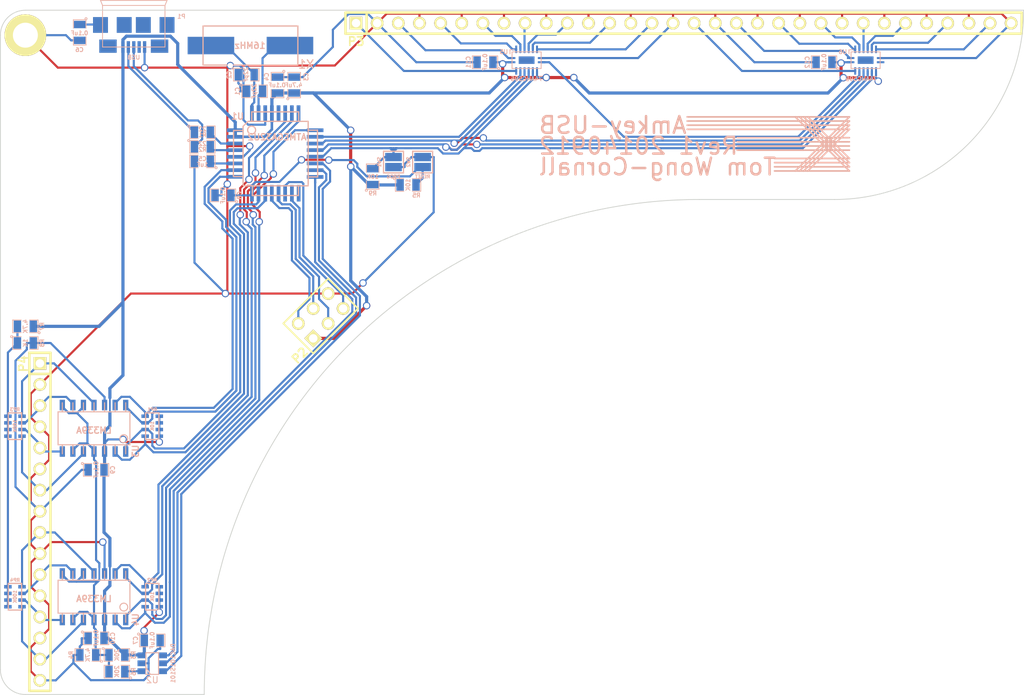
<source format=kicad_pcb>
(kicad_pcb (version 20171130) (host pcbnew "(5.1.12)-1")

  (general
    (thickness 1.6)
    (drawings 31)
    (tracks 893)
    (zones 0)
    (modules 39)
    (nets 59)
  )

  (page A3)
  (layers
    (0 F.Cu signal)
    (31 B.Cu signal)
    (32 B.Adhes user)
    (33 F.Adhes user)
    (34 B.Paste user)
    (35 F.Paste user)
    (36 B.SilkS user)
    (37 F.SilkS user)
    (38 B.Mask user)
    (39 F.Mask user)
    (40 Dwgs.User user)
    (41 Cmts.User user)
    (42 Eco1.User user)
    (43 Eco2.User user)
    (44 Edge.Cuts user)
  )

  (setup
    (last_trace_width 0.254)
    (user_trace_width 0.1524)
    (user_trace_width 0.1778)
    (user_trace_width 0.2032)
    (user_trace_width 0.2286)
    (user_trace_width 0.254)
    (user_trace_width 0.3048)
    (user_trace_width 0.381)
    (trace_clearance 0.2032)
    (zone_clearance 0.381)
    (zone_45_only no)
    (trace_min 0.1524)
    (via_size 0.889)
    (via_drill 0.635)
    (via_min_size 0.889)
    (via_min_drill 0.508)
    (uvia_size 0.508)
    (uvia_drill 0.127)
    (uvias_allowed no)
    (uvia_min_size 0.508)
    (uvia_min_drill 0.127)
    (edge_width 0.1)
    (segment_width 0.2)
    (pcb_text_width 0.3)
    (pcb_text_size 1.5 1.5)
    (mod_edge_width 0.15)
    (mod_text_size 1 1)
    (mod_text_width 0.15)
    (pad_size 1 2)
    (pad_drill 0)
    (pad_to_mask_clearance 0)
    (aux_axis_origin 0 0)
    (visible_elements 7FFFFBFF)
    (pcbplotparams
      (layerselection 0x00030_ffffffff)
      (usegerberextensions true)
      (usegerberattributes true)
      (usegerberadvancedattributes true)
      (creategerberjobfile true)
      (excludeedgelayer true)
      (linewidth 0.150000)
      (plotframeref false)
      (viasonmask false)
      (mode 1)
      (useauxorigin false)
      (hpglpennumber 1)
      (hpglpenspeed 20)
      (hpglpendiameter 15.000000)
      (psnegative false)
      (psa4output false)
      (plotreference true)
      (plotvalue true)
      (plotinvisibletext false)
      (padsonsilk false)
      (subtractmaskfromsilk false)
      (outputformat 1)
      (mirror false)
      (drillshape 0)
      (scaleselection 1)
      (outputdirectory "/tmp/amkey-usb"))
  )

  (net 0 "")
  (net 1 /SPI_MOSI)
  (net 2 /SPI_SCLK)
  (net 3 /SPI_SS)
  (net 4 /USB_D+)
  (net 5 /USB_D-)
  (net 6 /USB_SHIELD)
  (net 7 Col1)
  (net 8 Col10)
  (net 9 Col11)
  (net 10 Col12)
  (net 11 Col13)
  (net 12 Col14)
  (net 13 Col15)
  (net 14 Col16)
  (net 15 Col2)
  (net 16 Col3)
  (net 17 Col4)
  (net 18 Col5)
  (net 19 Col6)
  (net 20 Col7)
  (net 21 Col8)
  (net 22 Col9)
  (net 23 GND)
  (net 24 N-000001)
  (net 25 N-0000012)
  (net 26 N-0000013)
  (net 27 N-0000014)
  (net 28 N-0000018)
  (net 29 N-0000019)
  (net 30 N-000002)
  (net 31 N-0000020)
  (net 32 N-000003)
  (net 33 N-000004)
  (net 34 N-0000045)
  (net 35 N-000005)
  (net 36 N-0000058)
  (net 37 N-000009)
  (net 38 Row1)
  (net 39 Row2)
  (net 40 Row3)
  (net 41 Row4)
  (net 42 Row5)
  (net 43 Row6)
  (net 44 Row7)
  (net 45 Row8)
  (net 46 RowOP1)
  (net 47 RowOP2)
  (net 48 RowOP3)
  (net 49 RowOP4)
  (net 50 RowOP5)
  (net 51 RowOP6)
  (net 52 RowOP7)
  (net 53 RowOP8)
  (net 54 SR_DS)
  (net 55 SR_OE)
  (net 56 SR_SHCP)
  (net 57 SR_STCP)
  (net 58 VCC)

  (net_class Default "This is the default net class."
    (clearance 0.2032)
    (trace_width 0.254)
    (via_dia 0.889)
    (via_drill 0.635)
    (uvia_dia 0.508)
    (uvia_drill 0.127)
    (add_net /SPI_MOSI)
    (add_net /SPI_SCLK)
    (add_net /SPI_SS)
    (add_net /USB_D+)
    (add_net /USB_D-)
    (add_net /USB_SHIELD)
    (add_net Col1)
    (add_net Col10)
    (add_net Col11)
    (add_net Col12)
    (add_net Col13)
    (add_net Col14)
    (add_net Col15)
    (add_net Col16)
    (add_net Col2)
    (add_net Col3)
    (add_net Col4)
    (add_net Col5)
    (add_net Col6)
    (add_net Col7)
    (add_net Col8)
    (add_net Col9)
    (add_net GND)
    (add_net N-000001)
    (add_net N-0000012)
    (add_net N-0000013)
    (add_net N-0000014)
    (add_net N-0000018)
    (add_net N-0000019)
    (add_net N-000002)
    (add_net N-0000020)
    (add_net N-000003)
    (add_net N-000004)
    (add_net N-0000045)
    (add_net N-000005)
    (add_net N-0000058)
    (add_net N-000009)
    (add_net Row1)
    (add_net Row2)
    (add_net Row3)
    (add_net Row4)
    (add_net Row5)
    (add_net Row6)
    (add_net Row7)
    (add_net Row8)
    (add_net RowOP1)
    (add_net RowOP2)
    (add_net RowOP3)
    (add_net RowOP4)
    (add_net RowOP5)
    (add_net RowOP6)
    (add_net RowOP7)
    (add_net RowOP8)
    (add_net SR_DS)
    (add_net SR_OE)
    (add_net SR_SHCP)
    (add_net SR_STCP)
  )

  (net_class pwr ""
    (clearance 0.2032)
    (trace_width 0.381)
    (via_dia 0.889)
    (via_drill 0.635)
    (uvia_dia 0.508)
    (uvia_drill 0.127)
    (add_net VCC)
  )

  (module TQFP32 (layer B.Cu) (tedit 54127C29) (tstamp 540FD3CF)
    (at 178.305 105.745 270)
    (path /51A6FA67)
    (fp_text reference U1 (at -4.495 4.555) (layer B.SilkS)
      (effects (font (size 0.75 0.75) (thickness 0.15)) (justify mirror))
    )
    (fp_text value ATMEGA32U2 (at -1.995 -0.195) (layer B.SilkS)
      (effects (font (size 0.75 0.75) (thickness 0.15)) (justify mirror))
    )
    (fp_line (start 5.0292 -2.7686) (end 3.8862 -2.7686) (layer B.SilkS) (width 0.1524))
    (fp_line (start 5.0292 2.7686) (end 3.9116 2.7686) (layer B.SilkS) (width 0.1524))
    (fp_line (start 5.0292 -2.7686) (end 5.0292 2.7686) (layer B.SilkS) (width 0.1524))
    (fp_line (start 2.794 -3.9624) (end 2.794 -5.0546) (layer B.SilkS) (width 0.1524))
    (fp_line (start -2.8194 -3.9878) (end -2.8194 -5.0546) (layer B.SilkS) (width 0.1524))
    (fp_line (start -2.8448 -5.0546) (end 2.794 -5.08) (layer B.SilkS) (width 0.1524))
    (fp_line (start -2.794 5.0292) (end 2.7178 5.0546) (layer B.SilkS) (width 0.1524))
    (fp_line (start -3.8862 3.2766) (end -3.8862 -3.9116) (layer B.SilkS) (width 0.1524))
    (fp_line (start 2.7432 5.0292) (end 2.7432 3.9878) (layer B.SilkS) (width 0.1524))
    (fp_line (start -3.2512 3.8862) (end 3.81 3.8862) (layer B.SilkS) (width 0.1524))
    (fp_line (start 3.8608 -3.937) (end 3.8608 3.7846) (layer B.SilkS) (width 0.1524))
    (fp_line (start -3.8862 -3.937) (end 3.7338 -3.937) (layer B.SilkS) (width 0.1524))
    (fp_line (start -5.0292 2.8448) (end -5.0292 -2.794) (layer B.SilkS) (width 0.1524))
    (fp_line (start -5.0292 -2.794) (end -3.8862 -2.794) (layer B.SilkS) (width 0.1524))
    (fp_line (start -3.87604 3.302) (end -3.29184 3.8862) (layer B.SilkS) (width 0.1524))
    (fp_line (start -5.02412 2.8448) (end -3.87604 2.8448) (layer B.SilkS) (width 0.1524))
    (fp_line (start -2.794 3.8862) (end -2.794 5.03428) (layer B.SilkS) (width 0.1524))
    (fp_circle (center -2.83972 2.86004) (end -2.43332 2.60604) (layer B.SilkS) (width 0.1524))
    (pad 8 smd rect (at -4.81584 -2.77622 270) (size 1.99898 0.44958) (layers B.Cu B.Paste B.Mask)
      (net 52 RowOP7))
    (pad 7 smd rect (at -4.81584 -1.97612 270) (size 1.99898 0.44958) (layers B.Cu B.Paste B.Mask)
      (net 51 RowOP6))
    (pad 6 smd rect (at -4.81584 -1.17602 270) (size 1.99898 0.44958) (layers B.Cu B.Paste B.Mask)
      (net 50 RowOP5))
    (pad 5 smd rect (at -4.81584 -0.37592 270) (size 1.99898 0.44958) (layers B.Cu B.Paste B.Mask))
    (pad 4 smd rect (at -4.81584 0.42418 270) (size 1.99898 0.44958) (layers B.Cu B.Paste B.Mask)
      (net 58 VCC))
    (pad 3 smd rect (at -4.81584 1.22428 270) (size 1.99898 0.44958) (layers B.Cu B.Paste B.Mask)
      (net 23 GND))
    (pad 2 smd rect (at -4.81584 2.02438 270) (size 1.99898 0.44958) (layers B.Cu B.Paste B.Mask)
      (net 36 N-0000058))
    (pad 1 smd rect (at -4.81584 2.82448 270) (size 1.99898 0.44958) (layers B.Cu B.Paste B.Mask)
      (net 33 N-000004))
    (pad 24 smd rect (at 4.7498 2.8194 270) (size 1.99898 0.44958) (layers B.Cu B.Paste B.Mask)
      (net 37 N-000009))
    (pad 17 smd rect (at 4.7498 -2.794 270) (size 1.99898 0.44958) (layers B.Cu B.Paste B.Mask))
    (pad 18 smd rect (at 4.7498 -1.9812 270) (size 1.99898 0.44958) (layers B.Cu B.Paste B.Mask)
      (net 27 N-0000014))
    (pad 19 smd rect (at 4.7498 -1.1684 270) (size 1.99898 0.44958) (layers B.Cu B.Paste B.Mask)
      (net 26 N-0000013))
    (pad 20 smd rect (at 4.7498 -0.381 270) (size 1.99898 0.44958) (layers B.Cu B.Paste B.Mask)
      (net 25 N-0000012))
    (pad 21 smd rect (at 4.7498 0.4318 270) (size 1.99898 0.44958) (layers B.Cu B.Paste B.Mask)
      (net 28 N-0000018))
    (pad 22 smd rect (at 4.7498 1.2192 270) (size 1.99898 0.44958) (layers B.Cu B.Paste B.Mask)
      (net 49 RowOP4))
    (pad 23 smd rect (at 4.7498 2.032 270) (size 1.99898 0.44958) (layers B.Cu B.Paste B.Mask)
      (net 48 RowOP3))
    (pad 32 smd rect (at -2.82448 4.826 270) (size 0.44958 1.99898) (layers B.Cu B.Paste B.Mask)
      (net 58 VCC))
    (pad 31 smd rect (at -2.02692 4.826 270) (size 0.44958 1.99898) (layers B.Cu B.Paste B.Mask)
      (net 58 VCC))
    (pad 30 smd rect (at -1.22428 4.826 270) (size 0.44958 1.99898) (layers B.Cu B.Paste B.Mask)
      (net 30 N-000002))
    (pad 29 smd rect (at -0.42672 4.826 270) (size 0.44958 1.99898) (layers B.Cu B.Paste B.Mask)
      (net 24 N-000001))
    (pad 28 smd rect (at 0.37592 4.826 270) (size 0.44958 1.99898) (layers B.Cu B.Paste B.Mask)
      (net 23 GND))
    (pad 27 smd rect (at 1.17348 4.826 270) (size 0.44958 1.99898) (layers B.Cu B.Paste B.Mask)
      (net 32 N-000003))
    (pad 26 smd rect (at 1.97612 4.826 270) (size 0.44958 1.99898) (layers B.Cu B.Paste B.Mask)
      (net 46 RowOP1))
    (pad 25 smd rect (at 2.77368 4.826 270) (size 0.44958 1.99898) (layers B.Cu B.Paste B.Mask)
      (net 47 RowOP2))
    (pad 9 smd rect (at -2.8194 -4.7752 270) (size 0.44958 1.99898) (layers B.Cu B.Paste B.Mask)
      (net 53 RowOP8))
    (pad 10 smd rect (at -2.032 -4.7752 270) (size 0.44958 1.99898) (layers B.Cu B.Paste B.Mask)
      (net 54 SR_DS))
    (pad 11 smd rect (at -1.2192 -4.7752 270) (size 0.44958 1.99898) (layers B.Cu B.Paste B.Mask)
      (net 55 SR_OE))
    (pad 12 smd rect (at -0.4318 -4.7752 270) (size 0.44958 1.99898) (layers B.Cu B.Paste B.Mask)
      (net 57 SR_STCP))
    (pad 13 smd rect (at 0.3556 -4.7752 270) (size 0.44958 1.99898) (layers B.Cu B.Paste B.Mask)
      (net 56 SR_SHCP))
    (pad 14 smd rect (at 1.1684 -4.7752 270) (size 0.44958 1.99898) (layers B.Cu B.Paste B.Mask)
      (net 3 /SPI_SS))
    (pad 15 smd rect (at 1.9812 -4.7752 270) (size 0.44958 1.99898) (layers B.Cu B.Paste B.Mask)
      (net 2 /SPI_SCLK))
    (pad 16 smd rect (at 2.794 -4.7752 270) (size 0.44958 1.99898) (layers B.Cu B.Paste B.Mask)
      (net 1 /SPI_MOSI))
    (model smd/tqfp32.wrl
      (at (xyz 0 0 0))
      (scale (xyz 1 1 1))
      (rotate (xyz 0 0 0))
    )
  )

  (module SOT23_6 (layer B.Cu) (tedit 54127D78) (tstamp 540FD3DE)
    (at 163.5 167 90)
    (path /51F63860)
    (fp_text reference U2 (at -2 0 180) (layer B.SilkS)
      (effects (font (size 0.762 0.762) (thickness 0.1)) (justify mirror))
    )
    (fp_text value DAC101S101 (at 0 2.5 90) (layer B.SilkS)
      (effects (font (size 0.5 0.5) (thickness 0.1)) (justify mirror))
    )
    (fp_line (start -0.508 -0.762) (end -1.27 -0.254) (layer B.SilkS) (width 0.127))
    (fp_line (start 1.27 -0.762) (end -1.3335 -0.762) (layer B.SilkS) (width 0.127))
    (fp_line (start -1.3335 -0.762) (end -1.3335 0.762) (layer B.SilkS) (width 0.127))
    (fp_line (start -1.3335 0.762) (end 1.27 0.762) (layer B.SilkS) (width 0.127))
    (fp_line (start 1.27 0.762) (end 1.27 -0.762) (layer B.SilkS) (width 0.127))
    (pad 6 smd rect (at -0.9525 1.27 90) (size 0.70104 1.00076) (layers B.Cu B.Paste B.Mask)
      (net 3 /SPI_SS))
    (pad 5 smd rect (at 0 1.27 90) (size 0.70104 1.00076) (layers B.Cu B.Paste B.Mask)
      (net 2 /SPI_SCLK))
    (pad 4 smd rect (at 0.9525 1.27 90) (size 0.70104 1.00076) (layers B.Cu B.Paste B.Mask)
      (net 1 /SPI_MOSI))
    (pad 3 smd rect (at 0.9525 -1.27 90) (size 0.70104 1.00076) (layers B.Cu B.Paste B.Mask)
      (net 58 VCC))
    (pad 2 smd rect (at 0 -1.27 90) (size 0.70104 1.00076) (layers B.Cu B.Paste B.Mask)
      (net 23 GND))
    (pad 1 smd rect (at -0.9525 -1.27 90) (size 0.70104 1.00076) (layers B.Cu B.Paste B.Mask)
      (net 31 N-0000020))
    (model smd/SOT23_6.wrl
      (at (xyz 0 0 0))
      (scale (xyz 0.11 0.11 0.11))
      (rotate (xyz 0 0 0))
    )
  )

  (module so-14 (layer B.Cu) (tedit 54127D1D) (tstamp 540FD403)
    (at 156.5 138.75 180)
    (descr SO-14)
    (path /534724C3)
    (attr smd)
    (fp_text reference U3 (at -5 -2.75 270) (layer B.SilkS)
      (effects (font (size 0.7493 0.7493) (thickness 0.14986)) (justify mirror))
    )
    (fp_text value LM339A (at 0 -0.25 180) (layer B.SilkS)
      (effects (font (size 0.7493 0.7493) (thickness 0.14986)) (justify mirror))
    )
    (fp_line (start -4.318 1.9812) (end -4.318 -1.9812) (layer B.SilkS) (width 0.127))
    (fp_line (start -4.318 -1.9812) (end 4.318 -1.9812) (layer B.SilkS) (width 0.127))
    (fp_line (start 4.318 -1.9812) (end 4.318 1.9812) (layer B.SilkS) (width 0.127))
    (fp_line (start 4.318 1.9812) (end -4.318 1.9812) (layer B.SilkS) (width 0.127))
    (fp_line (start -2.54 1.9812) (end -2.54 3.0734) (layer B.SilkS) (width 0.127))
    (fp_line (start -1.27 1.9812) (end -1.27 3.0734) (layer B.SilkS) (width 0.127))
    (fp_line (start 0 1.9812) (end 0 3.0734) (layer B.SilkS) (width 0.127))
    (fp_line (start -3.81 1.9812) (end -3.81 3.0734) (layer B.SilkS) (width 0.127))
    (fp_line (start 1.27 3.0734) (end 1.27 1.9812) (layer B.SilkS) (width 0.127))
    (fp_line (start 2.54 3.0734) (end 2.54 1.9812) (layer B.SilkS) (width 0.127))
    (fp_line (start 3.81 3.0734) (end 3.81 1.9812) (layer B.SilkS) (width 0.127))
    (fp_line (start 3.81 -1.9812) (end 3.81 -3.0734) (layer B.SilkS) (width 0.127))
    (fp_line (start 2.54 -1.9812) (end 2.54 -3.0734) (layer B.SilkS) (width 0.127))
    (fp_line (start -3.81 -1.9812) (end -3.81 -3.0734) (layer B.SilkS) (width 0.127))
    (fp_line (start -2.54 -3.0734) (end -2.54 -1.9812) (layer B.SilkS) (width 0.127))
    (fp_line (start 1.27 -3.0734) (end 1.27 -1.9812) (layer B.SilkS) (width 0.127))
    (fp_line (start 0 -3.0734) (end 0 -1.9812) (layer B.SilkS) (width 0.127))
    (fp_line (start -1.27 -3.0734) (end -1.27 -1.9812) (layer B.SilkS) (width 0.127))
    (fp_circle (center -3.5814 -1.2446) (end -3.8608 -1.6256) (layer B.SilkS) (width 0.127))
    (pad 1 smd rect (at -3.81 -2.794 180) (size 0.635 1.27) (layers B.Cu B.Paste B.Mask)
      (net 48 RowOP3))
    (pad 2 smd rect (at -2.54 -2.794 180) (size 0.635 1.27) (layers B.Cu B.Paste B.Mask)
      (net 49 RowOP4))
    (pad 3 smd rect (at -1.27 -2.794 180) (size 0.635 1.27) (layers B.Cu B.Paste B.Mask)
      (net 58 VCC))
    (pad 4 smd rect (at 0 -2.794 180) (size 0.635 1.27) (layers B.Cu B.Paste B.Mask)
      (net 35 N-000005))
    (pad 5 smd rect (at 1.27 -2.794 180) (size 0.635 1.27) (layers B.Cu B.Paste B.Mask)
      (net 41 Row4))
    (pad 6 smd rect (at 2.54 -2.794 180) (size 0.635 1.27) (layers B.Cu B.Paste B.Mask)
      (net 35 N-000005))
    (pad 7 smd rect (at 3.81 -2.794 180) (size 0.635 1.27) (layers B.Cu B.Paste B.Mask)
      (net 40 Row3))
    (pad 8 smd rect (at 3.81 2.794 180) (size 0.635 1.27) (layers B.Cu B.Paste B.Mask)
      (net 35 N-000005))
    (pad 9 smd rect (at 2.54 2.794 180) (size 0.635 1.27) (layers B.Cu B.Paste B.Mask)
      (net 39 Row2))
    (pad 10 smd rect (at 1.27 2.794 180) (size 0.635 1.27) (layers B.Cu B.Paste B.Mask)
      (net 35 N-000005))
    (pad 11 smd rect (at 0 2.794 180) (size 0.635 1.27) (layers B.Cu B.Paste B.Mask)
      (net 38 Row1))
    (pad 12 smd rect (at -1.27 2.794 180) (size 0.635 1.27) (layers B.Cu B.Paste B.Mask)
      (net 23 GND))
    (pad 13 smd rect (at -2.54 2.794 180) (size 0.635 1.27) (layers B.Cu B.Paste B.Mask)
      (net 46 RowOP1))
    (pad 14 smd rect (at -3.81 2.794 180) (size 0.635 1.27) (layers B.Cu B.Paste B.Mask)
      (net 47 RowOP2))
    (model smd/smd_dil/so-14.wrl
      (at (xyz 0 0 0))
      (scale (xyz 1 1 1))
      (rotate (xyz 0 0 0))
    )
  )

  (module so-14 (layer B.Cu) (tedit 54127D3B) (tstamp 540FD428)
    (at 156.5 159 180)
    (descr SO-14)
    (path /51A7310A)
    (attr smd)
    (fp_text reference U4 (at -5 -2.75 270) (layer B.SilkS)
      (effects (font (size 0.7493 0.7493) (thickness 0.14986)) (justify mirror))
    )
    (fp_text value LM339A (at 0 -0.25 180) (layer B.SilkS)
      (effects (font (size 0.7493 0.7493) (thickness 0.14986)) (justify mirror))
    )
    (fp_line (start -4.318 1.9812) (end -4.318 -1.9812) (layer B.SilkS) (width 0.127))
    (fp_line (start -4.318 -1.9812) (end 4.318 -1.9812) (layer B.SilkS) (width 0.127))
    (fp_line (start 4.318 -1.9812) (end 4.318 1.9812) (layer B.SilkS) (width 0.127))
    (fp_line (start 4.318 1.9812) (end -4.318 1.9812) (layer B.SilkS) (width 0.127))
    (fp_line (start -2.54 1.9812) (end -2.54 3.0734) (layer B.SilkS) (width 0.127))
    (fp_line (start -1.27 1.9812) (end -1.27 3.0734) (layer B.SilkS) (width 0.127))
    (fp_line (start 0 1.9812) (end 0 3.0734) (layer B.SilkS) (width 0.127))
    (fp_line (start -3.81 1.9812) (end -3.81 3.0734) (layer B.SilkS) (width 0.127))
    (fp_line (start 1.27 3.0734) (end 1.27 1.9812) (layer B.SilkS) (width 0.127))
    (fp_line (start 2.54 3.0734) (end 2.54 1.9812) (layer B.SilkS) (width 0.127))
    (fp_line (start 3.81 3.0734) (end 3.81 1.9812) (layer B.SilkS) (width 0.127))
    (fp_line (start 3.81 -1.9812) (end 3.81 -3.0734) (layer B.SilkS) (width 0.127))
    (fp_line (start 2.54 -1.9812) (end 2.54 -3.0734) (layer B.SilkS) (width 0.127))
    (fp_line (start -3.81 -1.9812) (end -3.81 -3.0734) (layer B.SilkS) (width 0.127))
    (fp_line (start -2.54 -3.0734) (end -2.54 -1.9812) (layer B.SilkS) (width 0.127))
    (fp_line (start 1.27 -3.0734) (end 1.27 -1.9812) (layer B.SilkS) (width 0.127))
    (fp_line (start 0 -3.0734) (end 0 -1.9812) (layer B.SilkS) (width 0.127))
    (fp_line (start -1.27 -3.0734) (end -1.27 -1.9812) (layer B.SilkS) (width 0.127))
    (fp_circle (center -3.5814 -1.2446) (end -3.8608 -1.6256) (layer B.SilkS) (width 0.127))
    (pad 1 smd rect (at -3.81 -2.794 180) (size 0.635 1.27) (layers B.Cu B.Paste B.Mask)
      (net 52 RowOP7))
    (pad 2 smd rect (at -2.54 -2.794 180) (size 0.635 1.27) (layers B.Cu B.Paste B.Mask)
      (net 53 RowOP8))
    (pad 3 smd rect (at -1.27 -2.794 180) (size 0.635 1.27) (layers B.Cu B.Paste B.Mask)
      (net 58 VCC))
    (pad 4 smd rect (at 0 -2.794 180) (size 0.635 1.27) (layers B.Cu B.Paste B.Mask)
      (net 35 N-000005))
    (pad 5 smd rect (at 1.27 -2.794 180) (size 0.635 1.27) (layers B.Cu B.Paste B.Mask)
      (net 45 Row8))
    (pad 6 smd rect (at 2.54 -2.794 180) (size 0.635 1.27) (layers B.Cu B.Paste B.Mask)
      (net 35 N-000005))
    (pad 7 smd rect (at 3.81 -2.794 180) (size 0.635 1.27) (layers B.Cu B.Paste B.Mask)
      (net 44 Row7))
    (pad 8 smd rect (at 3.81 2.794 180) (size 0.635 1.27) (layers B.Cu B.Paste B.Mask)
      (net 35 N-000005))
    (pad 9 smd rect (at 2.54 2.794 180) (size 0.635 1.27) (layers B.Cu B.Paste B.Mask)
      (net 43 Row6))
    (pad 10 smd rect (at 1.27 2.794 180) (size 0.635 1.27) (layers B.Cu B.Paste B.Mask)
      (net 35 N-000005))
    (pad 11 smd rect (at 0 2.794 180) (size 0.635 1.27) (layers B.Cu B.Paste B.Mask)
      (net 42 Row5))
    (pad 12 smd rect (at -1.27 2.794 180) (size 0.635 1.27) (layers B.Cu B.Paste B.Mask)
      (net 23 GND))
    (pad 13 smd rect (at -2.54 2.794 180) (size 0.635 1.27) (layers B.Cu B.Paste B.Mask)
      (net 50 RowOP5))
    (pad 14 smd rect (at -3.81 2.794 180) (size 0.635 1.27) (layers B.Cu B.Paste B.Mask)
      (net 51 RowOP6))
    (model smd/smd_dil/so-14.wrl
      (at (xyz 0 0 0))
      (scale (xyz 1 1 1))
      (rotate (xyz 0 0 0))
    )
  )

  (module SM0805 (layer B.Cu) (tedit 54127CC7) (tstamp 540FD435)
    (at 244.25 94.75 180)
    (path /52EA47A6)
    (attr smd)
    (fp_text reference C12 (at 2 0 270) (layer B.SilkS)
      (effects (font (size 0.50038 0.50038) (thickness 0.10922)) (justify mirror))
    )
    (fp_text value 0.1uF (at 0 0 270) (layer B.SilkS)
      (effects (font (size 0.50038 0.50038) (thickness 0.10922)) (justify mirror))
    )
    (fp_circle (center -1.651 -0.762) (end -1.651 -0.635) (layer B.SilkS) (width 0.09906))
    (fp_line (start -0.508 -0.762) (end -1.524 -0.762) (layer B.SilkS) (width 0.09906))
    (fp_line (start -1.524 -0.762) (end -1.524 0.762) (layer B.SilkS) (width 0.09906))
    (fp_line (start -1.524 0.762) (end -0.508 0.762) (layer B.SilkS) (width 0.09906))
    (fp_line (start 0.508 0.762) (end 1.524 0.762) (layer B.SilkS) (width 0.09906))
    (fp_line (start 1.524 0.762) (end 1.524 -0.762) (layer B.SilkS) (width 0.09906))
    (fp_line (start 1.524 -0.762) (end 0.508 -0.762) (layer B.SilkS) (width 0.09906))
    (pad 1 smd rect (at -0.9525 0 180) (size 0.889 1.397) (layers B.Cu B.Paste B.Mask)
      (net 58 VCC))
    (pad 2 smd rect (at 0.9525 0 180) (size 0.889 1.397) (layers B.Cu B.Paste B.Mask)
      (net 23 GND))
    (model smd/chip_cms.wrl
      (at (xyz 0 0 0))
      (scale (xyz 0.1 0.1 0.1))
      (rotate (xyz 0 0 0))
    )
  )

  (module SM0805 (layer B.Cu) (tedit 54127D58) (tstamp 540FD442)
    (at 159.25 168 180)
    (path /51F64ADB)
    (attr smd)
    (fp_text reference R6 (at -2 0 270) (layer B.SilkS)
      (effects (font (size 0.50038 0.50038) (thickness 0.10922)) (justify mirror))
    )
    (fp_text value 20K (at 0 0 270) (layer B.SilkS)
      (effects (font (size 0.50038 0.50038) (thickness 0.10922)) (justify mirror))
    )
    (fp_circle (center -1.651 -0.762) (end -1.651 -0.635) (layer B.SilkS) (width 0.09906))
    (fp_line (start -0.508 -0.762) (end -1.524 -0.762) (layer B.SilkS) (width 0.09906))
    (fp_line (start -1.524 -0.762) (end -1.524 0.762) (layer B.SilkS) (width 0.09906))
    (fp_line (start -1.524 0.762) (end -0.508 0.762) (layer B.SilkS) (width 0.09906))
    (fp_line (start 0.508 0.762) (end 1.524 0.762) (layer B.SilkS) (width 0.09906))
    (fp_line (start 1.524 0.762) (end 1.524 -0.762) (layer B.SilkS) (width 0.09906))
    (fp_line (start 1.524 -0.762) (end 0.508 -0.762) (layer B.SilkS) (width 0.09906))
    (pad 1 smd rect (at -0.9525 0 180) (size 0.889 1.397) (layers B.Cu B.Paste B.Mask)
      (net 31 N-0000020))
    (pad 2 smd rect (at 0.9525 0 180) (size 0.889 1.397) (layers B.Cu B.Paste B.Mask)
      (net 35 N-000005))
    (model smd/chip_cms.wrl
      (at (xyz 0 0 0))
      (scale (xyz 0.1 0.1 0.1))
      (rotate (xyz 0 0 0))
    )
  )

  (module SM0805 (layer B.Cu) (tedit 54127D53) (tstamp 540FD44F)
    (at 159.25 166)
    (path /51F64AEA)
    (attr smd)
    (fp_text reference R3 (at 2 0 90) (layer B.SilkS)
      (effects (font (size 0.50038 0.50038) (thickness 0.10922)) (justify mirror))
    )
    (fp_text value 20K (at 0 0 90) (layer B.SilkS)
      (effects (font (size 0.50038 0.50038) (thickness 0.10922)) (justify mirror))
    )
    (fp_circle (center -1.651 -0.762) (end -1.651 -0.635) (layer B.SilkS) (width 0.09906))
    (fp_line (start -0.508 -0.762) (end -1.524 -0.762) (layer B.SilkS) (width 0.09906))
    (fp_line (start -1.524 -0.762) (end -1.524 0.762) (layer B.SilkS) (width 0.09906))
    (fp_line (start -1.524 0.762) (end -0.508 0.762) (layer B.SilkS) (width 0.09906))
    (fp_line (start 0.508 0.762) (end 1.524 0.762) (layer B.SilkS) (width 0.09906))
    (fp_line (start 1.524 0.762) (end 1.524 -0.762) (layer B.SilkS) (width 0.09906))
    (fp_line (start 1.524 -0.762) (end 0.508 -0.762) (layer B.SilkS) (width 0.09906))
    (pad 1 smd rect (at -0.9525 0) (size 0.889 1.397) (layers B.Cu B.Paste B.Mask)
      (net 35 N-000005))
    (pad 2 smd rect (at 0.9525 0) (size 0.889 1.397) (layers B.Cu B.Paste B.Mask)
      (net 58 VCC))
    (model smd/chip_cms.wrl
      (at (xyz 0 0 0))
      (scale (xyz 0.1 0.1 0.1))
      (rotate (xyz 0 0 0))
    )
  )

  (module SM0805 (layer B.Cu) (tedit 54127D4F) (tstamp 540FD45C)
    (at 155.75 166 180)
    (path /51F64AF9)
    (attr smd)
    (fp_text reference R4 (at 2 0 270) (layer B.SilkS)
      (effects (font (size 0.50038 0.50038) (thickness 0.10922)) (justify mirror))
    )
    (fp_text value 4.7K (at 0 0 270) (layer B.SilkS)
      (effects (font (size 0.50038 0.50038) (thickness 0.10922)) (justify mirror))
    )
    (fp_circle (center -1.651 -0.762) (end -1.651 -0.635) (layer B.SilkS) (width 0.09906))
    (fp_line (start -0.508 -0.762) (end -1.524 -0.762) (layer B.SilkS) (width 0.09906))
    (fp_line (start -1.524 -0.762) (end -1.524 0.762) (layer B.SilkS) (width 0.09906))
    (fp_line (start -1.524 0.762) (end -0.508 0.762) (layer B.SilkS) (width 0.09906))
    (fp_line (start 0.508 0.762) (end 1.524 0.762) (layer B.SilkS) (width 0.09906))
    (fp_line (start 1.524 0.762) (end 1.524 -0.762) (layer B.SilkS) (width 0.09906))
    (fp_line (start 1.524 -0.762) (end 0.508 -0.762) (layer B.SilkS) (width 0.09906))
    (pad 1 smd rect (at -0.9525 0 180) (size 0.889 1.397) (layers B.Cu B.Paste B.Mask)
      (net 35 N-000005))
    (pad 2 smd rect (at 0.9525 0 180) (size 0.889 1.397) (layers B.Cu B.Paste B.Mask)
      (net 23 GND))
    (model smd/chip_cms.wrl
      (at (xyz 0 0 0))
      (scale (xyz 0.1 0.1 0.1))
      (rotate (xyz 0 0 0))
    )
  )

  (module SM0805 (layer B.Cu) (tedit 54127C4D) (tstamp 540FD469)
    (at 190 108.5 90)
    (path /534CA451)
    (attr smd)
    (fp_text reference R9 (at -2 0 180) (layer B.SilkS)
      (effects (font (size 0.50038 0.50038) (thickness 0.10922)) (justify mirror))
    )
    (fp_text value 10K (at 0 0 180) (layer B.SilkS)
      (effects (font (size 0.50038 0.50038) (thickness 0.10922)) (justify mirror))
    )
    (fp_circle (center -1.651 -0.762) (end -1.651 -0.635) (layer B.SilkS) (width 0.09906))
    (fp_line (start -0.508 -0.762) (end -1.524 -0.762) (layer B.SilkS) (width 0.09906))
    (fp_line (start -1.524 -0.762) (end -1.524 0.762) (layer B.SilkS) (width 0.09906))
    (fp_line (start -1.524 0.762) (end -0.508 0.762) (layer B.SilkS) (width 0.09906))
    (fp_line (start 0.508 0.762) (end 1.524 0.762) (layer B.SilkS) (width 0.09906))
    (fp_line (start 1.524 0.762) (end 1.524 -0.762) (layer B.SilkS) (width 0.09906))
    (fp_line (start 1.524 -0.762) (end 0.508 -0.762) (layer B.SilkS) (width 0.09906))
    (pad 1 smd rect (at -0.9525 0 90) (size 0.889 1.397) (layers B.Cu B.Paste B.Mask)
      (net 58 VCC))
    (pad 2 smd rect (at 0.9525 0 90) (size 0.889 1.397) (layers B.Cu B.Paste B.Mask)
      (net 56 SR_SHCP))
    (model smd/chip_cms.wrl
      (at (xyz 0 0 0))
      (scale (xyz 0.1 0.1 0.1))
      (rotate (xyz 0 0 0))
    )
  )

  (module SM0805 (layer B.Cu) (tedit 54127C7E) (tstamp 540FD483)
    (at 203.5 94.75 180)
    (path /52EA4794)
    (attr smd)
    (fp_text reference C11 (at 2 0 270) (layer B.SilkS)
      (effects (font (size 0.50038 0.50038) (thickness 0.10922)) (justify mirror))
    )
    (fp_text value 0.1uF (at 0 0 270) (layer B.SilkS)
      (effects (font (size 0.50038 0.50038) (thickness 0.10922)) (justify mirror))
    )
    (fp_circle (center -1.651 -0.762) (end -1.651 -0.635) (layer B.SilkS) (width 0.09906))
    (fp_line (start -0.508 -0.762) (end -1.524 -0.762) (layer B.SilkS) (width 0.09906))
    (fp_line (start -1.524 -0.762) (end -1.524 0.762) (layer B.SilkS) (width 0.09906))
    (fp_line (start -1.524 0.762) (end -0.508 0.762) (layer B.SilkS) (width 0.09906))
    (fp_line (start 0.508 0.762) (end 1.524 0.762) (layer B.SilkS) (width 0.09906))
    (fp_line (start 1.524 0.762) (end 1.524 -0.762) (layer B.SilkS) (width 0.09906))
    (fp_line (start 1.524 -0.762) (end 0.508 -0.762) (layer B.SilkS) (width 0.09906))
    (pad 1 smd rect (at -0.9525 0 180) (size 0.889 1.397) (layers B.Cu B.Paste B.Mask)
      (net 58 VCC))
    (pad 2 smd rect (at 0.9525 0 180) (size 0.889 1.397) (layers B.Cu B.Paste B.Mask)
      (net 23 GND))
    (model smd/chip_cms.wrl
      (at (xyz 0 0 0))
      (scale (xyz 0.1 0.1 0.1))
      (rotate (xyz 0 0 0))
    )
  )

  (module SM0805 (layer B.Cu) (tedit 54127D7E) (tstamp 540FD4B7)
    (at 163.5 164.25)
    (path /532E8ED3)
    (attr smd)
    (fp_text reference C7 (at -2 0 90) (layer B.SilkS)
      (effects (font (size 0.50038 0.50038) (thickness 0.10922)) (justify mirror))
    )
    (fp_text value 0.1uF (at 0 0 90) (layer B.SilkS)
      (effects (font (size 0.50038 0.50038) (thickness 0.10922)) (justify mirror))
    )
    (fp_circle (center -1.651 -0.762) (end -1.651 -0.635) (layer B.SilkS) (width 0.09906))
    (fp_line (start -0.508 -0.762) (end -1.524 -0.762) (layer B.SilkS) (width 0.09906))
    (fp_line (start -1.524 -0.762) (end -1.524 0.762) (layer B.SilkS) (width 0.09906))
    (fp_line (start -1.524 0.762) (end -0.508 0.762) (layer B.SilkS) (width 0.09906))
    (fp_line (start 0.508 0.762) (end 1.524 0.762) (layer B.SilkS) (width 0.09906))
    (fp_line (start 1.524 0.762) (end 1.524 -0.762) (layer B.SilkS) (width 0.09906))
    (fp_line (start 1.524 -0.762) (end 0.508 -0.762) (layer B.SilkS) (width 0.09906))
    (pad 1 smd rect (at -0.9525 0) (size 0.889 1.397) (layers B.Cu B.Paste B.Mask)
      (net 58 VCC))
    (pad 2 smd rect (at 0.9525 0) (size 0.889 1.397) (layers B.Cu B.Paste B.Mask)
      (net 23 GND))
    (model smd/chip_cms.wrl
      (at (xyz 0 0 0))
      (scale (xyz 0.1 0.1 0.1))
      (rotate (xyz 0 0 0))
    )
  )

  (module SM0805 (layer B.Cu) (tedit 54127D4A) (tstamp 540FE2BF)
    (at 156.75 164)
    (path /53474650)
    (attr smd)
    (fp_text reference C10 (at 2 0 90) (layer B.SilkS)
      (effects (font (size 0.50038 0.50038) (thickness 0.10922)) (justify mirror))
    )
    (fp_text value 0.1uF (at 0 0 90) (layer B.SilkS)
      (effects (font (size 0.50038 0.50038) (thickness 0.10922)) (justify mirror))
    )
    (fp_circle (center -1.651 -0.762) (end -1.651 -0.635) (layer B.SilkS) (width 0.09906))
    (fp_line (start -0.508 -0.762) (end -1.524 -0.762) (layer B.SilkS) (width 0.09906))
    (fp_line (start -1.524 -0.762) (end -1.524 0.762) (layer B.SilkS) (width 0.09906))
    (fp_line (start -1.524 0.762) (end -0.508 0.762) (layer B.SilkS) (width 0.09906))
    (fp_line (start 0.508 0.762) (end 1.524 0.762) (layer B.SilkS) (width 0.09906))
    (fp_line (start 1.524 0.762) (end 1.524 -0.762) (layer B.SilkS) (width 0.09906))
    (fp_line (start 1.524 -0.762) (end 0.508 -0.762) (layer B.SilkS) (width 0.09906))
    (pad 1 smd rect (at -0.9525 0) (size 0.889 1.397) (layers B.Cu B.Paste B.Mask)
      (net 23 GND))
    (pad 2 smd rect (at 0.9525 0) (size 0.889 1.397) (layers B.Cu B.Paste B.Mask)
      (net 58 VCC))
    (model smd/chip_cms.wrl
      (at (xyz 0 0 0))
      (scale (xyz 0.1 0.1 0.1))
      (rotate (xyz 0 0 0))
    )
  )

  (module SM0805 (layer B.Cu) (tedit 54127D2F) (tstamp 540FD4D1)
    (at 156.75 143.75)
    (path /53474883)
    (attr smd)
    (fp_text reference C9 (at 2 0 90) (layer B.SilkS)
      (effects (font (size 0.50038 0.50038) (thickness 0.10922)) (justify mirror))
    )
    (fp_text value 0.1uF (at 0 0 90) (layer B.SilkS)
      (effects (font (size 0.50038 0.50038) (thickness 0.10922)) (justify mirror))
    )
    (fp_circle (center -1.651 -0.762) (end -1.651 -0.635) (layer B.SilkS) (width 0.09906))
    (fp_line (start -0.508 -0.762) (end -1.524 -0.762) (layer B.SilkS) (width 0.09906))
    (fp_line (start -1.524 -0.762) (end -1.524 0.762) (layer B.SilkS) (width 0.09906))
    (fp_line (start -1.524 0.762) (end -0.508 0.762) (layer B.SilkS) (width 0.09906))
    (fp_line (start 0.508 0.762) (end 1.524 0.762) (layer B.SilkS) (width 0.09906))
    (fp_line (start 1.524 0.762) (end 1.524 -0.762) (layer B.SilkS) (width 0.09906))
    (fp_line (start 1.524 -0.762) (end 0.508 -0.762) (layer B.SilkS) (width 0.09906))
    (pad 1 smd rect (at -0.9525 0) (size 0.889 1.397) (layers B.Cu B.Paste B.Mask)
      (net 23 GND))
    (pad 2 smd rect (at 0.9525 0) (size 0.889 1.397) (layers B.Cu B.Paste B.Mask)
      (net 58 VCC))
    (model smd/chip_cms.wrl
      (at (xyz 0 0 0))
      (scale (xyz 0.1 0.1 0.1))
      (rotate (xyz 0 0 0))
    )
  )

  (module SM0805 (layer B.Cu) (tedit 54127BFB) (tstamp 540FD4DE)
    (at 174.805 96.245)
    (path /51F62A76)
    (attr smd)
    (fp_text reference C2 (at -2.055 0.005 90) (layer B.SilkS)
      (effects (font (size 0.50038 0.50038) (thickness 0.10922)) (justify mirror))
    )
    (fp_text value 22pF (at -0.055 0.005 90) (layer B.SilkS)
      (effects (font (size 0.50038 0.50038) (thickness 0.10922)) (justify mirror))
    )
    (fp_circle (center -1.651 -0.762) (end -1.651 -0.635) (layer B.SilkS) (width 0.09906))
    (fp_line (start -0.508 -0.762) (end -1.524 -0.762) (layer B.SilkS) (width 0.09906))
    (fp_line (start -1.524 -0.762) (end -1.524 0.762) (layer B.SilkS) (width 0.09906))
    (fp_line (start -1.524 0.762) (end -0.508 0.762) (layer B.SilkS) (width 0.09906))
    (fp_line (start 0.508 0.762) (end 1.524 0.762) (layer B.SilkS) (width 0.09906))
    (fp_line (start 1.524 0.762) (end 1.524 -0.762) (layer B.SilkS) (width 0.09906))
    (fp_line (start 1.524 -0.762) (end 0.508 -0.762) (layer B.SilkS) (width 0.09906))
    (pad 1 smd rect (at -0.9525 0) (size 0.889 1.397) (layers B.Cu B.Paste B.Mask)
      (net 23 GND))
    (pad 2 smd rect (at 0.9525 0) (size 0.889 1.397) (layers B.Cu B.Paste B.Mask)
      (net 33 N-000004))
    (model smd/chip_cms.wrl
      (at (xyz 0 0 0))
      (scale (xyz 0.1 0.1 0.1))
      (rotate (xyz 0 0 0))
    )
  )

  (module SM0805 (layer B.Cu) (tedit 54127C00) (tstamp 540FD4EB)
    (at 175.805 98.245)
    (path /51F62A67)
    (attr smd)
    (fp_text reference C1 (at -2.055 0.005 90) (layer B.SilkS)
      (effects (font (size 0.50038 0.50038) (thickness 0.10922)) (justify mirror))
    )
    (fp_text value 22pF (at -0.055 0.005 90) (layer B.SilkS)
      (effects (font (size 0.50038 0.50038) (thickness 0.10922)) (justify mirror))
    )
    (fp_circle (center -1.651 -0.762) (end -1.651 -0.635) (layer B.SilkS) (width 0.09906))
    (fp_line (start -0.508 -0.762) (end -1.524 -0.762) (layer B.SilkS) (width 0.09906))
    (fp_line (start -1.524 -0.762) (end -1.524 0.762) (layer B.SilkS) (width 0.09906))
    (fp_line (start -1.524 0.762) (end -0.508 0.762) (layer B.SilkS) (width 0.09906))
    (fp_line (start 0.508 0.762) (end 1.524 0.762) (layer B.SilkS) (width 0.09906))
    (fp_line (start 1.524 0.762) (end 1.524 -0.762) (layer B.SilkS) (width 0.09906))
    (fp_line (start 1.524 -0.762) (end 0.508 -0.762) (layer B.SilkS) (width 0.09906))
    (pad 1 smd rect (at -0.9525 0) (size 0.889 1.397) (layers B.Cu B.Paste B.Mask)
      (net 23 GND))
    (pad 2 smd rect (at 0.9525 0) (size 0.889 1.397) (layers B.Cu B.Paste B.Mask)
      (net 36 N-0000058))
    (model smd/chip_cms.wrl
      (at (xyz 0 0 0))
      (scale (xyz 0.1 0.1 0.1))
      (rotate (xyz 0 0 0))
    )
  )

  (module SM0805 (layer B.Cu) (tedit 54127CE3) (tstamp 54102A35)
    (at 148.25 128.5)
    (path /51A8731A)
    (attr smd)
    (fp_text reference R8 (at 2 0 90) (layer B.SilkS)
      (effects (font (size 0.50038 0.50038) (thickness 0.10922)) (justify mirror))
    )
    (fp_text value 1K (at 0 0 90) (layer B.SilkS)
      (effects (font (size 0.50038 0.50038) (thickness 0.10922)) (justify mirror))
    )
    (fp_circle (center -1.651 -0.762) (end -1.651 -0.635) (layer B.SilkS) (width 0.09906))
    (fp_line (start -0.508 -0.762) (end -1.524 -0.762) (layer B.SilkS) (width 0.09906))
    (fp_line (start -1.524 -0.762) (end -1.524 0.762) (layer B.SilkS) (width 0.09906))
    (fp_line (start -1.524 0.762) (end -0.508 0.762) (layer B.SilkS) (width 0.09906))
    (fp_line (start 0.508 0.762) (end 1.524 0.762) (layer B.SilkS) (width 0.09906))
    (fp_line (start 1.524 0.762) (end 1.524 -0.762) (layer B.SilkS) (width 0.09906))
    (fp_line (start 1.524 -0.762) (end 0.508 -0.762) (layer B.SilkS) (width 0.09906))
    (pad 1 smd rect (at -0.9525 0) (size 0.889 1.397) (layers B.Cu B.Paste B.Mask)
      (net 34 N-0000045))
    (pad 2 smd rect (at 0.9525 0) (size 0.889 1.397) (layers B.Cu B.Paste B.Mask)
      (net 23 GND))
    (model smd/chip_cms.wrl
      (at (xyz 0 0 0))
      (scale (xyz 0.1 0.1 0.1))
      (rotate (xyz 0 0 0))
    )
  )

  (module SM0805 (layer B.Cu) (tedit 54127CDF) (tstamp 54102A27)
    (at 148.25 126.5 180)
    (path /51A8730B)
    (attr smd)
    (fp_text reference R7 (at -2 0 270) (layer B.SilkS)
      (effects (font (size 0.50038 0.50038) (thickness 0.10922)) (justify mirror))
    )
    (fp_text value 4.7K (at 0 0 270) (layer B.SilkS)
      (effects (font (size 0.50038 0.50038) (thickness 0.10922)) (justify mirror))
    )
    (fp_circle (center -1.651 -0.762) (end -1.651 -0.635) (layer B.SilkS) (width 0.09906))
    (fp_line (start -0.508 -0.762) (end -1.524 -0.762) (layer B.SilkS) (width 0.09906))
    (fp_line (start -1.524 -0.762) (end -1.524 0.762) (layer B.SilkS) (width 0.09906))
    (fp_line (start -1.524 0.762) (end -0.508 0.762) (layer B.SilkS) (width 0.09906))
    (fp_line (start 0.508 0.762) (end 1.524 0.762) (layer B.SilkS) (width 0.09906))
    (fp_line (start 1.524 0.762) (end 1.524 -0.762) (layer B.SilkS) (width 0.09906))
    (fp_line (start 1.524 -0.762) (end 0.508 -0.762) (layer B.SilkS) (width 0.09906))
    (pad 1 smd rect (at -0.9525 0 180) (size 0.889 1.397) (layers B.Cu B.Paste B.Mask)
      (net 58 VCC))
    (pad 2 smd rect (at 0.9525 0 180) (size 0.889 1.397) (layers B.Cu B.Paste B.Mask)
      (net 34 N-0000045))
    (model smd/chip_cms.wrl
      (at (xyz 0 0 0))
      (scale (xyz 0.1 0.1 0.1))
      (rotate (xyz 0 0 0))
    )
  )

  (module SM0805 (layer B.Cu) (tedit 54127C12) (tstamp 540FD512)
    (at 178.555 97.495 270)
    (path /51A719A8)
    (attr smd)
    (fp_text reference C4 (at -0.995 1.305 270) (layer B.SilkS)
      (effects (font (size 0.50038 0.50038) (thickness 0.10922)) (justify mirror))
    )
    (fp_text value 0.1uF (at 0.005 0.055) (layer B.SilkS)
      (effects (font (size 0.50038 0.50038) (thickness 0.10922)) (justify mirror))
    )
    (fp_circle (center -1.651 -0.762) (end -1.651 -0.635) (layer B.SilkS) (width 0.09906))
    (fp_line (start -0.508 -0.762) (end -1.524 -0.762) (layer B.SilkS) (width 0.09906))
    (fp_line (start -1.524 -0.762) (end -1.524 0.762) (layer B.SilkS) (width 0.09906))
    (fp_line (start -1.524 0.762) (end -0.508 0.762) (layer B.SilkS) (width 0.09906))
    (fp_line (start 0.508 0.762) (end 1.524 0.762) (layer B.SilkS) (width 0.09906))
    (fp_line (start 1.524 0.762) (end 1.524 -0.762) (layer B.SilkS) (width 0.09906))
    (fp_line (start 1.524 -0.762) (end 0.508 -0.762) (layer B.SilkS) (width 0.09906))
    (pad 1 smd rect (at -0.9525 0 270) (size 0.889 1.397) (layers B.Cu B.Paste B.Mask)
      (net 23 GND))
    (pad 2 smd rect (at 0.9525 0 270) (size 0.889 1.397) (layers B.Cu B.Paste B.Mask)
      (net 58 VCC))
    (model smd/chip_cms.wrl
      (at (xyz 0 0 0))
      (scale (xyz 0.1 0.1 0.1))
      (rotate (xyz 0 0 0))
    )
  )

  (module SM0805 (layer B.Cu) (tedit 54127C0A) (tstamp 540FD51F)
    (at 180.555 97.495 90)
    (path /51A71868)
    (attr smd)
    (fp_text reference C3 (at 0.995 1.445 90) (layer B.SilkS)
      (effects (font (size 0.50038 0.50038) (thickness 0.10922)) (justify mirror))
    )
    (fp_text value 4.7uF (at -0.005 -0.055 180) (layer B.SilkS)
      (effects (font (size 0.50038 0.50038) (thickness 0.10922)) (justify mirror))
    )
    (fp_circle (center -1.651 -0.762) (end -1.651 -0.635) (layer B.SilkS) (width 0.09906))
    (fp_line (start -0.508 -0.762) (end -1.524 -0.762) (layer B.SilkS) (width 0.09906))
    (fp_line (start -1.524 -0.762) (end -1.524 0.762) (layer B.SilkS) (width 0.09906))
    (fp_line (start -1.524 0.762) (end -0.508 0.762) (layer B.SilkS) (width 0.09906))
    (fp_line (start 0.508 0.762) (end 1.524 0.762) (layer B.SilkS) (width 0.09906))
    (fp_line (start 1.524 0.762) (end 1.524 -0.762) (layer B.SilkS) (width 0.09906))
    (fp_line (start 1.524 -0.762) (end 0.508 -0.762) (layer B.SilkS) (width 0.09906))
    (pad 1 smd rect (at -0.9525 0 90) (size 0.889 1.397) (layers B.Cu B.Paste B.Mask)
      (net 58 VCC))
    (pad 2 smd rect (at 0.9525 0 90) (size 0.889 1.397) (layers B.Cu B.Paste B.Mask)
      (net 23 GND))
    (model smd/chip_cms.wrl
      (at (xyz 0 0 0))
      (scale (xyz 0.1 0.1 0.1))
      (rotate (xyz 0 0 0))
    )
  )

  (module SM0805 (layer B.Cu) (tedit 5091495C) (tstamp 540FD52C)
    (at 169.53 104.92)
    (path /51A7103E)
    (attr smd)
    (fp_text reference R2 (at 0 0.3175) (layer B.SilkS)
      (effects (font (size 0.50038 0.50038) (thickness 0.10922)) (justify mirror))
    )
    (fp_text value 22 (at 0 -0.381) (layer B.SilkS)
      (effects (font (size 0.50038 0.50038) (thickness 0.10922)) (justify mirror))
    )
    (fp_circle (center -1.651 -0.762) (end -1.651 -0.635) (layer B.SilkS) (width 0.09906))
    (fp_line (start -0.508 -0.762) (end -1.524 -0.762) (layer B.SilkS) (width 0.09906))
    (fp_line (start -1.524 -0.762) (end -1.524 0.762) (layer B.SilkS) (width 0.09906))
    (fp_line (start -1.524 0.762) (end -0.508 0.762) (layer B.SilkS) (width 0.09906))
    (fp_line (start 0.508 0.762) (end 1.524 0.762) (layer B.SilkS) (width 0.09906))
    (fp_line (start 1.524 0.762) (end 1.524 -0.762) (layer B.SilkS) (width 0.09906))
    (fp_line (start 1.524 -0.762) (end 0.508 -0.762) (layer B.SilkS) (width 0.09906))
    (pad 1 smd rect (at -0.9525 0) (size 0.889 1.397) (layers B.Cu B.Paste B.Mask)
      (net 4 /USB_D+))
    (pad 2 smd rect (at 0.9525 0) (size 0.889 1.397) (layers B.Cu B.Paste B.Mask)
      (net 24 N-000001))
    (model smd/chip_cms.wrl
      (at (xyz 0 0 0))
      (scale (xyz 0.1 0.1 0.1))
      (rotate (xyz 0 0 0))
    )
  )

  (module SM0805 (layer B.Cu) (tedit 5091495C) (tstamp 540FD539)
    (at 169.53 103.17)
    (path /51A7102F)
    (attr smd)
    (fp_text reference R1 (at 0 0.3175) (layer B.SilkS)
      (effects (font (size 0.50038 0.50038) (thickness 0.10922)) (justify mirror))
    )
    (fp_text value 22 (at 0 -0.381) (layer B.SilkS)
      (effects (font (size 0.50038 0.50038) (thickness 0.10922)) (justify mirror))
    )
    (fp_circle (center -1.651 -0.762) (end -1.651 -0.635) (layer B.SilkS) (width 0.09906))
    (fp_line (start -0.508 -0.762) (end -1.524 -0.762) (layer B.SilkS) (width 0.09906))
    (fp_line (start -1.524 -0.762) (end -1.524 0.762) (layer B.SilkS) (width 0.09906))
    (fp_line (start -1.524 0.762) (end -0.508 0.762) (layer B.SilkS) (width 0.09906))
    (fp_line (start 0.508 0.762) (end 1.524 0.762) (layer B.SilkS) (width 0.09906))
    (fp_line (start 1.524 0.762) (end 1.524 -0.762) (layer B.SilkS) (width 0.09906))
    (fp_line (start 1.524 -0.762) (end 0.508 -0.762) (layer B.SilkS) (width 0.09906))
    (pad 1 smd rect (at -0.9525 0) (size 0.889 1.397) (layers B.Cu B.Paste B.Mask)
      (net 5 /USB_D-))
    (pad 2 smd rect (at 0.9525 0) (size 0.889 1.397) (layers B.Cu B.Paste B.Mask)
      (net 30 N-000002))
    (model smd/chip_cms.wrl
      (at (xyz 0 0 0))
      (scale (xyz 0.1 0.1 0.1))
      (rotate (xyz 0 0 0))
    )
  )

  (module SM0805 (layer B.Cu) (tedit 54127BDB) (tstamp 540FD546)
    (at 154.78 91.17 270)
    (path /51A70E89)
    (attr smd)
    (fp_text reference C6 (at 2.08 0.03) (layer B.SilkS)
      (effects (font (size 0.50038 0.50038) (thickness 0.10922)) (justify mirror))
    )
    (fp_text value 0.1uF (at 0.08 0.03) (layer B.SilkS)
      (effects (font (size 0.50038 0.50038) (thickness 0.10922)) (justify mirror))
    )
    (fp_circle (center -1.651 -0.762) (end -1.651 -0.635) (layer B.SilkS) (width 0.09906))
    (fp_line (start -0.508 -0.762) (end -1.524 -0.762) (layer B.SilkS) (width 0.09906))
    (fp_line (start -1.524 -0.762) (end -1.524 0.762) (layer B.SilkS) (width 0.09906))
    (fp_line (start -1.524 0.762) (end -0.508 0.762) (layer B.SilkS) (width 0.09906))
    (fp_line (start 0.508 0.762) (end 1.524 0.762) (layer B.SilkS) (width 0.09906))
    (fp_line (start 1.524 0.762) (end 1.524 -0.762) (layer B.SilkS) (width 0.09906))
    (fp_line (start 1.524 -0.762) (end 0.508 -0.762) (layer B.SilkS) (width 0.09906))
    (pad 1 smd rect (at -0.9525 0 270) (size 0.889 1.397) (layers B.Cu B.Paste B.Mask)
      (net 6 /USB_SHIELD))
    (pad 2 smd rect (at 0.9525 0 270) (size 0.889 1.397) (layers B.Cu B.Paste B.Mask)
      (net 23 GND))
    (model smd/chip_cms.wrl
      (at (xyz 0 0 0))
      (scale (xyz 0.1 0.1 0.1))
      (rotate (xyz 0 0 0))
    )
  )

  (module SM0805 (layer B.Cu) (tedit 54127C30) (tstamp 540FD553)
    (at 172 110.75 180)
    (path /51A70341)
    (attr smd)
    (fp_text reference C8 (at -2 0 270) (layer B.SilkS)
      (effects (font (size 0.50038 0.50038) (thickness 0.10922)) (justify mirror))
    )
    (fp_text value 0.1uF (at 0 0 270) (layer B.SilkS)
      (effects (font (size 0.50038 0.50038) (thickness 0.10922)) (justify mirror))
    )
    (fp_circle (center -1.651 -0.762) (end -1.651 -0.635) (layer B.SilkS) (width 0.09906))
    (fp_line (start -0.508 -0.762) (end -1.524 -0.762) (layer B.SilkS) (width 0.09906))
    (fp_line (start -1.524 -0.762) (end -1.524 0.762) (layer B.SilkS) (width 0.09906))
    (fp_line (start -1.524 0.762) (end -0.508 0.762) (layer B.SilkS) (width 0.09906))
    (fp_line (start 0.508 0.762) (end 1.524 0.762) (layer B.SilkS) (width 0.09906))
    (fp_line (start 1.524 0.762) (end 1.524 -0.762) (layer B.SilkS) (width 0.09906))
    (fp_line (start 1.524 -0.762) (end 0.508 -0.762) (layer B.SilkS) (width 0.09906))
    (pad 1 smd rect (at -0.9525 0 180) (size 0.889 1.397) (layers B.Cu B.Paste B.Mask)
      (net 37 N-000009))
    (pad 2 smd rect (at 0.9525 0 180) (size 0.889 1.397) (layers B.Cu B.Paste B.Mask)
      (net 23 GND))
    (model smd/chip_cms.wrl
      (at (xyz 0 0 0))
      (scale (xyz 0.1 0.1 0.1))
      (rotate (xyz 0 0 0))
    )
  )

  (module SM0805 (layer B.Cu) (tedit 54127C5B) (tstamp 540FD560)
    (at 194.25 109.5)
    (path /51A701C9)
    (attr smd)
    (fp_text reference R5 (at 1 1.25) (layer B.SilkS)
      (effects (font (size 0.50038 0.50038) (thickness 0.10922)) (justify mirror))
    )
    (fp_text value 10K (at 0 0 90) (layer B.SilkS)
      (effects (font (size 0.50038 0.50038) (thickness 0.10922)) (justify mirror))
    )
    (fp_circle (center -1.651 -0.762) (end -1.651 -0.635) (layer B.SilkS) (width 0.09906))
    (fp_line (start -0.508 -0.762) (end -1.524 -0.762) (layer B.SilkS) (width 0.09906))
    (fp_line (start -1.524 -0.762) (end -1.524 0.762) (layer B.SilkS) (width 0.09906))
    (fp_line (start -1.524 0.762) (end -0.508 0.762) (layer B.SilkS) (width 0.09906))
    (fp_line (start 0.508 0.762) (end 1.524 0.762) (layer B.SilkS) (width 0.09906))
    (fp_line (start 1.524 0.762) (end 1.524 -0.762) (layer B.SilkS) (width 0.09906))
    (fp_line (start 1.524 -0.762) (end 0.508 -0.762) (layer B.SilkS) (width 0.09906))
    (pad 1 smd rect (at -0.9525 0) (size 0.889 1.397) (layers B.Cu B.Paste B.Mask)
      (net 58 VCC))
    (pad 2 smd rect (at 0.9525 0) (size 0.889 1.397) (layers B.Cu B.Paste B.Mask)
      (net 37 N-000009))
    (model smd/chip_cms.wrl
      (at (xyz 0 0 0))
      (scale (xyz 0.1 0.1 0.1))
      (rotate (xyz 0 0 0))
    )
  )

  (module SM0805 (layer B.Cu) (tedit 5091495C) (tstamp 540FD56D)
    (at 169.53 106.67 180)
    (path /51A6FFBB)
    (attr smd)
    (fp_text reference C5 (at 0 0.3175 180) (layer B.SilkS)
      (effects (font (size 0.50038 0.50038) (thickness 0.10922)) (justify mirror))
    )
    (fp_text value 1uF (at 0 -0.381 180) (layer B.SilkS)
      (effects (font (size 0.50038 0.50038) (thickness 0.10922)) (justify mirror))
    )
    (fp_circle (center -1.651 -0.762) (end -1.651 -0.635) (layer B.SilkS) (width 0.09906))
    (fp_line (start -0.508 -0.762) (end -1.524 -0.762) (layer B.SilkS) (width 0.09906))
    (fp_line (start -1.524 -0.762) (end -1.524 0.762) (layer B.SilkS) (width 0.09906))
    (fp_line (start -1.524 0.762) (end -0.508 0.762) (layer B.SilkS) (width 0.09906))
    (fp_line (start 0.508 0.762) (end 1.524 0.762) (layer B.SilkS) (width 0.09906))
    (fp_line (start 1.524 0.762) (end 1.524 -0.762) (layer B.SilkS) (width 0.09906))
    (fp_line (start 1.524 -0.762) (end 0.508 -0.762) (layer B.SilkS) (width 0.09906))
    (pad 1 smd rect (at -0.9525 0 180) (size 0.889 1.397) (layers B.Cu B.Paste B.Mask)
      (net 32 N-000003))
    (pad 2 smd rect (at 0.9525 0 180) (size 0.889 1.397) (layers B.Cu B.Paste B.Mask)
      (net 23 GND))
    (model smd/chip_cms.wrl
      (at (xyz 0 0 0))
      (scale (xyz 0.1 0.1 0.1))
      (rotate (xyz 0 0 0))
    )
  )

  (module pin_array_3x2 (layer F.Cu) (tedit 54127C6F) (tstamp 540FD57B)
    (at 183.75 125.25 45)
    (descr "Double rangee de contacts 2 x 4 pins")
    (tags CONN)
    (path /52F2F8C4)
    (fp_text reference P2 (at -5.126524 1.59099 45) (layer F.SilkS)
      (effects (font (size 1.016 1.016) (thickness 0.2032)))
    )
    (fp_text value CONN_3X2 (at 0 0 45) (layer F.SilkS) hide
      (effects (font (size 1.016 1.016) (thickness 0.2032)))
    )
    (fp_line (start 3.81 2.54) (end -3.81 2.54) (layer F.SilkS) (width 0.2032))
    (fp_line (start -3.81 -2.54) (end 3.81 -2.54) (layer F.SilkS) (width 0.2032))
    (fp_line (start 3.81 -2.54) (end 3.81 2.54) (layer F.SilkS) (width 0.2032))
    (fp_line (start -3.81 2.54) (end -3.81 -2.54) (layer F.SilkS) (width 0.2032))
    (pad 1 thru_hole rect (at -2.54 1.27 45) (size 1.524 1.524) (drill 1.016) (layers *.Cu *.Mask F.SilkS)
      (net 58 VCC))
    (pad 2 thru_hole circle (at -2.54 -1.27 45) (size 1.524 1.524) (drill 1.016) (layers *.Cu *.Mask F.SilkS)
      (net 28 N-0000018))
    (pad 3 thru_hole circle (at 0 1.27 45) (size 1.524 1.524) (drill 1.016) (layers *.Cu *.Mask F.SilkS)
      (net 27 N-0000014))
    (pad 4 thru_hole circle (at 0 -1.27 45) (size 1.524 1.524) (drill 1.016) (layers *.Cu *.Mask F.SilkS)
      (net 25 N-0000012))
    (pad 5 thru_hole circle (at 2.54 1.27 45) (size 1.524 1.524) (drill 1.016) (layers *.Cu *.Mask F.SilkS)
      (net 26 N-0000013))
    (pad 6 thru_hole circle (at 2.54 -1.27 45) (size 1.524 1.524) (drill 1.016) (layers *.Cu *.Mask F.SilkS)
      (net 23 GND))
    (model pin_array/pins_array_3x2.wrl
      (at (xyz 0 0 0))
      (scale (xyz 1 1 1))
      (rotate (xyz 0 0 0))
    )
  )

  (module USB-Micro-B-SMT (layer B.Cu) (tedit 54127BE0) (tstamp 540FD490)
    (at 161.28 92.92)
    (path /537ECC55)
    (fp_text reference P1 (at 5.72 -3.67) (layer B.SilkS)
      (effects (font (size 0.5 0.5) (thickness 0.1)) (justify mirror))
    )
    (fp_text value USB (at 0 1.25) (layer B.SilkS)
      (effects (font (size 0.5 0.5) (thickness 0.1)) (justify mirror))
    )
    (fp_line (start 3.75 -5) (end 4 -5.6) (layer B.SilkS) (width 0.1))
    (fp_line (start -3.75 -5) (end -4 -5.6) (layer B.SilkS) (width 0.1))
    (fp_line (start -4 -5.6) (end 4 -5.6) (layer B.SilkS) (width 0.1))
    (fp_line (start -3.75 0) (end -3.75 -5) (layer B.SilkS) (width 0.1))
    (fp_line (start -3.75 -5) (end 3.75 -5) (layer B.SilkS) (width 0.1))
    (fp_line (start 3.75 -5) (end 3.75 0) (layer B.SilkS) (width 0.1))
    (fp_line (start -3.75 0) (end 3.75 0) (layer B.SilkS) (width 0.1))
    (pad 1 smd rect (at -1.3 0) (size 0.4 1.4) (layers B.Cu B.Paste B.Mask)
      (net 58 VCC))
    (pad 2 smd rect (at -0.65 0) (size 0.4 1.4) (layers B.Cu B.Paste B.Mask)
      (net 5 /USB_D-))
    (pad 3 smd rect (at 0 0) (size 0.4 1.4) (layers B.Cu B.Paste B.Mask)
      (net 4 /USB_D+))
    (pad 4 smd rect (at 0.65 0) (size 0.4 1.4) (layers B.Cu B.Paste B.Mask))
    (pad 5 smd rect (at 1.3 0) (size 0.4 1.4) (layers B.Cu B.Paste B.Mask)
      (net 23 GND))
    (pad 11 smd rect (at -1.15 -2.65) (size 1.8 1.9) (layers B.Cu B.Paste B.Mask))
    (pad 10 smd rect (at 1.15 -2.65) (size 1.8 1.9) (layers B.Cu B.Paste B.Mask))
    (pad 6 smd rect (at -4 -2.65) (size 1.8 1.9) (layers B.Cu B.Paste B.Mask)
      (net 6 /USB_SHIELD))
    (pad 9 smd rect (at 4 -2.65) (size 1.8 1.9) (layers B.Cu B.Paste B.Mask))
    (pad 7 smd rect (at -3.1 -0.1) (size 2.1 1.6) (layers B.Cu B.Paste B.Mask))
    (pad 8 smd rect (at 3.1 -0.1) (size 2.1 1.6) (layers B.Cu B.Paste B.Mask))
  )

  (module HC49US (layer B.Cu) (tedit 54127BF6) (tstamp 540FD4B0)
    (at 175.305 92.745 180)
    (path /51F627D0)
    (fp_text reference X1 (at -6.695 -2.255 180) (layer B.SilkS)
      (effects (font (size 1 1) (thickness 0.15)) (justify mirror))
    )
    (fp_text value 16MHz (at 0.055 -0.005 180) (layer B.SilkS)
      (effects (font (size 0.75 0.75) (thickness 0.15)) (justify mirror))
    )
    (fp_line (start -5.7 2.35) (end 5.7 2.35) (layer B.SilkS) (width 0.15))
    (fp_line (start 5.7 2.35) (end 5.7 -2.35) (layer B.SilkS) (width 0.15))
    (fp_line (start 5.7 -2.35) (end -5.7 -2.35) (layer B.SilkS) (width 0.15))
    (fp_line (start -5.7 -2.35) (end -5.7 2.35) (layer B.SilkS) (width 0.15))
    (pad 1 smd rect (at -4.75 0 180) (size 5.6 2.1) (layers B.Cu B.Paste B.Mask)
      (net 36 N-0000058))
    (pad 2 smd rect (at 4.75 0 180) (size 5.6 2.1) (layers B.Cu B.Paste B.Mask)
      (net 33 N-000004))
  )

  (module DHVQFN16 (layer B.Cu) (tedit 54127CD3) (tstamp 540FD4CB)
    (at 249.25 94.5)
    (path /52E9FB3F)
    (fp_text reference U6 (at -2.75 -1) (layer B.SilkS)
      (effects (font (size 0.5 0.5) (thickness 0.1)) (justify mirror))
    )
    (fp_text value 74AHC595 (at -0.5 2.25) (layer B.SilkS)
      (effects (font (size 0.5 0.5) (thickness 0.1)) (justify mirror))
    )
    (fp_line (start -2 -0.75) (end -2 -1.25) (layer B.SilkS) (width 0.1))
    (fp_line (start -2 -1.25) (end -1.5 -1.25) (layer B.SilkS) (width 0.1))
    (fp_line (start -1.75 1) (end 1.75 1) (layer B.SilkS) (width 0.1))
    (fp_line (start 1.75 1) (end 1.75 -1) (layer B.SilkS) (width 0.1))
    (fp_line (start 1.75 -1) (end -1.75 -1) (layer B.SilkS) (width 0.1))
    (fp_line (start -1.75 -1) (end -1.75 1) (layer B.SilkS) (width 0.1))
    (pad "" smd rect (at 0 0) (size 1.9 0.9) (layers B.Cu B.Paste B.Mask))
    (pad 1 smd rect (at -1.8 -0.25 270) (size 0.24 0.9) (layers B.Cu B.Paste B.Mask)
      (net 8 Col10) (clearance 0.125))
    (pad 2 smd rect (at -1.25 -1.3) (size 0.24 0.9) (layers B.Cu B.Paste B.Mask)
      (net 9 Col11) (clearance 0.125))
    (pad 3 smd rect (at -0.75 -1.3) (size 0.24 0.9) (layers B.Cu B.Paste B.Mask)
      (net 10 Col12) (clearance 0.125))
    (pad 4 smd rect (at -0.25 -1.3) (size 0.24 0.9) (layers B.Cu B.Paste B.Mask)
      (net 11 Col13) (clearance 0.125))
    (pad 5 smd rect (at 0.25 -1.3) (size 0.24 0.9) (layers B.Cu B.Paste B.Mask)
      (net 12 Col14) (clearance 0.125))
    (pad 6 smd rect (at 0.75 -1.3) (size 0.24 0.9) (layers B.Cu B.Paste B.Mask)
      (net 13 Col15) (clearance 0.125))
    (pad 7 smd rect (at 1.25 -1.3) (size 0.24 0.9) (layers B.Cu B.Paste B.Mask)
      (net 14 Col16) (clearance 0.125))
    (pad 8 smd rect (at 1.8 -0.25 90) (size 0.24 0.9) (layers B.Cu B.Paste B.Mask)
      (net 23 GND) (clearance 0.125))
    (pad 9 smd rect (at 1.8 0.25 90) (size 0.24 0.9) (layers B.Cu B.Paste B.Mask)
      (clearance 0.125))
    (pad 10 smd rect (at 1.25 1.3) (size 0.24 0.9) (layers B.Cu B.Paste B.Mask)
      (net 58 VCC) (clearance 0.125))
    (pad 11 smd rect (at 0.75 1.3) (size 0.24 0.9) (layers B.Cu B.Paste B.Mask)
      (net 56 SR_SHCP) (clearance 0.125))
    (pad 12 smd rect (at 0.25 1.3) (size 0.24 0.9) (layers B.Cu B.Paste B.Mask)
      (net 57 SR_STCP) (clearance 0.125))
    (pad 13 smd rect (at -0.25 1.3) (size 0.24 0.9) (layers B.Cu B.Paste B.Mask)
      (net 55 SR_OE) (clearance 0.125))
    (pad 14 smd rect (at -0.75 1.3) (size 0.24 0.9) (layers B.Cu B.Paste B.Mask)
      (net 29 N-0000019) (clearance 0.125))
    (pad 15 smd rect (at -1.25 1.3) (size 0.24 0.9) (layers B.Cu B.Paste B.Mask)
      (net 22 Col9) (clearance 0.125))
    (pad 16 smd rect (at -1.8 0.25 270) (size 0.24 0.9) (layers B.Cu B.Paste B.Mask)
      (net 58 VCC) (clearance 0.125))
  )

  (module DHVQFN16 (layer B.Cu) (tedit 54127CBB) (tstamp 540FD4E6)
    (at 208.5 94.5)
    (path /52E9FB45)
    (fp_text reference U5 (at -2.75 -1) (layer B.SilkS)
      (effects (font (size 0.5 0.5) (thickness 0.1)) (justify mirror))
    )
    (fp_text value 74AHC595 (at 0 2.25) (layer B.SilkS)
      (effects (font (size 0.5 0.5) (thickness 0.1)) (justify mirror))
    )
    (fp_line (start -2 -0.75) (end -2 -1.25) (layer B.SilkS) (width 0.1))
    (fp_line (start -2 -1.25) (end -1.5 -1.25) (layer B.SilkS) (width 0.1))
    (fp_line (start -1.75 1) (end 1.75 1) (layer B.SilkS) (width 0.1))
    (fp_line (start 1.75 1) (end 1.75 -1) (layer B.SilkS) (width 0.1))
    (fp_line (start 1.75 -1) (end -1.75 -1) (layer B.SilkS) (width 0.1))
    (fp_line (start -1.75 -1) (end -1.75 1) (layer B.SilkS) (width 0.1))
    (pad "" smd rect (at 0 0) (size 1.9 0.9) (layers B.Cu B.Paste B.Mask))
    (pad 1 smd rect (at -1.8 -0.25 270) (size 0.24 0.9) (layers B.Cu B.Paste B.Mask)
      (net 15 Col2) (clearance 0.125))
    (pad 2 smd rect (at -1.25 -1.3) (size 0.24 0.9) (layers B.Cu B.Paste B.Mask)
      (net 16 Col3) (clearance 0.125))
    (pad 3 smd rect (at -0.75 -1.3) (size 0.24 0.9) (layers B.Cu B.Paste B.Mask)
      (net 17 Col4) (clearance 0.125))
    (pad 4 smd rect (at -0.25 -1.3) (size 0.24 0.9) (layers B.Cu B.Paste B.Mask)
      (net 18 Col5) (clearance 0.125))
    (pad 5 smd rect (at 0.25 -1.3) (size 0.24 0.9) (layers B.Cu B.Paste B.Mask)
      (net 19 Col6) (clearance 0.125))
    (pad 6 smd rect (at 0.75 -1.3) (size 0.24 0.9) (layers B.Cu B.Paste B.Mask)
      (net 20 Col7) (clearance 0.125))
    (pad 7 smd rect (at 1.25 -1.3) (size 0.24 0.9) (layers B.Cu B.Paste B.Mask)
      (net 21 Col8) (clearance 0.125))
    (pad 8 smd rect (at 1.8 -0.25 90) (size 0.24 0.9) (layers B.Cu B.Paste B.Mask)
      (net 23 GND) (clearance 0.125))
    (pad 9 smd rect (at 1.8 0.25 90) (size 0.24 0.9) (layers B.Cu B.Paste B.Mask)
      (net 29 N-0000019) (clearance 0.125))
    (pad 10 smd rect (at 1.25 1.3) (size 0.24 0.9) (layers B.Cu B.Paste B.Mask)
      (net 58 VCC) (clearance 0.125))
    (pad 11 smd rect (at 0.75 1.3) (size 0.24 0.9) (layers B.Cu B.Paste B.Mask)
      (net 56 SR_SHCP) (clearance 0.125))
    (pad 12 smd rect (at 0.25 1.3) (size 0.24 0.9) (layers B.Cu B.Paste B.Mask)
      (net 57 SR_STCP) (clearance 0.125))
    (pad 13 smd rect (at -0.25 1.3) (size 0.24 0.9) (layers B.Cu B.Paste B.Mask)
      (net 55 SR_OE) (clearance 0.125))
    (pad 14 smd rect (at -0.75 1.3) (size 0.24 0.9) (layers B.Cu B.Paste B.Mask)
      (net 54 SR_DS) (clearance 0.125))
    (pad 15 smd rect (at -1.25 1.3) (size 0.24 0.9) (layers B.Cu B.Paste B.Mask)
      (net 7 Col1) (clearance 0.125))
    (pad 16 smd rect (at -1.8 0.25 270) (size 0.24 0.9) (layers B.Cu B.Paste B.Mask)
      (net 58 VCC) (clearance 0.125))
  )

  (module RPACK_1206 (layer B.Cu) (tedit 54127CFF) (tstamp 540FD476)
    (at 147 159 90)
    (path /5347860C)
    (fp_text reference RP4 (at 2 0 180) (layer B.SilkS)
      (effects (font (size 0.4 0.4) (thickness 0.1)) (justify mirror))
    )
    (fp_text value 100K (at 0 0 90) (layer B.SilkS)
      (effects (font (size 0.4 0.4) (thickness 0.1)) (justify mirror))
    )
    (fp_line (start -1.6 0.8) (end -1.6 -0.8) (layer B.SilkS) (width 0.15))
    (fp_line (start -1.6 -0.8) (end 1.6 -0.8) (layer B.SilkS) (width 0.15))
    (fp_line (start 1.6 -0.8) (end 1.6 0.8) (layer B.SilkS) (width 0.15))
    (fp_line (start 1.6 0.8) (end -1.6 0.8) (layer B.SilkS) (width 0.15))
    (pad 1 smd rect (at -1.2 -0.85 90) (size 0.425 0.9) (layers B.Cu B.Paste B.Mask)
      (net 34 N-0000045) (clearance 0.1))
    (pad 2 smd rect (at -0.4 -0.85 90) (size 0.425 0.9) (layers B.Cu B.Paste B.Mask)
      (net 34 N-0000045) (clearance 0.1))
    (pad 3 smd rect (at 0.4 -0.85 90) (size 0.425 0.9) (layers B.Cu B.Paste B.Mask)
      (net 34 N-0000045) (clearance 0.1))
    (pad 4 smd rect (at 1.2 -0.85 90) (size 0.425 0.9) (layers B.Cu B.Paste B.Mask)
      (net 34 N-0000045) (clearance 0.1))
    (pad 5 smd rect (at 1.2 0.85 90) (size 0.425 0.9) (layers B.Cu B.Paste B.Mask)
      (net 42 Row5) (clearance 0.1))
    (pad 6 smd rect (at 0.4 0.85 90) (size 0.425 0.9) (layers B.Cu B.Paste B.Mask)
      (net 43 Row6) (clearance 0.1))
    (pad 7 smd rect (at -0.4 0.85 90) (size 0.425 0.9) (layers B.Cu B.Paste B.Mask)
      (net 44 Row7) (clearance 0.1))
    (pad 8 smd rect (at -1.2 0.85 90) (size 0.425 0.9) (layers B.Cu B.Paste B.Mask)
      (net 45 Row8) (clearance 0.1))
  )

  (module RPACK_1206 (layer B.Cu) (tedit 54127D3F) (tstamp 540FD490)
    (at 163.5 159 90)
    (path /53476F50)
    (fp_text reference RP2 (at 2 0 180) (layer B.SilkS)
      (effects (font (size 0.4 0.4) (thickness 0.1)) (justify mirror))
    )
    (fp_text value 10K (at 0 0 90) (layer B.SilkS)
      (effects (font (size 0.4 0.4) (thickness 0.1)) (justify mirror))
    )
    (fp_line (start -1.6 0.8) (end -1.6 -0.8) (layer B.SilkS) (width 0.15))
    (fp_line (start -1.6 -0.8) (end 1.6 -0.8) (layer B.SilkS) (width 0.15))
    (fp_line (start 1.6 -0.8) (end 1.6 0.8) (layer B.SilkS) (width 0.15))
    (fp_line (start 1.6 0.8) (end -1.6 0.8) (layer B.SilkS) (width 0.15))
    (pad 1 smd rect (at -1.2 -0.85 90) (size 0.425 0.9) (layers B.Cu B.Paste B.Mask)
      (net 53 RowOP8) (clearance 0.1))
    (pad 2 smd rect (at -0.4 -0.85 90) (size 0.425 0.9) (layers B.Cu B.Paste B.Mask)
      (net 52 RowOP7) (clearance 0.1))
    (pad 3 smd rect (at 0.4 -0.85 90) (size 0.425 0.9) (layers B.Cu B.Paste B.Mask)
      (net 51 RowOP6) (clearance 0.1))
    (pad 4 smd rect (at 1.2 -0.85 90) (size 0.425 0.9) (layers B.Cu B.Paste B.Mask)
      (net 50 RowOP5) (clearance 0.1))
    (pad 5 smd rect (at 1.2 0.85 90) (size 0.425 0.9) (layers B.Cu B.Paste B.Mask)
      (net 58 VCC) (clearance 0.1))
    (pad 6 smd rect (at 0.4 0.85 90) (size 0.425 0.9) (layers B.Cu B.Paste B.Mask)
      (net 58 VCC) (clearance 0.1))
    (pad 7 smd rect (at -0.4 0.85 90) (size 0.425 0.9) (layers B.Cu B.Paste B.Mask)
      (net 58 VCC) (clearance 0.1))
    (pad 8 smd rect (at -1.2 0.85 90) (size 0.425 0.9) (layers B.Cu B.Paste B.Mask)
      (net 58 VCC) (clearance 0.1))
  )

  (module RPACK_1206 (layer B.Cu) (tedit 54127D23) (tstamp 540FD49D)
    (at 163.5 138.5 90)
    (path /52F20833)
    (fp_text reference RP1 (at 2 0 180) (layer B.SilkS)
      (effects (font (size 0.4 0.4) (thickness 0.1)) (justify mirror))
    )
    (fp_text value 10K (at 0 0 90) (layer B.SilkS)
      (effects (font (size 0.4 0.4) (thickness 0.1)) (justify mirror))
    )
    (fp_line (start -1.6 0.8) (end -1.6 -0.8) (layer B.SilkS) (width 0.15))
    (fp_line (start -1.6 -0.8) (end 1.6 -0.8) (layer B.SilkS) (width 0.15))
    (fp_line (start 1.6 -0.8) (end 1.6 0.8) (layer B.SilkS) (width 0.15))
    (fp_line (start 1.6 0.8) (end -1.6 0.8) (layer B.SilkS) (width 0.15))
    (pad 1 smd rect (at -1.2 -0.85 90) (size 0.425 0.9) (layers B.Cu B.Paste B.Mask)
      (net 49 RowOP4) (clearance 0.1))
    (pad 2 smd rect (at -0.4 -0.85 90) (size 0.425 0.9) (layers B.Cu B.Paste B.Mask)
      (net 48 RowOP3) (clearance 0.1))
    (pad 3 smd rect (at 0.4 -0.85 90) (size 0.425 0.9) (layers B.Cu B.Paste B.Mask)
      (net 47 RowOP2) (clearance 0.1))
    (pad 4 smd rect (at 1.2 -0.85 90) (size 0.425 0.9) (layers B.Cu B.Paste B.Mask)
      (net 46 RowOP1) (clearance 0.1))
    (pad 5 smd rect (at 1.2 0.85 90) (size 0.425 0.9) (layers B.Cu B.Paste B.Mask)
      (net 58 VCC) (clearance 0.1))
    (pad 6 smd rect (at 0.4 0.85 90) (size 0.425 0.9) (layers B.Cu B.Paste B.Mask)
      (net 58 VCC) (clearance 0.1))
    (pad 7 smd rect (at -0.4 0.85 90) (size 0.425 0.9) (layers B.Cu B.Paste B.Mask)
      (net 58 VCC) (clearance 0.1))
    (pad 8 smd rect (at -1.2 0.85 90) (size 0.425 0.9) (layers B.Cu B.Paste B.Mask)
      (net 58 VCC) (clearance 0.1))
  )

  (module RPACK_1206 (layer B.Cu) (tedit 54127CF0) (tstamp 540FD4AA)
    (at 147 138.5 90)
    (path /52F21D11)
    (fp_text reference RP3 (at 2 0 180) (layer B.SilkS)
      (effects (font (size 0.4 0.4) (thickness 0.1)) (justify mirror))
    )
    (fp_text value 100K (at 0 0 90) (layer B.SilkS)
      (effects (font (size 0.4 0.4) (thickness 0.1)) (justify mirror))
    )
    (fp_line (start -1.6 0.8) (end -1.6 -0.8) (layer B.SilkS) (width 0.15))
    (fp_line (start -1.6 -0.8) (end 1.6 -0.8) (layer B.SilkS) (width 0.15))
    (fp_line (start 1.6 -0.8) (end 1.6 0.8) (layer B.SilkS) (width 0.15))
    (fp_line (start 1.6 0.8) (end -1.6 0.8) (layer B.SilkS) (width 0.15))
    (pad 1 smd rect (at -1.2 -0.85 90) (size 0.425 0.9) (layers B.Cu B.Paste B.Mask)
      (net 34 N-0000045) (clearance 0.1))
    (pad 2 smd rect (at -0.4 -0.85 90) (size 0.425 0.9) (layers B.Cu B.Paste B.Mask)
      (net 34 N-0000045) (clearance 0.1))
    (pad 3 smd rect (at 0.4 -0.85 90) (size 0.425 0.9) (layers B.Cu B.Paste B.Mask)
      (net 34 N-0000045) (clearance 0.1))
    (pad 4 smd rect (at 1.2 -0.85 90) (size 0.425 0.9) (layers B.Cu B.Paste B.Mask)
      (net 34 N-0000045) (clearance 0.1))
    (pad 5 smd rect (at 1.2 0.85 90) (size 0.425 0.9) (layers B.Cu B.Paste B.Mask)
      (net 38 Row1) (clearance 0.1))
    (pad 6 smd rect (at 0.4 0.85 90) (size 0.425 0.9) (layers B.Cu B.Paste B.Mask)
      (net 39 Row2) (clearance 0.1))
    (pad 7 smd rect (at -0.4 0.85 90) (size 0.425 0.9) (layers B.Cu B.Paste B.Mask)
      (net 40 Row3) (clearance 0.1))
    (pad 8 smd rect (at -1.2 0.85 90) (size 0.425 0.9) (layers B.Cu B.Paste B.Mask)
      (net 41 Row4) (clearance 0.1))
  )

  (module PIN_ARRAY-32X1 locked (layer F.Cu) (tedit 54127CA1) (tstamp 540FD5BB)
    (at 227.37 90.05)
    (path /540FDAD2)
    (fp_text reference P3 (at -39.37 2.2) (layer F.SilkS)
      (effects (font (size 1.016 1.016) (thickness 0.2032)))
    )
    (fp_text value Columns (at 0.13 -0.05) (layer F.SilkS) hide
      (effects (font (size 1.016 0.889) (thickness 0.2032)))
    )
    (fp_line (start -38.1 -1.27) (end -38.1 1.27) (layer F.SilkS) (width 0.305))
    (fp_line (start -40.64 -1.27) (end -40.64 1.27) (layer F.SilkS) (width 0.305))
    (fp_line (start -40.64 1.27) (end 40.64 1.27) (layer F.SilkS) (width 0.305))
    (fp_line (start 40.64 1.27) (end 40.64 -1.27) (layer F.SilkS) (width 0.305))
    (fp_line (start 40.64 -1.27) (end -40.64 -1.27) (layer F.SilkS) (width 0.305))
    (pad 1 thru_hole rect (at -39.37 0) (size 1.524 1.524) (drill 1.016) (layers *.Cu *.Mask F.SilkS)
      (net 7 Col1))
    (pad 2 thru_hole circle (at -36.83 0) (size 1.524 1.524) (drill 1.016) (layers *.Cu *.Mask F.SilkS)
      (net 23 GND))
    (pad 3 thru_hole circle (at -34.29 0) (size 1.524 1.524) (drill 1.016) (layers *.Cu *.Mask F.SilkS)
      (net 15 Col2))
    (pad 4 thru_hole circle (at -31.75 0) (size 1.524 1.524) (drill 1.016) (layers *.Cu *.Mask F.SilkS)
      (net 23 GND))
    (pad 5 thru_hole circle (at -29.21 0) (size 1.524 1.524) (drill 1.016) (layers *.Cu *.Mask F.SilkS)
      (net 16 Col3))
    (pad 6 thru_hole circle (at -26.67 0) (size 1.524 1.524) (drill 1.016) (layers *.Cu *.Mask F.SilkS)
      (net 23 GND))
    (pad 7 thru_hole circle (at -24.13 0) (size 1.524 1.524) (drill 1.016) (layers *.Cu *.Mask F.SilkS)
      (net 17 Col4))
    (pad 8 thru_hole circle (at -21.59 0) (size 1.524 1.524) (drill 1.016) (layers *.Cu *.Mask F.SilkS)
      (net 23 GND))
    (pad 9 thru_hole circle (at -19.05 0) (size 1.524 1.524) (drill 1.016) (layers *.Cu *.Mask F.SilkS)
      (net 18 Col5))
    (pad 10 thru_hole circle (at -16.51 0) (size 1.524 1.524) (drill 1.016) (layers *.Cu *.Mask F.SilkS)
      (net 23 GND))
    (pad 11 thru_hole circle (at -13.97 0) (size 1.524 1.524) (drill 1.016) (layers *.Cu *.Mask F.SilkS)
      (net 19 Col6))
    (pad 12 thru_hole circle (at -11.43 0) (size 1.524 1.524) (drill 1.016) (layers *.Cu *.Mask F.SilkS)
      (net 23 GND))
    (pad 13 thru_hole circle (at -8.89 0) (size 1.524 1.524) (drill 1.016) (layers *.Cu *.Mask F.SilkS)
      (net 20 Col7))
    (pad 14 thru_hole circle (at -6.35 0) (size 1.524 1.524) (drill 1.016) (layers *.Cu *.Mask F.SilkS)
      (net 23 GND))
    (pad 15 thru_hole circle (at -3.81 0) (size 1.524 1.524) (drill 1.016) (layers *.Cu *.Mask F.SilkS)
      (net 21 Col8))
    (pad 16 thru_hole circle (at -1.27 0) (size 1.524 1.524) (drill 1.016) (layers *.Cu *.Mask F.SilkS)
      (net 23 GND))
    (pad 17 thru_hole circle (at 1.27 0) (size 1.524 1.524) (drill 1.016) (layers *.Cu *.Mask F.SilkS)
      (net 22 Col9))
    (pad 18 thru_hole circle (at 3.81 0) (size 1.524 1.524) (drill 1.016) (layers *.Cu *.Mask F.SilkS)
      (net 23 GND))
    (pad 19 thru_hole circle (at 6.35 0) (size 1.524 1.524) (drill 1.016) (layers *.Cu *.Mask F.SilkS)
      (net 8 Col10))
    (pad 20 thru_hole circle (at 8.89 0) (size 1.524 1.524) (drill 1.016) (layers *.Cu *.Mask F.SilkS)
      (net 23 GND))
    (pad 21 thru_hole circle (at 11.43 0) (size 1.524 1.524) (drill 1.016) (layers *.Cu *.Mask F.SilkS)
      (net 9 Col11))
    (pad 22 thru_hole circle (at 13.97 0) (size 1.524 1.524) (drill 1.016) (layers *.Cu *.Mask F.SilkS)
      (net 23 GND))
    (pad 23 thru_hole circle (at 16.51 0) (size 1.524 1.524) (drill 1.016) (layers *.Cu *.Mask F.SilkS)
      (net 10 Col12))
    (pad 24 thru_hole circle (at 19.05 0) (size 1.524 1.524) (drill 1.016) (layers *.Cu *.Mask F.SilkS)
      (net 23 GND))
    (pad 25 thru_hole circle (at 21.59 0) (size 1.524 1.524) (drill 1.016) (layers *.Cu *.Mask F.SilkS)
      (net 11 Col13))
    (pad 26 thru_hole circle (at 24.13 0) (size 1.524 1.524) (drill 1.016) (layers *.Cu *.Mask F.SilkS)
      (net 23 GND))
    (pad 27 thru_hole circle (at 26.67 0) (size 1.524 1.524) (drill 1.016) (layers *.Cu *.Mask F.SilkS)
      (net 12 Col14))
    (pad 28 thru_hole circle (at 29.21 0) (size 1.524 1.524) (drill 1.016) (layers *.Cu *.Mask F.SilkS)
      (net 23 GND))
    (pad 29 thru_hole circle (at 31.75 0) (size 1.524 1.524) (drill 1.016) (layers *.Cu *.Mask F.SilkS)
      (net 13 Col15))
    (pad 30 thru_hole circle (at 34.29 0) (size 1.524 1.524) (drill 1.016) (layers *.Cu *.Mask F.SilkS)
      (net 23 GND))
    (pad 31 thru_hole circle (at 36.83 0) (size 1.524 1.524) (drill 1.016) (layers *.Cu *.Mask F.SilkS)
      (net 14 Col16))
    (pad 32 thru_hole circle (at 39.37 0) (size 1.524 1.524) (drill 1.016) (layers *.Cu *.Mask F.SilkS)
      (net 23 GND))
  )

  (module PIN_ARRAY-16X1 locked (layer F.Cu) (tedit 54127C9D) (tstamp 540FD5D4)
    (at 150 150 270)
    (path /540FDCB4)
    (fp_text reference P4 (at -19 2 270) (layer F.SilkS)
      (effects (font (size 1.016 1.016) (thickness 0.2032)))
    )
    (fp_text value Rows (at 0 0 270) (layer F.SilkS) hide
      (effects (font (size 1.016 0.889) (thickness 0.2032)))
    )
    (fp_line (start -17.78 -1.27) (end -17.78 1.27) (layer F.SilkS) (width 0.305))
    (fp_line (start -20.32 -1.27) (end -20.32 1.27) (layer F.SilkS) (width 0.305))
    (fp_line (start -20.32 1.27) (end 20.32 1.27) (layer F.SilkS) (width 0.305))
    (fp_line (start 20.32 1.27) (end 20.32 -1.27) (layer F.SilkS) (width 0.305))
    (fp_line (start 20.32 -1.27) (end -20.32 -1.27) (layer F.SilkS) (width 0.305))
    (pad 1 thru_hole rect (at -19.05 0 270) (size 1.524 1.524) (drill 1.016) (layers *.Cu *.Mask F.SilkS)
      (net 38 Row1))
    (pad 2 thru_hole circle (at -16.51 0 270) (size 1.524 1.524) (drill 1.016) (layers *.Cu *.Mask F.SilkS)
      (net 23 GND))
    (pad 3 thru_hole circle (at -13.97 0 270) (size 1.524 1.524) (drill 1.016) (layers *.Cu *.Mask F.SilkS)
      (net 39 Row2))
    (pad 4 thru_hole circle (at -11.43 0 270) (size 1.524 1.524) (drill 1.016) (layers *.Cu *.Mask F.SilkS)
      (net 23 GND))
    (pad 5 thru_hole circle (at -8.89 0 270) (size 1.524 1.524) (drill 1.016) (layers *.Cu *.Mask F.SilkS)
      (net 40 Row3))
    (pad 6 thru_hole circle (at -6.35 0 270) (size 1.524 1.524) (drill 1.016) (layers *.Cu *.Mask F.SilkS)
      (net 23 GND))
    (pad 7 thru_hole circle (at -3.81 0 270) (size 1.524 1.524) (drill 1.016) (layers *.Cu *.Mask F.SilkS)
      (net 41 Row4))
    (pad 8 thru_hole circle (at -1.27 0 270) (size 1.524 1.524) (drill 1.016) (layers *.Cu *.Mask F.SilkS)
      (net 23 GND))
    (pad 9 thru_hole circle (at 1.27 0 270) (size 1.524 1.524) (drill 1.016) (layers *.Cu *.Mask F.SilkS)
      (net 42 Row5))
    (pad 10 thru_hole circle (at 3.81 0 270) (size 1.524 1.524) (drill 1.016) (layers *.Cu *.Mask F.SilkS)
      (net 23 GND))
    (pad 11 thru_hole circle (at 6.35 0 270) (size 1.524 1.524) (drill 1.016) (layers *.Cu *.Mask F.SilkS)
      (net 43 Row6))
    (pad 12 thru_hole circle (at 8.89 0 270) (size 1.524 1.524) (drill 1.016) (layers *.Cu *.Mask F.SilkS)
      (net 23 GND))
    (pad 13 thru_hole circle (at 11.43 0 270) (size 1.524 1.524) (drill 1.016) (layers *.Cu *.Mask F.SilkS)
      (net 44 Row7))
    (pad 14 thru_hole circle (at 13.97 0 270) (size 1.524 1.524) (drill 1.016) (layers *.Cu *.Mask F.SilkS)
      (net 23 GND))
    (pad 15 thru_hole circle (at 16.51 0 270) (size 1.524 1.524) (drill 1.016) (layers *.Cu *.Mask F.SilkS)
      (net 45 Row8))
    (pad 16 thru_hole circle (at 19.05 0 270) (size 1.524 1.524) (drill 1.016) (layers *.Cu *.Mask F.SilkS)
      (net 23 GND))
  )

  (module 1pin (layer F.Cu) (tedit 54127BC5) (tstamp 54111B08)
    (at 148.25 91.5)
    (descr "module 1 pin (ou trou mecanique de percage)")
    (tags DEV)
    (path 1pin)
    (fp_text reference 1PIN (at 0 0) (layer F.SilkS) hide
      (effects (font (size 1.016 1.016) (thickness 0.254)))
    )
    (fp_text value P*** (at 0 0) (layer F.SilkS) hide
      (effects (font (size 1.016 1.016) (thickness 0.254)))
    )
    (fp_circle (center 0 0) (end 0 -2.286) (layer F.SilkS) (width 0.381))
    (pad 1 thru_hole circle (at 0 0) (size 5 5) (drill 3) (layers *.Cu *.Mask F.SilkS)
      (net 23 GND))
  )

  (module TEST_BRIDGE_SM (layer B.Cu) (tedit 54127DEE) (tstamp 54112F53)
    (at 192.5 106.75 90)
    (path /51A703F9)
    (fp_text reference SW1 (at 0 -1.7 90) (layer B.SilkS)
      (effects (font (size 0.4 0.4) (thickness 0.1)) (justify mirror))
    )
    (fp_text value PROG (at -1.75 0 180) (layer B.SilkS)
      (effects (font (size 0.4 0.4) (thickness 0.1)) (justify mirror))
    )
    (fp_line (start -1.3 1.2) (end -1.3 -1.1) (layer B.SilkS) (width 0.15))
    (fp_line (start -1.3 -1.1) (end -1.3 -1.2) (layer B.SilkS) (width 0.15))
    (fp_line (start -1.3 -1.2) (end 1.3 -1.2) (layer B.SilkS) (width 0.15))
    (fp_line (start 1.3 -1.2) (end 1.3 1.2) (layer B.SilkS) (width 0.15))
    (fp_line (start 1.3 1.2) (end -1.3 1.2) (layer B.SilkS) (width 0.15))
    (pad 1 smd rect (at -0.6 0 90) (size 1 2) (layers B.Cu B.Paste B.Mask)
      (net 23 GND) (clearance 0.1778))
    (pad 2 smd rect (at 0.6 0 90) (size 1 2) (layers B.Cu B.Paste B.Mask)
      (net 56 SR_SHCP) (clearance 0.1778))
  )

  (module TEST_BRIDGE_SM (layer B.Cu) (tedit 54127DEE) (tstamp 54112F47)
    (at 196 106.75 90)
    (path /51A700CC)
    (fp_text reference SW2 (at 0 -1.7 90) (layer B.SilkS)
      (effects (font (size 0.4 0.4) (thickness 0.1)) (justify mirror))
    )
    (fp_text value RESET (at -1.75 0 180) (layer B.SilkS)
      (effects (font (size 0.4 0.4) (thickness 0.1)) (justify mirror))
    )
    (fp_line (start -1.3 1.2) (end -1.3 -1.1) (layer B.SilkS) (width 0.15))
    (fp_line (start -1.3 -1.1) (end -1.3 -1.2) (layer B.SilkS) (width 0.15))
    (fp_line (start -1.3 -1.2) (end 1.3 -1.2) (layer B.SilkS) (width 0.15))
    (fp_line (start 1.3 -1.2) (end 1.3 1.2) (layer B.SilkS) (width 0.15))
    (fp_line (start 1.3 1.2) (end -1.3 1.2) (layer B.SilkS) (width 0.15))
    (pad 1 smd rect (at -0.6 0 90) (size 1 2) (layers B.Cu B.Paste B.Mask)
      (net 37 N-000009) (clearance 0.1778))
    (pad 2 smd rect (at 0.6 0 90) (size 1 2) (layers B.Cu B.Paste B.Mask)
      (net 23 GND) (clearance 0.1778))
  )

  (gr_line (start 247.3 106.32) (end 242.3 101.32) (angle 90) (layer B.SilkS) (width 0.2))
  (gr_line (start 247.3 106.82) (end 241.8 101.32) (angle 90) (layer B.SilkS) (width 0.2))
  (gr_line (start 247.3 102.82) (end 242.3 107.82) (angle 90) (layer B.SilkS) (width 0.2))
  (gr_line (start 241.8 107.82) (end 247.3 102.32) (angle 90) (layer B.SilkS) (width 0.2))
  (gr_line (start 247.3 107.32) (end 241.3 101.32) (angle 90) (layer B.SilkS) (width 0.2))
  (gr_line (start 247.3 101.82) (end 241.3 107.82) (angle 90) (layer B.SilkS) (width 0.2))
  (gr_line (start 247.3 107.82) (end 240.8 101.32) (angle 90) (layer B.SilkS) (width 0.2))
  (gr_line (start 247.3 101.32) (end 240.8 107.82) (angle 90) (layer B.SilkS) (width 0.2))
  (gr_line (start 227.8 101.32) (end 247.3 101.32) (angle 90) (layer B.SilkS) (width 0.2))
  (gr_line (start 227.8 101.82) (end 247.3 101.82) (angle 90) (layer B.SilkS) (width 0.2))
  (gr_line (start 227.8 102.32) (end 247.3 102.32) (angle 90) (layer B.SilkS) (width 0.2))
  (gr_line (start 233.8 103.82) (end 247.3 103.82) (angle 90) (layer B.SilkS) (width 0.2))
  (gr_line (start 247.3 104.32) (end 233.8 104.32) (angle 90) (layer B.SilkS) (width 0.2))
  (gr_line (start 233.8 104.82) (end 247.3 104.82) (angle 90) (layer B.SilkS) (width 0.2))
  (gr_line (start 233.8 105.32) (end 247.3 105.32) (angle 90) (layer B.SilkS) (width 0.2))
  (gr_line (start 238.3 106.32) (end 247.3 106.32) (angle 90) (layer B.SilkS) (width 0.2))
  (gr_line (start 238.3 106.82) (end 247.3 106.82) (angle 90) (layer B.SilkS) (width 0.2))
  (gr_line (start 238.3 107.32) (end 247.3 107.32) (angle 90) (layer B.SilkS) (width 0.2))
  (gr_line (start 238.3 107.82) (end 247.3 107.82) (angle 90) (layer B.SilkS) (width 0.2))
  (gr_line (start 227.8 102.82) (end 247.3 102.82) (angle 90) (layer B.SilkS) (width 0.2))
  (gr_line (start 145.25 167.75) (end 145.25 91.5) (angle 90) (layer Edge.Cuts) (width 0.1))
  (gr_line (start 148.25 170.75) (end 169.75 170.75) (angle 90) (layer Edge.Cuts) (width 0.1))
  (gr_line (start 245.5 111.25) (end 229.25 111.25) (angle 90) (layer Edge.Cuts) (width 0.1))
  (gr_line (start 268.25 88.5) (end 148.25 88.5) (angle 90) (layer Edge.Cuts) (width 0.1))
  (gr_text "Tom Wong-Cornall" (at 209.8 107.32) (layer B.SilkS)
    (effects (font (size 2 2) (thickness 0.3)) (justify right mirror))
  )
  (gr_text "Rev1 20140912" (at 209.8 104.82) (layer B.SilkS)
    (effects (font (size 2 2) (thickness 0.3)) (justify right mirror))
  )
  (gr_text Amkey-USB (at 209.8 102.32) (layer B.SilkS)
    (effects (font (size 2 2) (thickness 0.3)) (justify right mirror))
  )
  (gr_arc (start 148.25 167.75) (end 148.25 170.75) (angle 90) (layer Edge.Cuts) (width 0.1))
  (gr_arc (start 245.5 88.5) (end 268.25 88.5) (angle 90) (layer Edge.Cuts) (width 0.1))
  (gr_arc (start 148.25 91.5) (end 145.25 91.5) (angle 90) (layer Edge.Cuts) (width 0.1))
  (gr_arc (start 229.25 170.75) (end 169.75 170.75) (angle 90) (layer Edge.Cuts) (width 0.1))

  (segment (start 164.77 166.0475) (end 164.9315 166.0475) (width 0.254) (layer B.Cu) (net 1))
  (segment (start 164.9315 166.0475) (end 164.932 166.048) (width 0.254) (layer B.Cu) (net 1))
  (segment (start 183.08 109.2328) (end 183.0802 109.2326) (width 0.254) (layer B.Cu) (net 1))
  (segment (start 183.0802 109.2326) (end 183.0802 108.539) (width 0.254) (layer B.Cu) (net 1))
  (segment (start 183.08 109.2328) (end 183.08 118.764) (width 0.254) (layer B.Cu) (net 1))
  (segment (start 183.08 118.764) (end 187.55 123.233) (width 0.254) (layer B.Cu) (net 1))
  (segment (start 187.55 123.233) (end 187.55 124.81) (width 0.254) (layer B.Cu) (net 1))
  (segment (start 187.55 124.81) (end 166.074 146.286) (width 0.254) (layer B.Cu) (net 1))
  (segment (start 166.074 146.286) (end 166.074 165.429) (width 0.254) (layer B.Cu) (net 1))
  (segment (start 166.074 165.429) (end 165.456 166.048) (width 0.254) (layer B.Cu) (net 1))
  (segment (start 165.456 166.048) (end 164.932 166.048) (width 0.254) (layer B.Cu) (net 1))
  (segment (start 183.08 108.539) (end 183.08 109.2328) (width 0.254) (layer B.Cu) (net 1))
  (segment (start 183.0804 107.726) (end 183.0802 107.7262) (width 0.254) (layer B.Cu) (net 2))
  (segment (start 183.0804 107.726) (end 183.966 107.726) (width 0.254) (layer B.Cu) (net 2))
  (segment (start 183.966 107.726) (end 184.42 108.18) (width 0.254) (layer B.Cu) (net 2))
  (segment (start 184.42 108.18) (end 184.42 108.91) (width 0.254) (layer B.Cu) (net 2))
  (segment (start 184.42 108.91) (end 183.537 109.793) (width 0.254) (layer B.Cu) (net 2))
  (segment (start 183.537 109.793) (end 183.537 118.574) (width 0.254) (layer B.Cu) (net 2))
  (segment (start 183.537 118.574) (end 188.007 123.044) (width 0.254) (layer B.Cu) (net 2))
  (segment (start 188.007 123.044) (end 188.007 124.999) (width 0.254) (layer B.Cu) (net 2))
  (segment (start 188.007 124.999) (end 166.532 146.475) (width 0.254) (layer B.Cu) (net 2))
  (segment (start 166.532 146.475) (end 166.532 165.618) (width 0.254) (layer B.Cu) (net 2))
  (segment (start 166.532 165.618) (end 165.15 167) (width 0.254) (layer B.Cu) (net 2))
  (segment (start 165.15 167) (end 164.77 167) (width 0.254) (layer B.Cu) (net 2))
  (segment (start 183.08 107.726) (end 183.0804 107.726) (width 0.254) (layer B.Cu) (net 2))
  (segment (start 164.77 167.9525) (end 164.77 167.952) (width 0.254) (layer B.Cu) (net 3))
  (segment (start 183.0806 106.913) (end 183.0802 106.9134) (width 0.254) (layer B.Cu) (net 3))
  (segment (start 183.0806 106.913) (end 183.993 106.913) (width 0.254) (layer B.Cu) (net 3))
  (segment (start 183.993 106.913) (end 184.877 107.797) (width 0.254) (layer B.Cu) (net 3))
  (segment (start 184.877 107.797) (end 184.877 109.099) (width 0.254) (layer B.Cu) (net 3))
  (segment (start 184.877 109.099) (end 183.995 109.982) (width 0.254) (layer B.Cu) (net 3))
  (segment (start 183.995 109.982) (end 183.995 118.385) (width 0.254) (layer B.Cu) (net 3))
  (segment (start 183.995 118.385) (end 188.464 122.855) (width 0.254) (layer B.Cu) (net 3))
  (segment (start 188.464 122.855) (end 188.464 125.189) (width 0.254) (layer B.Cu) (net 3))
  (segment (start 188.464 125.189) (end 166.989 146.664) (width 0.254) (layer B.Cu) (net 3))
  (segment (start 166.989 146.664) (end 166.989 166.111) (width 0.254) (layer B.Cu) (net 3))
  (segment (start 166.989 166.111) (end 165.148 167.952) (width 0.254) (layer B.Cu) (net 3))
  (segment (start 165.148 167.952) (end 164.77 167.952) (width 0.254) (layer B.Cu) (net 3))
  (segment (start 183.08 106.913) (end 183.0806 106.913) (width 0.254) (layer B.Cu) (net 3))
  (segment (start 169.039 104.459) (end 169.0385 104.459) (width 0.254) (layer B.Cu) (net 4))
  (segment (start 169.0385 104.459) (end 168.5775 104.92) (width 0.254) (layer B.Cu) (net 4))
  (segment (start 169.039 104.459) (end 168.578 104.92) (width 0.254) (layer B.Cu) (net 4))
  (segment (start 161.28 92.92) (end 161.28 95.2259) (width 0.254) (layer B.Cu) (net 4))
  (segment (start 161.28 95.2259) (end 167.804 101.75) (width 0.254) (layer B.Cu) (net 4))
  (segment (start 167.804 101.75) (end 169 101.75) (width 0.254) (layer B.Cu) (net 4))
  (segment (start 169 101.75) (end 169.5 102.25) (width 0.254) (layer B.Cu) (net 4))
  (segment (start 169.5 102.25) (end 169.5 103.998) (width 0.254) (layer B.Cu) (net 4))
  (segment (start 169.5 103.998) (end 169.039 104.459) (width 0.254) (layer B.Cu) (net 4))
  (segment (start 168.5777 103.1698) (end 168.578 103.17) (width 0.254) (layer B.Cu) (net 5))
  (segment (start 160.63 92.92) (end 160.63 95.2225) (width 0.254) (layer B.Cu) (net 5))
  (segment (start 160.63 95.2225) (end 168.5777 103.1698) (width 0.254) (layer B.Cu) (net 5))
  (segment (start 168.5775 103.17) (end 168.5777 103.1698) (width 0.254) (layer B.Cu) (net 5))
  (segment (start 154.78 90.2175) (end 157.228 90.2175) (width 0.254) (layer B.Cu) (net 6))
  (segment (start 157.228 90.2175) (end 157.28 90.27) (width 0.254) (layer B.Cu) (net 6))
  (segment (start 207.25 95.8) (end 193.75 95.8) (width 0.254) (layer B.Cu) (net 7))
  (segment (start 193.75 95.8) (end 188 90.05) (width 0.254) (layer B.Cu) (net 7))
  (segment (start 247.45 94.25) (end 247.35 94.25) (width 0.254) (layer B.Cu) (net 8))
  (segment (start 247.35 94.25) (end 246.49 93.39) (width 0.254) (layer B.Cu) (net 8))
  (segment (start 246.49 93.39) (end 237.06 93.39) (width 0.254) (layer B.Cu) (net 8))
  (segment (start 237.06 93.39) (end 233.72 90.05) (width 0.254) (layer B.Cu) (net 8))
  (segment (start 248 93.2) (end 247.81 93.2) (width 0.254) (layer B.Cu) (net 9))
  (segment (start 247.81 93.2) (end 247.14 92.53) (width 0.254) (layer B.Cu) (net 9))
  (segment (start 247.14 92.53) (end 241.28 92.53) (width 0.254) (layer B.Cu) (net 9))
  (segment (start 241.28 92.53) (end 238.8 90.05) (width 0.254) (layer B.Cu) (net 9))
  (segment (start 248.5 93.2) (end 248.5 92.65) (width 0.254) (layer B.Cu) (net 10))
  (segment (start 248.5 92.65) (end 247.62 91.77) (width 0.254) (layer B.Cu) (net 10))
  (segment (start 247.62 91.77) (end 245.6 91.77) (width 0.254) (layer B.Cu) (net 10))
  (segment (start 245.6 91.77) (end 243.88 90.05) (width 0.254) (layer B.Cu) (net 10))
  (segment (start 249 93.2) (end 249 90.09) (width 0.254) (layer B.Cu) (net 11))
  (segment (start 249 90.09) (end 248.96 90.05) (width 0.254) (layer B.Cu) (net 11))
  (segment (start 249.5 93.2) (end 249.5 92.5134) (width 0.254) (layer B.Cu) (net 12))
  (segment (start 249.5 92.5134) (end 250.433 91.58) (width 0.254) (layer B.Cu) (net 12))
  (segment (start 250.433 91.58) (end 252.51 91.58) (width 0.254) (layer B.Cu) (net 12))
  (segment (start 252.51 91.58) (end 254.04 90.05) (width 0.254) (layer B.Cu) (net 12))
  (segment (start 250 93.2) (end 250 92.66) (width 0.254) (layer B.Cu) (net 13))
  (segment (start 250 92.66) (end 250.25 92.41) (width 0.254) (layer B.Cu) (net 13))
  (segment (start 250.25 92.41) (end 256.76 92.41) (width 0.254) (layer B.Cu) (net 13))
  (segment (start 256.76 92.41) (end 259.12 90.05) (width 0.254) (layer B.Cu) (net 13))
  (segment (start 250.5 93.2) (end 261.05 93.2) (width 0.254) (layer B.Cu) (net 14))
  (segment (start 261.05 93.2) (end 264.2 90.05) (width 0.254) (layer B.Cu) (net 14))
  (segment (start 206.7 94.25) (end 206.29 94.25) (width 0.254) (layer B.Cu) (net 15))
  (segment (start 206.29 94.25) (end 205.35 93.31) (width 0.254) (layer B.Cu) (net 15))
  (segment (start 205.35 93.31) (end 196.34 93.31) (width 0.254) (layer B.Cu) (net 15))
  (segment (start 196.34 93.31) (end 193.08 90.05) (width 0.254) (layer B.Cu) (net 15))
  (segment (start 207.25 93.2) (end 206.81 93.2) (width 0.254) (layer B.Cu) (net 16))
  (segment (start 206.81 93.2) (end 206.1 92.49) (width 0.254) (layer B.Cu) (net 16))
  (segment (start 206.1 92.49) (end 200.6 92.49) (width 0.254) (layer B.Cu) (net 16))
  (segment (start 200.6 92.49) (end 198.16 90.05) (width 0.254) (layer B.Cu) (net 16))
  (segment (start 207.75 93.2) (end 207.75 92.61) (width 0.254) (layer B.Cu) (net 17))
  (segment (start 207.75 92.61) (end 206.72 91.58) (width 0.254) (layer B.Cu) (net 17))
  (segment (start 206.72 91.58) (end 204.77 91.58) (width 0.254) (layer B.Cu) (net 17))
  (segment (start 204.77 91.58) (end 203.24 90.05) (width 0.254) (layer B.Cu) (net 17))
  (segment (start 208.25 93.2) (end 208.25 90.12) (width 0.254) (layer B.Cu) (net 18))
  (segment (start 208.25 90.12) (end 208.32 90.05) (width 0.254) (layer B.Cu) (net 18))
  (segment (start 208.75 93.2) (end 208.75 92.5034) (width 0.254) (layer B.Cu) (net 19))
  (segment (start 208.75 92.5034) (end 209.823 91.43) (width 0.254) (layer B.Cu) (net 19))
  (segment (start 209.823 91.43) (end 212.02 91.43) (width 0.254) (layer B.Cu) (net 19))
  (segment (start 212.02 91.43) (end 213.4 90.05) (width 0.254) (layer B.Cu) (net 19))
  (segment (start 209.25 93.2) (end 209.25 92.65) (width 0.254) (layer B.Cu) (net 20))
  (segment (start 209.25 92.65) (end 209.5 92.4) (width 0.254) (layer B.Cu) (net 20))
  (segment (start 209.5 92.4) (end 216.13 92.4) (width 0.254) (layer B.Cu) (net 20))
  (segment (start 216.13 92.4) (end 218.48 90.05) (width 0.254) (layer B.Cu) (net 20))
  (segment (start 209.75 93.2) (end 220.41 93.2) (width 0.254) (layer B.Cu) (net 21))
  (segment (start 220.41 93.2) (end 223.56 90.05) (width 0.254) (layer B.Cu) (net 21))
  (segment (start 248 95.8) (end 234.39 95.8) (width 0.254) (layer B.Cu) (net 22))
  (segment (start 234.39 95.8) (end 228.64 90.05) (width 0.254) (layer B.Cu) (net 22))
  (segment (start 172.5277 104.8295) (end 172.5277 95.3994) (width 0.254) (layer F.Cu) (net 23))
  (segment (start 172.5277 109.3976) (end 172.5277 104.8295) (width 0.254) (layer F.Cu) (net 23))
  (segment (start 175.2143 104.8295) (end 172.5277 104.8295) (width 0.254) (layer F.Cu) (net 23))
  (segment (start 173.479 106.1209) (end 174.4325 106.1209) (width 0.254) (layer B.Cu) (net 23))
  (segment (start 174.4325 106.1209) (end 175.2143 105.3391) (width 0.254) (layer B.Cu) (net 23))
  (segment (start 175.2143 105.3391) (end 175.2143 104.8295) (width 0.254) (layer B.Cu) (net 23))
  (segment (start 172.5277 95.3994) (end 172.6314 95.3994) (width 0.254) (layer F.Cu) (net 23))
  (segment (start 172.6314 95.3994) (end 172.8839 95.1469) (width 0.254) (layer F.Cu) (net 23))
  (segment (start 162.58 95.3994) (end 172.5277 95.3994) (width 0.254) (layer F.Cu) (net 23))
  (segment (start 172.2915 122.5559) (end 172.5277 122.3197) (width 0.254) (layer F.Cu) (net 23))
  (segment (start 172.5277 122.3197) (end 172.5277 109.3976) (width 0.254) (layer F.Cu) (net 23))
  (segment (start 149.2025 128.5) (end 148.4277 128.5) (width 0.254) (layer B.Cu) (net 23))
  (segment (start 148.4277 128.5) (end 148.4277 129.2748) (width 0.254) (layer B.Cu) (net 23))
  (segment (start 148.4277 129.2748) (end 147.0632 130.6393) (width 0.254) (layer B.Cu) (net 23))
  (segment (start 147.0632 130.6393) (end 147.0632 145.7932) (width 0.254) (layer B.Cu) (net 23))
  (segment (start 147.0632 145.7932) (end 150 148.73) (width 0.254) (layer B.Cu) (net 23))
  (segment (start 157.77 134.9907) (end 151.2793 128.5) (width 0.254) (layer B.Cu) (net 23))
  (segment (start 151.2793 128.5) (end 149.2025 128.5) (width 0.254) (layer B.Cu) (net 23))
  (segment (start 157.5534 152.4304) (end 151.3796 152.4304) (width 0.254) (layer F.Cu) (net 23))
  (segment (start 151.3796 152.4304) (end 150 153.81) (width 0.254) (layer F.Cu) (net 23))
  (segment (start 157.77 156.206) (end 157.77 152.647) (width 0.254) (layer B.Cu) (net 23))
  (segment (start 157.77 152.647) (end 157.5534 152.4304) (width 0.254) (layer B.Cu) (net 23))
  (segment (start 172.8839 95.1469) (end 185.4431 95.1469) (width 0.254) (layer F.Cu) (net 23))
  (segment (start 185.4431 95.1469) (end 190.54 90.05) (width 0.254) (layer F.Cu) (net 23))
  (segment (start 172.8839 95.1469) (end 173.9999 95.1469) (width 0.254) (layer B.Cu) (net 23))
  (segment (start 173.9999 95.1469) (end 174.4651 95.6121) (width 0.254) (layer B.Cu) (net 23))
  (segment (start 174.4651 95.6121) (end 174.4651 98.245) (width 0.254) (layer B.Cu) (net 23))
  (segment (start 174.4651 98.245) (end 174.4651 101.6906) (width 0.254) (layer B.Cu) (net 23))
  (segment (start 174.4651 101.6906) (end 175.0335 102.259) (width 0.254) (layer B.Cu) (net 23))
  (segment (start 175.0335 102.259) (end 177.0807 102.259) (width 0.254) (layer B.Cu) (net 23))
  (segment (start 154.0227 166.9333) (end 151.906 169.05) (width 0.254) (layer B.Cu) (net 23))
  (segment (start 151.906 169.05) (end 150 169.05) (width 0.254) (layer B.Cu) (net 23))
  (segment (start 154.0227 166) (end 154.0227 166.9333) (width 0.254) (layer B.Cu) (net 23))
  (segment (start 154.0227 166.9333) (end 156.1183 169.0289) (width 0.254) (layer B.Cu) (net 23))
  (segment (start 156.1183 169.0289) (end 162.4877 169.0289) (width 0.254) (layer B.Cu) (net 23))
  (segment (start 162.4877 169.0289) (end 163.0607 168.4559) (width 0.254) (layer B.Cu) (net 23))
  (segment (start 163.0607 168.4559) (end 163.0607 167) (width 0.254) (layer B.Cu) (net 23))
  (segment (start 154.7975 166) (end 154.0227 166) (width 0.254) (layer B.Cu) (net 23))
  (segment (start 231.18 90.05) (end 235.88 94.75) (width 0.254) (layer B.Cu) (net 23))
  (segment (start 235.88 94.75) (end 243.2975 94.75) (width 0.254) (layer B.Cu) (net 23))
  (segment (start 162.23 167) (end 163.0607 167) (width 0.254) (layer B.Cu) (net 23))
  (segment (start 164.4525 164.25) (end 164.4525 165.2788) (width 0.254) (layer B.Cu) (net 23))
  (segment (start 164.4525 165.2788) (end 164.1698 165.2788) (width 0.254) (layer B.Cu) (net 23))
  (segment (start 164.1698 165.2788) (end 163.0607 166.3879) (width 0.254) (layer B.Cu) (net 23))
  (segment (start 163.0607 166.3879) (end 163.0607 167) (width 0.254) (layer B.Cu) (net 23))
  (segment (start 154.7975 166) (end 154.7975 164.9712) (width 0.254) (layer B.Cu) (net 23))
  (segment (start 155.7975 164) (end 155.0227 164) (width 0.254) (layer B.Cu) (net 23))
  (segment (start 155.0227 164) (end 155.0227 164.746) (width 0.254) (layer B.Cu) (net 23))
  (segment (start 155.0227 164.746) (end 154.7975 164.9712) (width 0.254) (layer B.Cu) (net 23))
  (segment (start 150 143.65) (end 148.8973 144.7527) (width 0.254) (layer F.Cu) (net 23))
  (segment (start 148.8973 144.7527) (end 148.8973 147.6273) (width 0.254) (layer F.Cu) (net 23))
  (segment (start 148.8973 147.6273) (end 150 148.73) (width 0.254) (layer F.Cu) (net 23))
  (segment (start 150 148.73) (end 148.9076 149.8224) (width 0.254) (layer F.Cu) (net 23))
  (segment (start 148.9076 149.8224) (end 148.9076 152.7176) (width 0.254) (layer F.Cu) (net 23))
  (segment (start 148.9076 152.7176) (end 150 153.81) (width 0.254) (layer F.Cu) (net 23))
  (segment (start 177.0807 100.9292) (end 177.0807 102.259) (width 0.254) (layer B.Cu) (net 23))
  (segment (start 174.4651 98.245) (end 174.0777 98.245) (width 0.254) (layer B.Cu) (net 23))
  (segment (start 174.8525 98.245) (end 174.4651 98.245) (width 0.254) (layer B.Cu) (net 23))
  (segment (start 173.8525 96.245) (end 173.8525 97.2738) (width 0.254) (layer B.Cu) (net 23))
  (segment (start 174.0777 98.245) (end 174.0777 97.499) (width 0.254) (layer B.Cu) (net 23))
  (segment (start 174.0777 97.499) (end 173.8525 97.2738) (width 0.254) (layer B.Cu) (net 23))
  (segment (start 157.77 135.956) (end 157.77 134.9907) (width 0.254) (layer B.Cu) (net 23))
  (segment (start 190.54 90.05) (end 195.24 94.75) (width 0.254) (layer B.Cu) (net 23))
  (segment (start 195.24 94.75) (end 202.5475 94.75) (width 0.254) (layer B.Cu) (net 23))
  (segment (start 181.5838 96.5425) (end 185.2127 92.9136) (width 0.254) (layer B.Cu) (net 23))
  (segment (start 185.2127 92.9136) (end 185.2127 90.8445) (width 0.254) (layer B.Cu) (net 23))
  (segment (start 185.2127 90.8445) (end 187.0996 88.9576) (width 0.254) (layer B.Cu) (net 23))
  (segment (start 187.0996 88.9576) (end 189.4476 88.9576) (width 0.254) (layer B.Cu) (net 23))
  (segment (start 189.4476 88.9576) (end 190.54 90.05) (width 0.254) (layer B.Cu) (net 23))
  (segment (start 180.555 96.5425) (end 178.555 96.5425) (width 0.254) (layer B.Cu) (net 23))
  (segment (start 181.0694 96.5425) (end 180.555 96.5425) (width 0.254) (layer B.Cu) (net 23))
  (segment (start 181.0694 96.5425) (end 181.5838 96.5425) (width 0.254) (layer B.Cu) (net 23))
  (segment (start 148.25 91.5) (end 152.1494 95.3994) (width 0.254) (layer F.Cu) (net 23))
  (segment (start 152.1494 95.3994) (end 162.58 95.3994) (width 0.254) (layer F.Cu) (net 23))
  (segment (start 171.0475 110.75) (end 171.8223 110.75) (width 0.254) (layer B.Cu) (net 23))
  (segment (start 171.8223 110.75) (end 171.8223 110.103) (width 0.254) (layer B.Cu) (net 23))
  (segment (start 171.8223 110.103) (end 172.5277 109.3976) (width 0.254) (layer B.Cu) (net 23))
  (segment (start 168.5775 106.67) (end 168.5775 118.8419) (width 0.254) (layer B.Cu) (net 23))
  (segment (start 168.5775 118.8419) (end 172.2915 122.5559) (width 0.254) (layer B.Cu) (net 23))
  (segment (start 172.2915 122.5559) (end 160.9341 122.5559) (width 0.254) (layer F.Cu) (net 23))
  (segment (start 160.9341 122.5559) (end 150 133.49) (width 0.254) (layer F.Cu) (net 23))
  (segment (start 184.648 122.5559) (end 172.2915 122.5559) (width 0.254) (layer F.Cu) (net 23))
  (segment (start 188.832 121.2838) (end 187.5599 122.5559) (width 0.254) (layer F.Cu) (net 23))
  (segment (start 187.5599 122.5559) (end 184.648 122.5559) (width 0.254) (layer F.Cu) (net 23))
  (segment (start 162.58 92.92) (end 162.58 95.3994) (width 0.254) (layer B.Cu) (net 23))
  (segment (start 251.05 94.25) (end 262.54 94.25) (width 0.254) (layer B.Cu) (net 23))
  (segment (start 262.54 94.25) (end 266.74 90.05) (width 0.254) (layer B.Cu) (net 23))
  (segment (start 210.3 94.25) (end 221.9 94.25) (width 0.254) (layer B.Cu) (net 23))
  (segment (start 221.9 94.25) (end 226.1 90.05) (width 0.254) (layer B.Cu) (net 23))
  (segment (start 195.62 88.916) (end 191.674 88.916) (width 0.254) (layer F.Cu) (net 23))
  (segment (start 191.674 88.916) (end 190.54 90.05) (width 0.254) (layer F.Cu) (net 23))
  (segment (start 200.7 88.916) (end 195.62 88.916) (width 0.254) (layer F.Cu) (net 23))
  (segment (start 195.62 88.916) (end 195.62 90.05) (width 0.254) (layer F.Cu) (net 23))
  (segment (start 205.78 88.916) (end 200.7 88.916) (width 0.254) (layer F.Cu) (net 23))
  (segment (start 200.7 88.916) (end 200.7 90.05) (width 0.254) (layer F.Cu) (net 23))
  (segment (start 210.86 88.916) (end 205.78 88.916) (width 0.254) (layer F.Cu) (net 23))
  (segment (start 205.78 88.916) (end 205.78 90.05) (width 0.254) (layer F.Cu) (net 23))
  (segment (start 215.94 88.916) (end 210.86 88.916) (width 0.254) (layer F.Cu) (net 23))
  (segment (start 210.86 88.916) (end 210.86 90.05) (width 0.254) (layer F.Cu) (net 23))
  (segment (start 221.02 88.916) (end 215.94 88.916) (width 0.254) (layer F.Cu) (net 23))
  (segment (start 215.94 88.916) (end 215.94 90.05) (width 0.254) (layer F.Cu) (net 23))
  (segment (start 226.1 88.916) (end 221.02 88.916) (width 0.254) (layer F.Cu) (net 23))
  (segment (start 221.02 88.916) (end 221.02 90.05) (width 0.254) (layer F.Cu) (net 23))
  (segment (start 231.18 88.916) (end 226.1 88.916) (width 0.254) (layer F.Cu) (net 23))
  (segment (start 226.1 88.916) (end 226.1 90.05) (width 0.254) (layer F.Cu) (net 23))
  (segment (start 236.26 88.916) (end 231.18 88.916) (width 0.254) (layer F.Cu) (net 23))
  (segment (start 231.18 88.916) (end 231.18 90.05) (width 0.254) (layer F.Cu) (net 23))
  (segment (start 241.34 88.916) (end 236.26 88.916) (width 0.254) (layer F.Cu) (net 23))
  (segment (start 236.26 88.916) (end 236.26 90.05) (width 0.254) (layer F.Cu) (net 23))
  (segment (start 246.42 88.916) (end 241.34 88.916) (width 0.254) (layer F.Cu) (net 23))
  (segment (start 241.34 88.916) (end 241.34 90.05) (width 0.254) (layer F.Cu) (net 23))
  (segment (start 251.5 88.916) (end 246.42 88.916) (width 0.254) (layer F.Cu) (net 23))
  (segment (start 246.42 88.916) (end 246.42 90.05) (width 0.254) (layer F.Cu) (net 23))
  (segment (start 256.58 88.916) (end 251.5 88.916) (width 0.254) (layer F.Cu) (net 23))
  (segment (start 251.5 88.916) (end 251.5 90.05) (width 0.254) (layer F.Cu) (net 23))
  (segment (start 261.66 88.916) (end 256.58 88.916) (width 0.254) (layer F.Cu) (net 23))
  (segment (start 256.58 88.916) (end 256.58 90.05) (width 0.254) (layer F.Cu) (net 23))
  (segment (start 266.74 90.05) (end 265.606 88.916) (width 0.254) (layer F.Cu) (net 23))
  (segment (start 265.606 88.916) (end 261.66 88.916) (width 0.254) (layer F.Cu) (net 23))
  (segment (start 261.66 88.916) (end 261.66 90.05) (width 0.254) (layer F.Cu) (net 23))
  (segment (start 150 133.49) (end 148.8973 134.5927) (width 0.254) (layer F.Cu) (net 23))
  (segment (start 148.8973 134.5927) (end 148.8973 137.4673) (width 0.254) (layer F.Cu) (net 23))
  (segment (start 148.8973 137.4673) (end 150 138.57) (width 0.254) (layer F.Cu) (net 23))
  (segment (start 150 138.57) (end 151.1027 139.6727) (width 0.254) (layer F.Cu) (net 23))
  (segment (start 151.1027 139.6727) (end 151.1027 142.5473) (width 0.254) (layer F.Cu) (net 23))
  (segment (start 151.1027 142.5473) (end 150 143.65) (width 0.254) (layer F.Cu) (net 23))
  (segment (start 155.7975 143.75) (end 155.0227 143.75) (width 0.254) (layer B.Cu) (net 23))
  (segment (start 150 148.73) (end 150.0427 148.73) (width 0.254) (layer B.Cu) (net 23))
  (segment (start 150.0427 148.73) (end 155.0227 143.75) (width 0.254) (layer B.Cu) (net 23))
  (segment (start 150 153.81) (end 148.8973 154.9127) (width 0.254) (layer F.Cu) (net 23))
  (segment (start 148.8973 154.9127) (end 148.8973 157.7873) (width 0.254) (layer F.Cu) (net 23))
  (segment (start 148.8973 157.7873) (end 150 158.89) (width 0.254) (layer F.Cu) (net 23))
  (segment (start 150 158.89) (end 151.1027 159.9927) (width 0.254) (layer F.Cu) (net 23))
  (segment (start 151.1027 159.9927) (end 151.1027 162.8673) (width 0.254) (layer F.Cu) (net 23))
  (segment (start 151.1027 162.8673) (end 150 163.97) (width 0.254) (layer F.Cu) (net 23))
  (segment (start 150 163.97) (end 148.8973 165.0727) (width 0.254) (layer F.Cu) (net 23))
  (segment (start 148.8973 165.0727) (end 148.8973 167.9473) (width 0.254) (layer F.Cu) (net 23))
  (segment (start 148.8973 167.9473) (end 150 169.05) (width 0.254) (layer F.Cu) (net 23))
  (segment (start 154.78 92.1225) (end 153.7512 92.1225) (width 0.254) (layer B.Cu) (net 23))
  (segment (start 148.25 91.5) (end 153.1287 91.5) (width 0.254) (layer B.Cu) (net 23))
  (segment (start 153.1287 91.5) (end 153.7512 92.1225) (width 0.254) (layer B.Cu) (net 23))
  (segment (start 196 106.15) (end 197.3303 106.15) (width 0.254) (layer B.Cu) (net 23))
  (segment (start 197.3303 106.15) (end 197.3303 112.7855) (width 0.254) (layer B.Cu) (net 23))
  (segment (start 197.3303 112.7855) (end 188.832 121.2838) (width 0.254) (layer B.Cu) (net 23))
  (segment (start 195.3349 106.15) (end 196 106.15) (width 0.254) (layer B.Cu) (net 23))
  (segment (start 195.3349 106.15) (end 194.6697 106.15) (width 0.254) (layer B.Cu) (net 23))
  (segment (start 192.5 107.35) (end 193.8303 107.35) (width 0.254) (layer B.Cu) (net 23))
  (segment (start 194.6697 106.15) (end 193.8303 106.9894) (width 0.254) (layer B.Cu) (net 23))
  (segment (start 193.8303 106.9894) (end 193.8303 107.35) (width 0.254) (layer B.Cu) (net 23))
  (via (at 175.2143 104.8295) (size 0.889) (layers F.Cu B.Cu) (net 23))
  (via (at 157.5534 152.4304) (size 0.889) (layers F.Cu B.Cu) (net 23))
  (via (at 172.8839 95.1469) (size 0.889) (layers F.Cu B.Cu) (net 23))
  (via (at 172.5277 109.3976) (size 0.889) (layers F.Cu B.Cu) (net 23))
  (via (at 172.2915 122.5559) (size 0.889) (layers F.Cu B.Cu) (net 23))
  (via (at 162.58 95.3994) (size 0.889) (layers F.Cu B.Cu) (net 23))
  (via (at 188.832 121.2838) (size 0.889) (layers F.Cu B.Cu) (net 23))
  (segment (start 170.5602 104.998) (end 170.482 104.92) (width 0.254) (layer B.Cu) (net 24))
  (segment (start 173.4787 105.318) (end 170.881 105.318) (width 0.254) (layer B.Cu) (net 24))
  (segment (start 170.881 105.318) (end 170.5602 104.998) (width 0.254) (layer B.Cu) (net 24))
  (segment (start 170.4825 104.92) (end 170.4825 104.9203) (width 0.254) (layer B.Cu) (net 24))
  (segment (start 170.4825 104.9203) (end 170.5602 104.998) (width 0.254) (layer B.Cu) (net 24))
  (segment (start 173.4787 105.318) (end 173.479 105.3183) (width 0.254) (layer B.Cu) (net 24))
  (segment (start 173.479 105.318) (end 173.4787 105.318) (width 0.254) (layer B.Cu) (net 24))
  (segment (start 178.686 110.495) (end 178.686 110.4948) (width 0.254) (layer B.Cu) (net 25))
  (segment (start 178.686 110.495) (end 178.686 111.406) (width 0.254) (layer B.Cu) (net 25))
  (segment (start 178.686 111.406) (end 179.11 111.83) (width 0.254) (layer B.Cu) (net 25))
  (segment (start 179.11 111.83) (end 180.083 111.83) (width 0.254) (layer B.Cu) (net 25))
  (segment (start 180.083 111.83) (end 180.746 112.492) (width 0.254) (layer B.Cu) (net 25))
  (segment (start 180.746 112.492) (end 180.746 118.382) (width 0.254) (layer B.Cu) (net 25))
  (segment (start 180.746 118.382) (end 182.852 120.489) (width 0.254) (layer B.Cu) (net 25))
  (segment (start 182.852 120.489) (end 182.852 124.352) (width 0.254) (layer B.Cu) (net 25))
  (segment (start 179.473 110.051) (end 179.4734 110.0514) (width 0.254) (layer B.Cu) (net 26))
  (segment (start 179.4734 110.0514) (end 179.4734 110.4948) (width 0.254) (layer B.Cu) (net 26))
  (segment (start 179.473 110.051) (end 179.473 109.607) (width 0.254) (layer B.Cu) (net 26))
  (segment (start 179.473 109.607) (end 179.92 109.16) (width 0.254) (layer B.Cu) (net 26))
  (segment (start 179.92 109.16) (end 181.48 109.16) (width 0.254) (layer B.Cu) (net 26))
  (segment (start 181.48 109.16) (end 181.66 109.34) (width 0.254) (layer B.Cu) (net 26))
  (segment (start 181.66 109.34) (end 181.66 117.99) (width 0.254) (layer B.Cu) (net 26))
  (segment (start 181.66 117.99) (end 186.444 122.774) (width 0.254) (layer B.Cu) (net 26))
  (segment (start 186.444 122.774) (end 186.444 123.563) (width 0.254) (layer B.Cu) (net 26))
  (segment (start 179.473 110.495) (end 179.473 110.051) (width 0.254) (layer B.Cu) (net 26))
  (segment (start 186.444 123.563) (end 186.4441 123.5631) (width 0.254) (layer B.Cu) (net 26))
  (segment (start 186.4441 123.5631) (end 186.4441 124.352) (width 0.254) (layer B.Cu) (net 26))
  (segment (start 186.444 123.563) (end 186.444 124.352) (width 0.254) (layer B.Cu) (net 26))
  (segment (start 180.286 110.9405) (end 180.2862 110.9403) (width 0.254) (layer B.Cu) (net 27))
  (segment (start 180.2862 110.9403) (end 180.2862 110.4948) (width 0.254) (layer B.Cu) (net 27))
  (segment (start 180.286 110.9405) (end 180.286 111.386) (width 0.254) (layer B.Cu) (net 27))
  (segment (start 180.286 111.386) (end 181.203 112.303) (width 0.254) (layer B.Cu) (net 27))
  (segment (start 181.203 112.303) (end 181.203 118.193) (width 0.254) (layer B.Cu) (net 27))
  (segment (start 181.203 118.193) (end 183.55 120.54) (width 0.254) (layer B.Cu) (net 27))
  (segment (start 183.55 120.54) (end 183.55 123.21) (width 0.254) (layer B.Cu) (net 27))
  (segment (start 183.55 123.21) (end 184.648 124.308) (width 0.254) (layer B.Cu) (net 27))
  (segment (start 184.648 124.308) (end 184.648 126.148) (width 0.254) (layer B.Cu) (net 27))
  (segment (start 180.286 110.495) (end 180.286 110.9405) (width 0.254) (layer B.Cu) (net 27))
  (segment (start 177.873 110.939) (end 177.8732 110.9388) (width 0.254) (layer B.Cu) (net 28))
  (segment (start 177.8732 110.9388) (end 177.8732 110.4948) (width 0.254) (layer B.Cu) (net 28))
  (segment (start 177.873 110.939) (end 177.873 111.383) (width 0.254) (layer B.Cu) (net 28))
  (segment (start 177.873 111.383) (end 178.777 112.287) (width 0.254) (layer B.Cu) (net 28))
  (segment (start 178.777 112.287) (end 179.894 112.287) (width 0.254) (layer B.Cu) (net 28))
  (segment (start 179.894 112.287) (end 180.288 112.682) (width 0.254) (layer B.Cu) (net 28))
  (segment (start 180.288 112.682) (end 180.288 118.572) (width 0.254) (layer B.Cu) (net 28))
  (segment (start 180.288 118.572) (end 182.395 120.678) (width 0.254) (layer B.Cu) (net 28))
  (segment (start 182.395 120.678) (end 182.395 123.255) (width 0.254) (layer B.Cu) (net 28))
  (segment (start 182.395 123.255) (end 181.056 124.594) (width 0.254) (layer B.Cu) (net 28))
  (segment (start 181.056 124.594) (end 181.056 125.371) (width 0.254) (layer B.Cu) (net 28))
  (segment (start 177.873 110.495) (end 177.873 110.939) (width 0.254) (layer B.Cu) (net 28))
  (segment (start 181.056 125.371) (end 181.0559 125.3711) (width 0.254) (layer B.Cu) (net 28))
  (segment (start 181.0559 125.3711) (end 181.0559 126.148) (width 0.254) (layer B.Cu) (net 28))
  (segment (start 181.056 125.371) (end 181.056 126.148) (width 0.254) (layer B.Cu) (net 28))
  (segment (start 248.5 95.8) (end 248.5 96.35) (width 0.254) (layer B.Cu) (net 29))
  (segment (start 248.5 96.35) (end 241.137 103.713) (width 0.254) (layer B.Cu) (net 29))
  (segment (start 241.137 103.713) (end 220.183 103.713) (width 0.254) (layer B.Cu) (net 29))
  (segment (start 220.183 103.713) (end 211.22 94.75) (width 0.254) (layer B.Cu) (net 29))
  (segment (start 211.22 94.75) (end 210.3 94.75) (width 0.254) (layer B.Cu) (net 29))
  (segment (start 170.4825 103.17) (end 170.482 103.17) (width 0.254) (layer B.Cu) (net 30))
  (segment (start 173.4787 104.521) (end 173.479 104.5207) (width 0.254) (layer B.Cu) (net 30))
  (segment (start 173.4787 104.521) (end 171.751 104.521) (width 0.254) (layer B.Cu) (net 30))
  (segment (start 171.751 104.521) (end 170.482 103.252) (width 0.254) (layer B.Cu) (net 30))
  (segment (start 170.482 103.252) (end 170.482 103.17) (width 0.254) (layer B.Cu) (net 30))
  (segment (start 173.479 104.521) (end 173.4787 104.521) (width 0.254) (layer B.Cu) (net 30))
  (segment (start 162.2295 167.952) (end 162.23 167.9525) (width 0.254) (layer B.Cu) (net 31))
  (segment (start 162.2295 167.952) (end 160.25 167.952) (width 0.254) (layer B.Cu) (net 31))
  (segment (start 160.25 167.952) (end 160.2025 167.9995) (width 0.254) (layer B.Cu) (net 31))
  (segment (start 162.23 167.952) (end 162.2295 167.952) (width 0.254) (layer B.Cu) (net 31))
  (segment (start 160.2025 167.9995) (end 160.2025 168) (width 0.254) (layer B.Cu) (net 31))
  (segment (start 160.2025 167.9995) (end 160.202 168) (width 0.254) (layer B.Cu) (net 31))
  (segment (start 173.4785 106.918) (end 173.479 106.9185) (width 0.254) (layer B.Cu) (net 32))
  (segment (start 173.4785 106.918) (end 170.731 106.918) (width 0.254) (layer B.Cu) (net 32))
  (segment (start 170.731 106.918) (end 170.6065 106.794) (width 0.254) (layer B.Cu) (net 32))
  (segment (start 173.479 106.918) (end 173.4785 106.918) (width 0.254) (layer B.Cu) (net 32))
  (segment (start 170.6065 106.794) (end 170.482 106.67) (width 0.254) (layer B.Cu) (net 32))
  (segment (start 170.6065 106.794) (end 170.4825 106.67) (width 0.254) (layer B.Cu) (net 32))
  (segment (start 175.481 100.3934) (end 175.4805 100.3939) (width 0.254) (layer B.Cu) (net 33))
  (segment (start 175.4805 100.3939) (end 175.4805 100.9292) (width 0.254) (layer B.Cu) (net 33))
  (segment (start 175.481 100.3934) (end 175.481 99.8579) (width 0.254) (layer B.Cu) (net 33))
  (segment (start 175.481 99.8579) (end 175.758 99.5809) (width 0.254) (layer B.Cu) (net 33))
  (segment (start 175.758 99.5809) (end 175.758 96.8012) (width 0.254) (layer B.Cu) (net 33))
  (segment (start 175.481 100.929) (end 175.481 100.3934) (width 0.254) (layer B.Cu) (net 33))
  (segment (start 175.758 96.8012) (end 175.7575 96.8007) (width 0.254) (layer B.Cu) (net 33))
  (segment (start 175.7575 96.8007) (end 175.7575 96.245) (width 0.254) (layer B.Cu) (net 33))
  (segment (start 175.758 96.8012) (end 175.758 96.1575) (width 0.254) (layer B.Cu) (net 33))
  (segment (start 175.758 96.1575) (end 172.345 92.745) (width 0.254) (layer B.Cu) (net 33))
  (segment (start 172.345 92.745) (end 170.555 92.745) (width 0.254) (layer B.Cu) (net 33))
  (segment (start 147.2975 126.5) (end 147.298 126.5) (width 0.254) (layer B.Cu) (net 34))
  (segment (start 147.2975 128.5005) (end 147.2975 128.5) (width 0.254) (layer B.Cu) (net 34))
  (segment (start 147.2975 128.5005) (end 147.298 128.5) (width 0.254) (layer B.Cu) (net 34))
  (segment (start 147.298 128.5) (end 147.298 126.5) (width 0.254) (layer B.Cu) (net 34))
  (segment (start 146.15 137.3) (end 146.15 129.648) (width 0.254) (layer B.Cu) (net 34))
  (segment (start 146.15 129.648) (end 147.2975 128.5005) (width 0.254) (layer B.Cu) (net 34))
  (segment (start 146.15 137.3) (end 146.15 138.1) (width 0.254) (layer B.Cu) (net 34))
  (segment (start 146.15 138.1) (end 146.15 138.9) (width 0.254) (layer B.Cu) (net 34))
  (segment (start 146.15 138.9) (end 146.15 139.7) (width 0.254) (layer B.Cu) (net 34))
  (segment (start 146.15 139.7) (end 146.15 157.8) (width 0.254) (layer B.Cu) (net 34))
  (segment (start 146.15 157.8) (end 146.15 158.6) (width 0.254) (layer B.Cu) (net 34))
  (segment (start 146.15 158.6) (end 146.15 159.4) (width 0.254) (layer B.Cu) (net 34))
  (segment (start 146.15 159.4) (end 146.15 160.2) (width 0.254) (layer B.Cu) (net 34))
  (segment (start 158.298 167) (end 158.2975 167.0005) (width 0.254) (layer B.Cu) (net 35))
  (segment (start 158.2975 167.0005) (end 158.2975 168) (width 0.254) (layer B.Cu) (net 35))
  (segment (start 158.298 167) (end 158.298 166) (width 0.254) (layer B.Cu) (net 35))
  (segment (start 158.298 166) (end 158.2975 166) (width 0.254) (layer B.Cu) (net 35))
  (segment (start 158.298 168) (end 158.298 167) (width 0.254) (layer B.Cu) (net 35))
  (segment (start 158.2975 166) (end 156.7025 166) (width 0.254) (layer B.Cu) (net 35))
  (segment (start 156.95 157.18) (end 154.41 157.18) (width 0.254) (layer B.Cu) (net 35))
  (segment (start 157.14 156.99) (end 157.14 157) (width 0.254) (layer B.Cu) (net 35))
  (segment (start 157.14 157) (end 156.96 157.18) (width 0.254) (layer B.Cu) (net 35))
  (segment (start 156.96 157.18) (end 156.95 157.18) (width 0.254) (layer B.Cu) (net 35))
  (segment (start 156.95 157.18) (end 157.14 156.99) (width 0.254) (layer B.Cu) (net 35))
  (segment (start 156.5 161.794) (end 156.5 157.63) (width 0.254) (layer B.Cu) (net 35))
  (segment (start 156.5 157.63) (end 156.95 157.18) (width 0.254) (layer B.Cu) (net 35))
  (segment (start 155.71 140.57) (end 156.5 141.36) (width 0.254) (layer B.Cu) (net 35))
  (segment (start 156.5 141.36) (end 156.5 141.544) (width 0.254) (layer B.Cu) (net 35))
  (segment (start 153.96 141.544) (end 153.96 141.38) (width 0.254) (layer B.Cu) (net 35))
  (segment (start 153.96 141.38) (end 154.77 140.57) (width 0.254) (layer B.Cu) (net 35))
  (segment (start 154.77 140.57) (end 155.71 140.57) (width 0.254) (layer B.Cu) (net 35))
  (segment (start 154.46 136.93) (end 155.23 136.16) (width 0.254) (layer B.Cu) (net 35))
  (segment (start 155.23 136.16) (end 155.23 135.956) (width 0.254) (layer B.Cu) (net 35))
  (segment (start 152.69 135.956) (end 152.69 136.15) (width 0.254) (layer B.Cu) (net 35))
  (segment (start 152.69 136.15) (end 153.48 136.94) (width 0.254) (layer B.Cu) (net 35))
  (segment (start 153.48 136.94) (end 154.45 136.94) (width 0.254) (layer B.Cu) (net 35))
  (segment (start 154.45 136.94) (end 154.46 136.93) (width 0.254) (layer B.Cu) (net 35))
  (segment (start 154.41 157.18) (end 155.23 156.36) (width 0.254) (layer B.Cu) (net 35))
  (segment (start 155.23 156.36) (end 155.23 156.206) (width 0.254) (layer B.Cu) (net 35))
  (segment (start 152.69 156.206) (end 152.69 156.37) (width 0.254) (layer B.Cu) (net 35))
  (segment (start 152.69 156.37) (end 153.5 157.18) (width 0.254) (layer B.Cu) (net 35))
  (segment (start 153.5 157.18) (end 154.41 157.18) (width 0.254) (layer B.Cu) (net 35))
  (segment (start 153.96 161.794) (end 153.96 161.64) (width 0.254) (layer B.Cu) (net 35))
  (segment (start 153.96 161.64) (end 154.78 160.82) (width 0.254) (layer B.Cu) (net 35))
  (segment (start 154.78 160.82) (end 155.71 160.82) (width 0.254) (layer B.Cu) (net 35))
  (segment (start 155.71 160.82) (end 156.5 161.61) (width 0.254) (layer B.Cu) (net 35))
  (segment (start 156.5 161.61) (end 156.5 161.794) (width 0.254) (layer B.Cu) (net 35))
  (segment (start 156.5 141.544) (end 156.5 142.53) (width 0.254) (layer B.Cu) (net 35))
  (segment (start 156.5 142.53) (end 156.75 142.78) (width 0.254) (layer B.Cu) (net 35))
  (segment (start 156.75 142.78) (end 156.75 154.58) (width 0.254) (layer B.Cu) (net 35))
  (segment (start 156.75 154.58) (end 157.14 154.97) (width 0.254) (layer B.Cu) (net 35))
  (segment (start 157.14 154.97) (end 157.14 155.46) (width 0.254) (layer B.Cu) (net 35))
  (segment (start 157.14 155.46) (end 157.14 156.96) (width 0.2032) (layer B.Cu) (net 35))
  (segment (start 157.14 156.96) (end 157.14 156.99) (width 0.254) (layer B.Cu) (net 35))
  (segment (start 155.71 140.57) (end 155.71 138.18) (width 0.254) (layer B.Cu) (net 35))
  (segment (start 155.71 138.18) (end 154.46 136.93) (width 0.254) (layer B.Cu) (net 35))
  (segment (start 156.5 161.794) (end 156.5 162.75) (width 0.254) (layer B.Cu) (net 35))
  (segment (start 156.5 162.75) (end 156.702 162.952) (width 0.254) (layer B.Cu) (net 35))
  (segment (start 156.702 162.952) (end 156.702 166) (width 0.254) (layer B.Cu) (net 35))
  (segment (start 156.702 166) (end 156.7025 166) (width 0.254) (layer B.Cu) (net 35))
  (segment (start 176.2806 100.9292) (end 176.2808 100.9292) (width 0.254) (layer B.Cu) (net 36))
  (segment (start 176.2808 100.9292) (end 176.281 100.929) (width 0.254) (layer B.Cu) (net 36))
  (segment (start 176.7577 98.2452) (end 176.758 98.245) (width 0.254) (layer B.Cu) (net 36))
  (segment (start 176.758 98.245) (end 176.758 94.2725) (width 0.254) (layer B.Cu) (net 36))
  (segment (start 176.758 94.2725) (end 178.285 92.745) (width 0.254) (layer B.Cu) (net 36))
  (segment (start 178.285 92.745) (end 180.055 92.745) (width 0.254) (layer B.Cu) (net 36))
  (segment (start 176.281 100.929) (end 176.281 98.7219) (width 0.254) (layer B.Cu) (net 36))
  (segment (start 176.281 98.7219) (end 176.7577 98.2452) (width 0.254) (layer B.Cu) (net 36))
  (segment (start 176.7575 98.245) (end 176.7577 98.2452) (width 0.254) (layer B.Cu) (net 36))
  (segment (start 175.358 110.6225) (end 175.4856 110.4949) (width 0.254) (layer B.Cu) (net 37))
  (segment (start 175.4856 110.4949) (end 175.4856 110.4948) (width 0.254) (layer B.Cu) (net 37))
  (segment (start 175.358 110.6225) (end 175.23 110.75) (width 0.254) (layer B.Cu) (net 37))
  (segment (start 175.23 110.75) (end 172.9525 110.75) (width 0.254) (layer B.Cu) (net 37))
  (segment (start 181.44 106.48) (end 178.78 109.14) (width 0.254) (layer B.Cu) (net 37))
  (segment (start 178.78 109.14) (end 175.93 109.14) (width 0.254) (layer B.Cu) (net 37))
  (segment (start 175.93 109.14) (end 175.486 109.584) (width 0.254) (layer B.Cu) (net 37))
  (segment (start 175.486 109.584) (end 175.486 110.495) (width 0.254) (layer B.Cu) (net 37))
  (segment (start 175.486 110.495) (end 175.358 110.6225) (width 0.254) (layer B.Cu) (net 37))
  (segment (start 195.2025 109.4995) (end 195.2025 109.5) (width 0.254) (layer B.Cu) (net 37))
  (segment (start 196 107.35) (end 196 108.702) (width 0.254) (layer B.Cu) (net 37))
  (segment (start 196 108.702) (end 195.2025 109.4995) (width 0.254) (layer B.Cu) (net 37))
  (segment (start 195.2025 109.4995) (end 195.202 109.5) (width 0.254) (layer B.Cu) (net 37))
  (segment (start 172.952 110.75) (end 172.9525 110.75) (width 0.254) (layer B.Cu) (net 37))
  (segment (start 196 107.35) (end 195.59 107.35) (width 0.254) (layer B.Cu) (net 37))
  (segment (start 195.59 107.35) (end 194.47 108.47) (width 0.254) (layer B.Cu) (net 37))
  (segment (start 194.47 108.47) (end 189.276 108.47) (width 0.254) (layer B.Cu) (net 37))
  (segment (start 189.276 108.47) (end 188.15 107.344) (width 0.254) (layer B.Cu) (net 37))
  (segment (start 188.15 107.344) (end 188.15 106.95) (width 0.254) (layer B.Cu) (net 37))
  (segment (start 188.15 106.95) (end 187.71 106.51) (width 0.254) (layer B.Cu) (net 37))
  (segment (start 187.71 106.51) (end 184.72 106.51) (width 0.254) (layer B.Cu) (net 37))
  (segment (start 184.72 106.51) (end 184.69 106.48) (width 0.254) (layer F.Cu) (net 37))
  (segment (start 184.69 106.48) (end 181.44 106.48) (width 0.254) (layer F.Cu) (net 37))
  (via (at 181.44 106.48) (size 0.889) (layers F.Cu B.Cu) (net 37))
  (via (at 184.72 106.51) (size 0.889) (layers F.Cu B.Cu) (net 37))
  (segment (start 156.5 135.956) (end 156.5 135.75) (width 0.254) (layer B.Cu) (net 38))
  (segment (start 156.5 135.75) (end 151.7 130.95) (width 0.254) (layer B.Cu) (net 38))
  (segment (start 151.7 130.95) (end 150 130.95) (width 0.254) (layer B.Cu) (net 38))
  (segment (start 147.85 137.3) (end 147.85 133.1) (width 0.254) (layer B.Cu) (net 38))
  (segment (start 147.85 133.1) (end 150 130.95) (width 0.254) (layer B.Cu) (net 38))
  (segment (start 153.96 135.956) (end 153.96 135.78) (width 0.254) (layer B.Cu) (net 39))
  (segment (start 153.96 135.78) (end 153.16 134.98) (width 0.254) (layer B.Cu) (net 39))
  (segment (start 153.16 134.98) (end 151.05 134.98) (width 0.254) (layer B.Cu) (net 39))
  (segment (start 151.05 134.98) (end 150 136.03) (width 0.254) (layer B.Cu) (net 39))
  (segment (start 147.85 138.1) (end 148.23 138.1) (width 0.254) (layer B.Cu) (net 39))
  (segment (start 148.23 138.1) (end 150 136.33) (width 0.254) (layer B.Cu) (net 39))
  (segment (start 150 136.33) (end 150 136.03) (width 0.254) (layer B.Cu) (net 39))
  (segment (start 152.69 141.544) (end 150.434 141.544) (width 0.254) (layer B.Cu) (net 40))
  (segment (start 150.434 141.544) (end 150 141.11) (width 0.254) (layer B.Cu) (net 40))
  (segment (start 147.85 138.9) (end 148.25 138.9) (width 0.254) (layer B.Cu) (net 40))
  (segment (start 148.25 138.9) (end 150 140.65) (width 0.254) (layer B.Cu) (net 40))
  (segment (start 150 140.65) (end 150 141.11) (width 0.254) (layer B.Cu) (net 40))
  (segment (start 155.23 141.544) (end 155.23 141.78) (width 0.254) (layer B.Cu) (net 41))
  (segment (start 155.23 141.78) (end 150.82 146.19) (width 0.254) (layer B.Cu) (net 41))
  (segment (start 150.82 146.19) (end 150 146.19) (width 0.254) (layer B.Cu) (net 41))
  (segment (start 147.85 139.7) (end 147.85 144.04) (width 0.254) (layer B.Cu) (net 41))
  (segment (start 147.85 144.04) (end 150 146.19) (width 0.254) (layer B.Cu) (net 41))
  (segment (start 156.5 156.206) (end 156.5 155.99) (width 0.254) (layer B.Cu) (net 42))
  (segment (start 156.5 155.99) (end 151.78 151.27) (width 0.254) (layer B.Cu) (net 42))
  (segment (start 151.78 151.27) (end 150 151.27) (width 0.254) (layer B.Cu) (net 42))
  (segment (start 147.85 157.8) (end 147.85 153.42) (width 0.254) (layer B.Cu) (net 42))
  (segment (start 147.85 153.42) (end 150 151.27) (width 0.254) (layer B.Cu) (net 42))
  (segment (start 153.96 156.206) (end 153.96 156.02) (width 0.254) (layer B.Cu) (net 43))
  (segment (start 153.96 156.02) (end 153.17 155.23) (width 0.254) (layer B.Cu) (net 43))
  (segment (start 153.17 155.23) (end 151.12 155.23) (width 0.254) (layer B.Cu) (net 43))
  (segment (start 151.12 155.23) (end 150 156.35) (width 0.254) (layer B.Cu) (net 43))
  (segment (start 147.85 158.6) (end 148.21 158.6) (width 0.254) (layer B.Cu) (net 43))
  (segment (start 148.21 158.6) (end 150 156.81) (width 0.254) (layer B.Cu) (net 43))
  (segment (start 150 156.81) (end 150 156.35) (width 0.254) (layer B.Cu) (net 43))
  (segment (start 152.69 161.794) (end 150.364 161.794) (width 0.254) (layer B.Cu) (net 44))
  (segment (start 150.364 161.794) (end 150 161.43) (width 0.254) (layer B.Cu) (net 44))
  (segment (start 147.85 159.4) (end 148.2 159.4) (width 0.254) (layer B.Cu) (net 44))
  (segment (start 148.2 159.4) (end 150 161.2) (width 0.254) (layer B.Cu) (net 44))
  (segment (start 150 161.2) (end 150 161.43) (width 0.254) (layer B.Cu) (net 44))
  (segment (start 155.23 161.794) (end 155.23 161.96) (width 0.254) (layer B.Cu) (net 45))
  (segment (start 155.23 161.96) (end 150.68 166.51) (width 0.254) (layer B.Cu) (net 45))
  (segment (start 150.68 166.51) (end 150 166.51) (width 0.254) (layer B.Cu) (net 45))
  (segment (start 147.85 160.2) (end 147.85 164.36) (width 0.254) (layer B.Cu) (net 45))
  (segment (start 147.85 164.36) (end 150 166.51) (width 0.254) (layer B.Cu) (net 45))
  (segment (start 173.4789 107.721) (end 173.479 107.7211) (width 0.254) (layer B.Cu) (net 46))
  (segment (start 173.4789 107.721) (end 171.802 107.721) (width 0.254) (layer B.Cu) (net 46))
  (segment (start 171.802 107.721) (end 169.803 109.721) (width 0.254) (layer B.Cu) (net 46))
  (segment (start 169.803 109.721) (end 169.803 111.769) (width 0.254) (layer B.Cu) (net 46))
  (segment (start 169.803 111.769) (end 171.928 113.895) (width 0.254) (layer B.Cu) (net 46))
  (segment (start 171.928 113.895) (end 171.928 114.735) (width 0.254) (layer B.Cu) (net 46))
  (segment (start 171.928 114.735) (end 173.16 115.966) (width 0.254) (layer B.Cu) (net 46))
  (segment (start 173.16 115.966) (end 173.16 134.028) (width 0.254) (layer B.Cu) (net 46))
  (segment (start 173.16 134.028) (end 170.895 136.293) (width 0.254) (layer B.Cu) (net 46))
  (segment (start 170.895 136.293) (end 163.571 136.293) (width 0.254) (layer B.Cu) (net 46))
  (segment (start 163.571 136.293) (end 162.65 137.213) (width 0.254) (layer B.Cu) (net 46))
  (segment (start 173.479 107.721) (end 173.4789 107.721) (width 0.254) (layer B.Cu) (net 46))
  (segment (start 162.65 137.213) (end 162.65 137.3) (width 0.254) (layer B.Cu) (net 46))
  (segment (start 159.04 135.956) (end 159.04 135.72) (width 0.254) (layer B.Cu) (net 46))
  (segment (start 159.04 135.72) (end 159.79 134.97) (width 0.254) (layer B.Cu) (net 46))
  (segment (start 159.79 134.97) (end 160.81 134.97) (width 0.254) (layer B.Cu) (net 46))
  (segment (start 160.81 134.97) (end 162.65 136.81) (width 0.254) (layer B.Cu) (net 46))
  (segment (start 162.65 136.81) (end 162.65 137.213) (width 0.254) (layer B.Cu) (net 46))
  (segment (start 162.65 137.213) (end 162.65 137.3) (width 0.254) (layer B.Cu) (net 46))
  (segment (start 173.4787 108.519) (end 173.479 108.5187) (width 0.254) (layer B.Cu) (net 47))
  (segment (start 173.4787 108.519) (end 171.651 108.519) (width 0.254) (layer B.Cu) (net 47))
  (segment (start 171.651 108.519) (end 170.26 109.91) (width 0.254) (layer B.Cu) (net 47))
  (segment (start 170.26 109.91) (end 170.26 111.58) (width 0.254) (layer B.Cu) (net 47))
  (segment (start 170.26 111.58) (end 172.386 113.706) (width 0.254) (layer B.Cu) (net 47))
  (segment (start 172.386 113.706) (end 172.386 114.545) (width 0.254) (layer B.Cu) (net 47))
  (segment (start 172.386 114.545) (end 173.617 115.777) (width 0.254) (layer B.Cu) (net 47))
  (segment (start 173.617 115.777) (end 173.617 134.217) (width 0.254) (layer B.Cu) (net 47))
  (segment (start 173.617 134.217) (end 171.084 136.75) (width 0.254) (layer B.Cu) (net 47))
  (segment (start 171.084 136.75) (end 163.76 136.75) (width 0.254) (layer B.Cu) (net 47))
  (segment (start 163.76 136.75) (end 163.5 137.01) (width 0.254) (layer B.Cu) (net 47))
  (segment (start 163.5 137.01) (end 163.5 137.6) (width 0.254) (layer B.Cu) (net 47))
  (segment (start 163.5 137.6) (end 163 138.1) (width 0.254) (layer B.Cu) (net 47))
  (segment (start 163 138.1) (end 162.65 138.1) (width 0.254) (layer B.Cu) (net 47))
  (segment (start 173.479 108.519) (end 173.4787 108.519) (width 0.254) (layer B.Cu) (net 47))
  (segment (start 162.65 138.1) (end 162.27 138.1) (width 0.254) (layer B.Cu) (net 47))
  (segment (start 162.27 138.1) (end 160.31 136.14) (width 0.254) (layer B.Cu) (net 47))
  (segment (start 160.31 136.14) (end 160.31 135.956) (width 0.254) (layer B.Cu) (net 47))
  (segment (start 176.273 110.495) (end 176.273 110.4948) (width 0.254) (layer B.Cu) (net 48))
  (segment (start 176.273 110.495) (end 176.273 111.55) (width 0.254) (layer B.Cu) (net 48))
  (segment (start 176.273 111.55) (end 175.983 111.84) (width 0.254) (layer B.Cu) (net 48))
  (segment (start 175.983 111.84) (end 173.573 111.84) (width 0.254) (layer B.Cu) (net 48))
  (segment (start 173.573 111.84) (end 172.843 112.571) (width 0.254) (layer B.Cu) (net 48))
  (segment (start 172.843 112.571) (end 172.843 114.356) (width 0.254) (layer B.Cu) (net 48))
  (segment (start 172.843 114.356) (end 174.074 115.587) (width 0.254) (layer B.Cu) (net 48))
  (segment (start 174.074 115.587) (end 174.074 134.407) (width 0.254) (layer B.Cu) (net 48))
  (segment (start 174.074 134.407) (end 167.301 141.18) (width 0.254) (layer B.Cu) (net 48))
  (segment (start 167.301 141.18) (end 163.837 141.18) (width 0.254) (layer B.Cu) (net 48))
  (segment (start 163.837 141.18) (end 163.51 140.853) (width 0.254) (layer B.Cu) (net 48))
  (segment (start 163.51 140.853) (end 163.51 139.42) (width 0.254) (layer B.Cu) (net 48))
  (segment (start 163.51 139.42) (end 162.99 138.9) (width 0.254) (layer B.Cu) (net 48))
  (segment (start 162.99 138.9) (end 162.65 138.9) (width 0.254) (layer B.Cu) (net 48))
  (segment (start 162.65 138.9) (end 162.3 138.9) (width 0.254) (layer B.Cu) (net 48))
  (segment (start 162.3 138.9) (end 160.31 140.89) (width 0.254) (layer B.Cu) (net 48))
  (segment (start 160.31 140.89) (end 160.31 141.544) (width 0.254) (layer B.Cu) (net 48))
  (segment (start 177.086 110.9395) (end 177.0858 110.9393) (width 0.254) (layer B.Cu) (net 49))
  (segment (start 177.0858 110.9393) (end 177.0858 110.4948) (width 0.254) (layer B.Cu) (net 49))
  (segment (start 177.086 110.9395) (end 177.086 111.384) (width 0.254) (layer B.Cu) (net 49))
  (segment (start 177.086 111.384) (end 176.173 112.297) (width 0.254) (layer B.Cu) (net 49))
  (segment (start 176.173 112.297) (end 173.763 112.297) (width 0.254) (layer B.Cu) (net 49))
  (segment (start 173.763 112.297) (end 173.3 112.76) (width 0.254) (layer B.Cu) (net 49))
  (segment (start 173.3 112.76) (end 173.3 114.167) (width 0.254) (layer B.Cu) (net 49))
  (segment (start 173.3 114.167) (end 174.531 115.398) (width 0.254) (layer B.Cu) (net 49))
  (segment (start 174.531 115.398) (end 174.531 134.596) (width 0.254) (layer B.Cu) (net 49))
  (segment (start 174.531 134.596) (end 167.49 141.637) (width 0.254) (layer B.Cu) (net 49))
  (segment (start 167.49 141.637) (end 163.647 141.637) (width 0.254) (layer B.Cu) (net 49))
  (segment (start 163.647 141.637) (end 162.65 140.64) (width 0.254) (layer B.Cu) (net 49))
  (segment (start 177.086 110.495) (end 177.086 110.9395) (width 0.254) (layer B.Cu) (net 49))
  (segment (start 162.65 140.64) (end 162.65 139.7) (width 0.254) (layer B.Cu) (net 49))
  (segment (start 159.04 141.544) (end 159.04 141.72) (width 0.254) (layer B.Cu) (net 49))
  (segment (start 159.04 141.72) (end 159.85 142.53) (width 0.254) (layer B.Cu) (net 49))
  (segment (start 159.85 142.53) (end 160.8 142.53) (width 0.254) (layer B.Cu) (net 49))
  (segment (start 160.8 142.53) (end 162.65 140.68) (width 0.254) (layer B.Cu) (net 49))
  (segment (start 162.65 140.68) (end 162.65 140.64) (width 0.254) (layer B.Cu) (net 49))
  (segment (start 179.481 100.9292) (end 179.481 100.929) (width 0.254) (layer B.Cu) (net 50))
  (segment (start 162.65 157.713) (end 162.65 157.8) (width 0.254) (layer B.Cu) (net 50))
  (segment (start 159.04 156.206) (end 159.04 155.93) (width 0.254) (layer B.Cu) (net 50))
  (segment (start 159.04 155.93) (end 159.77 155.2) (width 0.254) (layer B.Cu) (net 50))
  (segment (start 159.77 155.2) (end 160.76 155.2) (width 0.254) (layer B.Cu) (net 50))
  (segment (start 160.76 155.2) (end 162.65 157.09) (width 0.254) (layer B.Cu) (net 50))
  (segment (start 162.65 157.09) (end 162.65 157.713) (width 0.254) (layer B.Cu) (net 50))
  (segment (start 162.65 157.713) (end 164.246 156.118) (width 0.254) (layer B.Cu) (net 50))
  (segment (start 164.246 156.118) (end 164.246 145.528) (width 0.254) (layer B.Cu) (net 50))
  (segment (start 164.246 145.528) (end 174.988 134.785) (width 0.254) (layer B.Cu) (net 50))
  (segment (start 174.988 134.785) (end 174.988 115.208) (width 0.254) (layer B.Cu) (net 50))
  (segment (start 174.988 115.208) (end 174.02 114.24) (width 0.254) (layer B.Cu) (net 50))
  (segment (start 174.02 114.24) (end 174.02 113.14) (width 0.254) (layer B.Cu) (net 50))
  (segment (start 174.02 113.14) (end 174.08 113.08) (width 0.254) (layer B.Cu) (net 50))
  (segment (start 175.13 108.83) (end 174.08 109.88) (width 0.254) (layer F.Cu) (net 50))
  (segment (start 174.08 109.88) (end 174.08 113.08) (width 0.254) (layer F.Cu) (net 50))
  (segment (start 179.481 100.9292) (end 179.481 101.909) (width 0.254) (layer B.Cu) (net 50))
  (segment (start 179.481 101.909) (end 175.13 106.26) (width 0.254) (layer B.Cu) (net 50))
  (segment (start 175.13 106.26) (end 175.13 108.83) (width 0.254) (layer B.Cu) (net 50))
  (segment (start 162.65 157.8) (end 162.65 157.713) (width 0.254) (layer B.Cu) (net 50))
  (via (at 174.08 113.08) (size 0.889) (layers F.Cu B.Cu) (net 50))
  (via (at 175.13 108.83) (size 0.889) (layers F.Cu B.Cu) (net 50))
  (segment (start 180.281 101.384) (end 180.2811 101.3839) (width 0.254) (layer B.Cu) (net 51))
  (segment (start 180.2811 101.3839) (end 180.2811 100.9292) (width 0.254) (layer B.Cu) (net 51))
  (segment (start 180.281 101.384) (end 180.281 100.929) (width 0.254) (layer B.Cu) (net 51))
  (segment (start 175.91 108.06) (end 175.91 106.21) (width 0.254) (layer B.Cu) (net 51))
  (segment (start 175.91 106.21) (end 180.281 101.839) (width 0.254) (layer B.Cu) (net 51))
  (segment (start 180.281 101.839) (end 180.281 101.384) (width 0.254) (layer B.Cu) (net 51))
  (segment (start 162.65 158.6) (end 162.25 158.6) (width 0.254) (layer B.Cu) (net 51))
  (segment (start 162.25 158.6) (end 160.31 156.66) (width 0.254) (layer B.Cu) (net 51))
  (segment (start 160.31 156.66) (end 160.31 156.206) (width 0.254) (layer B.Cu) (net 51))
  (segment (start 162.65 158.6) (end 163 158.6) (width 0.254) (layer B.Cu) (net 51))
  (segment (start 163 158.6) (end 163.48 158.12) (width 0.254) (layer B.Cu) (net 51))
  (segment (start 163.48 158.12) (end 163.48 157.53) (width 0.254) (layer B.Cu) (net 51))
  (segment (start 163.48 157.53) (end 164.703 156.307) (width 0.254) (layer B.Cu) (net 51))
  (segment (start 164.703 156.307) (end 164.703 145.717) (width 0.254) (layer B.Cu) (net 51))
  (segment (start 164.703 145.717) (end 175.446 134.975) (width 0.254) (layer B.Cu) (net 51))
  (segment (start 175.446 134.975) (end 175.446 114.772) (width 0.254) (layer B.Cu) (net 51))
  (segment (start 175.446 114.772) (end 174.8 114.127) (width 0.254) (layer B.Cu) (net 51))
  (segment (start 174.8 114.127) (end 174.8 113.91) (width 0.254) (layer B.Cu) (net 51))
  (segment (start 175.91 108.06) (end 175.91 109.15) (width 0.254) (layer F.Cu) (net 51))
  (segment (start 175.91 109.15) (end 175.447 109.613) (width 0.254) (layer F.Cu) (net 51))
  (segment (start 175.447 109.613) (end 174.993 109.613) (width 0.254) (layer F.Cu) (net 51))
  (segment (start 174.993 109.613) (end 174.537 110.069) (width 0.254) (layer F.Cu) (net 51))
  (segment (start 174.537 110.069) (end 174.537 112.437) (width 0.254) (layer F.Cu) (net 51))
  (segment (start 174.537 112.437) (end 174.86 112.76) (width 0.254) (layer F.Cu) (net 51))
  (segment (start 174.86 112.76) (end 174.86 113.85) (width 0.254) (layer F.Cu) (net 51))
  (segment (start 174.86 113.85) (end 174.8 113.91) (width 0.254) (layer F.Cu) (net 51))
  (via (at 175.91 108.06) (size 0.889) (layers F.Cu B.Cu) (net 51))
  (via (at 174.8 113.91) (size 0.889) (layers F.Cu B.Cu) (net 51))
  (segment (start 181.081 101.394) (end 181.0812 101.3938) (width 0.254) (layer B.Cu) (net 52))
  (segment (start 181.0812 101.3938) (end 181.0812 100.9292) (width 0.254) (layer B.Cu) (net 52))
  (segment (start 181.081 101.394) (end 181.081 101.859) (width 0.254) (layer B.Cu) (net 52))
  (segment (start 181.081 101.859) (end 176.97 105.97) (width 0.254) (layer B.Cu) (net 52))
  (segment (start 176.97 105.97) (end 176.97 108.36) (width 0.254) (layer B.Cu) (net 52))
  (segment (start 181.081 100.929) (end 181.081 101.394) (width 0.254) (layer B.Cu) (net 52))
  (segment (start 162.65 159.4) (end 162.24 159.4) (width 0.254) (layer B.Cu) (net 52))
  (segment (start 162.24 159.4) (end 160.31 161.33) (width 0.254) (layer B.Cu) (net 52))
  (segment (start 160.31 161.33) (end 160.31 161.794) (width 0.254) (layer B.Cu) (net 52))
  (segment (start 175.64 113.09) (end 175.64 113.45) (width 0.254) (layer B.Cu) (net 52))
  (segment (start 175.64 113.45) (end 175.58 113.51) (width 0.254) (layer B.Cu) (net 52))
  (segment (start 175.58 113.51) (end 175.58 114.26) (width 0.254) (layer B.Cu) (net 52))
  (segment (start 175.58 114.26) (end 175.903 114.583) (width 0.254) (layer B.Cu) (net 52))
  (segment (start 175.903 114.583) (end 175.903 135.164) (width 0.254) (layer B.Cu) (net 52))
  (segment (start 175.903 135.164) (end 165.16 145.907) (width 0.254) (layer B.Cu) (net 52))
  (segment (start 165.16 145.907) (end 165.16 161.21) (width 0.254) (layer B.Cu) (net 52))
  (segment (start 165.16 161.21) (end 164.7 161.67) (width 0.254) (layer B.Cu) (net 52))
  (segment (start 164.7 161.67) (end 164.01 161.67) (width 0.254) (layer B.Cu) (net 52))
  (segment (start 164.01 161.67) (end 163.5 161.16) (width 0.254) (layer B.Cu) (net 52))
  (segment (start 163.5 161.16) (end 163.5 159.91) (width 0.254) (layer B.Cu) (net 52))
  (segment (start 163.5 159.91) (end 162.99 159.4) (width 0.254) (layer B.Cu) (net 52))
  (segment (start 162.99 159.4) (end 162.65 159.4) (width 0.254) (layer B.Cu) (net 52))
  (segment (start 176.97 108.36) (end 176.367 108.963) (width 0.254) (layer F.Cu) (net 52))
  (segment (start 176.367 108.963) (end 176.367 109.339) (width 0.254) (layer F.Cu) (net 52))
  (segment (start 176.367 109.339) (end 175.636 110.07) (width 0.254) (layer F.Cu) (net 52))
  (segment (start 175.636 110.07) (end 175.183 110.07) (width 0.254) (layer F.Cu) (net 52))
  (segment (start 175.183 110.07) (end 174.994 110.259) (width 0.254) (layer F.Cu) (net 52))
  (segment (start 174.994 110.259) (end 174.994 112.248) (width 0.254) (layer F.Cu) (net 52))
  (segment (start 174.994 112.248) (end 175.64 112.893) (width 0.254) (layer F.Cu) (net 52))
  (segment (start 175.64 112.893) (end 175.64 113.09) (width 0.254) (layer F.Cu) (net 52))
  (via (at 176.97 108.36) (size 0.889) (layers F.Cu B.Cu) (net 52))
  (via (at 175.64 113.09) (size 0.889) (layers F.Cu B.Cu) (net 52))
  (segment (start 183.0798 102.926) (end 183.0802 102.9256) (width 0.254) (layer B.Cu) (net 53))
  (segment (start 183.0798 102.926) (end 183.08 102.926) (width 0.254) (layer B.Cu) (net 53))
  (segment (start 178.06 108.18) (end 178.07 108.17) (width 0.254) (layer B.Cu) (net 53))
  (segment (start 178.07 108.17) (end 178.07 105.517) (width 0.254) (layer B.Cu) (net 53))
  (segment (start 178.07 105.517) (end 180.661 102.926) (width 0.254) (layer B.Cu) (net 53))
  (segment (start 180.661 102.926) (end 183.0798 102.926) (width 0.254) (layer B.Cu) (net 53))
  (segment (start 165.617 157.28) (end 165.617 157.251) (width 0.254) (layer B.Cu) (net 53))
  (segment (start 162.65 160.95) (end 162.65 160.957) (width 0.254) (layer B.Cu) (net 53))
  (segment (start 162.65 160.957) (end 163.821 162.127) (width 0.254) (layer B.Cu) (net 53))
  (segment (start 163.821 162.127) (end 164.889 162.127) (width 0.254) (layer B.Cu) (net 53))
  (segment (start 164.889 162.127) (end 165.617 161.399) (width 0.254) (layer B.Cu) (net 53))
  (segment (start 165.617 161.399) (end 165.617 157.28) (width 0.254) (layer B.Cu) (net 53))
  (segment (start 165.617 157.28) (end 165.617 157.251) (width 0.254) (layer B.Cu) (net 53))
  (segment (start 162.65 160.2) (end 162.65 160.95) (width 0.254) (layer B.Cu) (net 53))
  (segment (start 159.04 161.794) (end 159.04 161.97) (width 0.254) (layer B.Cu) (net 53))
  (segment (start 159.04 161.97) (end 159.86 162.79) (width 0.254) (layer B.Cu) (net 53))
  (segment (start 159.86 162.79) (end 160.81 162.79) (width 0.254) (layer B.Cu) (net 53))
  (segment (start 160.81 162.79) (end 162.65 160.95) (width 0.254) (layer B.Cu) (net 53))
  (segment (start 162.65 160.95) (end 162.65 160.2) (width 0.254) (layer B.Cu) (net 53))
  (segment (start 165.617 157.251) (end 165.617 146.096) (width 0.254) (layer B.Cu) (net 53))
  (segment (start 165.617 146.096) (end 176.36 135.353) (width 0.254) (layer B.Cu) (net 53))
  (segment (start 176.36 135.353) (end 176.36 113.92) (width 0.254) (layer B.Cu) (net 53))
  (segment (start 178.06 108.18) (end 177.76 108.48) (width 0.254) (layer F.Cu) (net 53))
  (segment (start 177.76 108.48) (end 177.76 108.68) (width 0.254) (layer F.Cu) (net 53))
  (segment (start 177.76 108.68) (end 177.3 109.14) (width 0.254) (layer F.Cu) (net 53))
  (segment (start 177.3 109.14) (end 177.213 109.14) (width 0.254) (layer F.Cu) (net 53))
  (segment (start 177.213 109.14) (end 175.452 110.902) (width 0.254) (layer F.Cu) (net 53))
  (segment (start 175.452 110.902) (end 175.452 111.782) (width 0.254) (layer F.Cu) (net 53))
  (segment (start 175.452 111.782) (end 176.42 112.75) (width 0.254) (layer F.Cu) (net 53))
  (segment (start 176.42 112.75) (end 176.42 113.86) (width 0.254) (layer F.Cu) (net 53))
  (segment (start 176.42 113.86) (end 176.36 113.92) (width 0.254) (layer F.Cu) (net 53))
  (via (at 176.36 113.92) (size 0.889) (layers F.Cu B.Cu) (net 53))
  (via (at 178.06 108.18) (size 0.889) (layers F.Cu B.Cu) (net 53))
  (segment (start 183.0802 103.713) (end 183.08 103.713) (width 0.254) (layer B.Cu) (net 54))
  (segment (start 207.75 95.8) (end 207.75 96.35) (width 0.254) (layer B.Cu) (net 54))
  (segment (start 207.75 96.35) (end 200.387 103.713) (width 0.254) (layer B.Cu) (net 54))
  (segment (start 200.387 103.713) (end 183.0802 103.713) (width 0.254) (layer B.Cu) (net 54))
  (segment (start 183.0804 104.526) (end 183.0802 104.5258) (width 0.254) (layer B.Cu) (net 55))
  (segment (start 183.0804 104.526) (end 183.964 104.526) (width 0.254) (layer B.Cu) (net 55))
  (segment (start 183.964 104.526) (end 184.32 104.17) (width 0.254) (layer B.Cu) (net 55))
  (segment (start 184.32 104.17) (end 199.75 104.17) (width 0.254) (layer B.Cu) (net 55))
  (segment (start 183.08 104.526) (end 183.0804 104.526) (width 0.254) (layer B.Cu) (net 55))
  (segment (start 241.17 104.17) (end 240.41 104.17) (width 0.254) (layer B.Cu) (net 55))
  (segment (start 199.75 104.17) (end 200.576 104.17) (width 0.254) (layer B.Cu) (net 55))
  (segment (start 200.576 104.17) (end 208.25 96.4966) (width 0.254) (layer B.Cu) (net 55))
  (segment (start 208.25 96.4966) (end 208.25 95.8) (width 0.254) (layer B.Cu) (net 55))
  (segment (start 240.41 104.17) (end 241.17 104.17) (width 0.254) (layer B.Cu) (net 55))
  (segment (start 249 95.8) (end 249 96.4966) (width 0.254) (layer B.Cu) (net 55))
  (segment (start 249 96.4966) (end 241.327 104.17) (width 0.254) (layer B.Cu) (net 55))
  (segment (start 241.327 104.17) (end 241.17 104.17) (width 0.254) (layer B.Cu) (net 55))
  (segment (start 240.41 104.17) (end 203.62 104.17) (width 0.254) (layer B.Cu) (net 55))
  (segment (start 203.62 104.17) (end 203.3 103.85) (width 0.254) (layer B.Cu) (net 55))
  (segment (start 203.3 103.85) (end 200.78 103.85) (width 0.254) (layer F.Cu) (net 55))
  (segment (start 200.78 103.85) (end 200.14 104.49) (width 0.254) (layer F.Cu) (net 55))
  (segment (start 200.14 104.49) (end 199.8 104.49) (width 0.254) (layer F.Cu) (net 55))
  (segment (start 199.75 104.17) (end 199.75 104.44) (width 0.254) (layer B.Cu) (net 55))
  (segment (start 199.75 104.44) (end 199.8 104.49) (width 0.254) (layer B.Cu) (net 55))
  (via (at 203.3 103.85) (size 0.889) (layers F.Cu B.Cu) (net 55))
  (via (at 199.8 104.49) (size 0.889) (layers F.Cu B.Cu) (net 55))
  (segment (start 190.0003 107.5477) (end 190 107.548) (width 0.254) (layer B.Cu) (net 56))
  (segment (start 192.5 106.15) (end 191.398 106.15) (width 0.254) (layer B.Cu) (net 56))
  (segment (start 191.398 106.15) (end 190.0003 107.5477) (width 0.254) (layer B.Cu) (net 56))
  (segment (start 190 107.5475) (end 190.0001 107.5475) (width 0.254) (layer B.Cu) (net 56))
  (segment (start 190.0001 107.5475) (end 190.0003 107.5477) (width 0.254) (layer B.Cu) (net 56))
  (segment (start 183.0806 106.101) (end 183.0802 106.1006) (width 0.254) (layer B.Cu) (net 56))
  (segment (start 192.085 105.085) (end 185.015 105.085) (width 0.254) (layer B.Cu) (net 56))
  (segment (start 185.015 105.085) (end 183.999 106.101) (width 0.254) (layer B.Cu) (net 56))
  (segment (start 183.999 106.101) (end 183.0806 106.101) (width 0.254) (layer B.Cu) (net 56))
  (segment (start 183.0806 106.101) (end 183.08 106.101) (width 0.254) (layer B.Cu) (net 56))
  (segment (start 192.5 105.5) (end 192.5 105.085) (width 0.254) (layer B.Cu) (net 56))
  (segment (start 192.5 106.15) (end 192.5 105.5) (width 0.254) (layer B.Cu) (net 56))
  (segment (start 192.25 105.085) (end 192.085 105.085) (width 0.254) (layer B.Cu) (net 56))
  (segment (start 192.085 105.085) (end 192.25 105.085) (width 0.254) (layer B.Cu) (net 56))
  (segment (start 192.5 105.5) (end 192.085 105.085) (width 0.254) (layer B.Cu) (net 56))
  (segment (start 192.915 105.085) (end 192.75 105.085) (width 0.254) (layer B.Cu) (net 56))
  (segment (start 200.96 105.08) (end 200.313 105.727) (width 0.254) (layer B.Cu) (net 56))
  (segment (start 200.313 105.727) (end 198.467 105.727) (width 0.254) (layer B.Cu) (net 56))
  (segment (start 198.467 105.727) (end 197.825 105.085) (width 0.254) (layer B.Cu) (net 56))
  (segment (start 197.825 105.085) (end 192.915 105.085) (width 0.254) (layer B.Cu) (net 56))
  (segment (start 192.915 105.085) (end 192.75 105.085) (width 0.254) (layer B.Cu) (net 56))
  (segment (start 192.5 105.5) (end 192.915 105.085) (width 0.254) (layer B.Cu) (net 56))
  (segment (start 209.25 95.8) (end 209.25 96.7897) (width 0.254) (layer B.Cu) (net 56))
  (segment (start 209.25 96.7897) (end 200.96 105.08) (width 0.254) (layer B.Cu) (net 56))
  (segment (start 192.75 105.085) (end 192.5 105.085) (width 0.254) (layer B.Cu) (net 56))
  (segment (start 192.5 105.085) (end 192.25 105.085) (width 0.254) (layer B.Cu) (net 56))
  (segment (start 250 95.8) (end 250 96.7897) (width 0.254) (layer B.Cu) (net 56))
  (segment (start 250 96.7897) (end 241.705 105.084) (width 0.254) (layer B.Cu) (net 56))
  (segment (start 241.705 105.084) (end 203.166 105.084) (width 0.254) (layer B.Cu) (net 56))
  (segment (start 203.166 105.084) (end 202.84 105.41) (width 0.254) (layer B.Cu) (net 56))
  (segment (start 202.84 105.41) (end 202.19 105.41) (width 0.254) (layer B.Cu) (net 56))
  (segment (start 202.19 105.41) (end 201.86 105.08) (width 0.254) (layer B.Cu) (net 56))
  (segment (start 201.86 105.08) (end 200.96 105.08) (width 0.254) (layer B.Cu) (net 56))
  (segment (start 183.0804 105.313) (end 183.0802 105.3132) (width 0.254) (layer B.Cu) (net 57))
  (segment (start 198.58 104.627) (end 184.683 104.627) (width 0.254) (layer B.Cu) (net 57))
  (segment (start 184.683 104.627) (end 183.997 105.313) (width 0.254) (layer B.Cu) (net 57))
  (segment (start 183.997 105.313) (end 183.0804 105.313) (width 0.254) (layer B.Cu) (net 57))
  (segment (start 183.0804 105.313) (end 183.08 105.313) (width 0.254) (layer B.Cu) (net 57))
  (segment (start 208.75 95.8) (end 208.75 96.6432) (width 0.254) (layer B.Cu) (net 57))
  (segment (start 208.75 96.6432) (end 200.123 105.27) (width 0.254) (layer B.Cu) (net 57))
  (segment (start 200.123 105.27) (end 199.473 105.27) (width 0.254) (layer B.Cu) (net 57))
  (segment (start 199.473 105.27) (end 198.83 104.627) (width 0.254) (layer B.Cu) (net 57))
  (segment (start 198.83 104.627) (end 198.58 104.627) (width 0.254) (layer B.Cu) (net 57))
  (segment (start 198.8 104.95) (end 199.14 104.95) (width 0.254) (layer F.Cu) (net 57))
  (segment (start 199.14 104.95) (end 199.46 105.27) (width 0.254) (layer F.Cu) (net 57))
  (segment (start 199.46 105.27) (end 200.12 105.27) (width 0.254) (layer F.Cu) (net 57))
  (segment (start 200.12 105.27) (end 200.76 104.63) (width 0.254) (layer F.Cu) (net 57))
  (segment (start 200.76 104.63) (end 202.51 104.63) (width 0.254) (layer F.Cu) (net 57))
  (segment (start 202.51 104.63) (end 202.513 104.627) (width 0.254) (layer B.Cu) (net 57))
  (segment (start 202.513 104.627) (end 241.516 104.627) (width 0.254) (layer B.Cu) (net 57))
  (segment (start 241.516 104.627) (end 249.5 96.6432) (width 0.254) (layer B.Cu) (net 57))
  (segment (start 249.5 96.6432) (end 249.5 95.8) (width 0.254) (layer B.Cu) (net 57))
  (segment (start 198.58 104.627) (end 198.58 104.73) (width 0.254) (layer B.Cu) (net 57))
  (segment (start 198.58 104.73) (end 198.8 104.95) (width 0.254) (layer B.Cu) (net 57))
  (via (at 202.51 104.63) (size 0.889) (layers F.Cu B.Cu) (net 57))
  (via (at 198.8 104.95) (size 0.889) (layers F.Cu B.Cu) (net 57))
  (segment (start 190.024 109.476) (end 190.0235 109.476) (width 0.381) (layer B.Cu) (net 58))
  (segment (start 190.0235 109.476) (end 190 109.4525) (width 0.381) (layer B.Cu) (net 58))
  (segment (start 190.024 109.476) (end 190.048 109.5) (width 0.381) (layer B.Cu) (net 58))
  (segment (start 190.048 109.5) (end 193.2975 109.5) (width 0.381) (layer B.Cu) (net 58))
  (segment (start 187.36 107.29) (end 189.522 109.452) (width 0.381) (layer B.Cu) (net 58))
  (segment (start 189.522 109.452) (end 190 109.452) (width 0.381) (layer B.Cu) (net 58))
  (segment (start 190 109.452) (end 190.024 109.476) (width 0.381) (layer B.Cu) (net 58))
  (segment (start 177.881 101.878) (end 177.8808 101.8778) (width 0.381) (layer B.Cu) (net 58))
  (segment (start 177.8808 101.8778) (end 177.8808 100.9292) (width 0.381) (layer B.Cu) (net 58))
  (segment (start 177.881 101.878) (end 177.881 102.827) (width 0.3048) (layer B.Cu) (net 58))
  (segment (start 177.881 102.827) (end 176.989 103.718) (width 0.3048) (layer B.Cu) (net 58))
  (segment (start 176.989 103.718) (end 173.479 103.718) (width 0.3048) (layer B.Cu) (net 58))
  (segment (start 177.881 100.929) (end 177.881 101.878) (width 0.3048) (layer B.Cu) (net 58))
  (segment (start 162.2298 166.0477) (end 162.23 166.048) (width 0.381) (layer B.Cu) (net 58))
  (segment (start 160.2025 166) (end 162.182 166) (width 0.381) (layer B.Cu) (net 58))
  (segment (start 162.182 166) (end 162.2298 166.0477) (width 0.381) (layer B.Cu) (net 58))
  (segment (start 162.23 166.0475) (end 162.2298 166.0477) (width 0.381) (layer B.Cu) (net 58))
  (segment (start 162.5475 164.25) (end 162.548 164.25) (width 0.381) (layer B.Cu) (net 58))
  (segment (start 157.7025 143.75) (end 157.702 143.75) (width 0.381) (layer B.Cu) (net 58))
  (segment (start 182.852 127.9441) (end 182.852 127.944) (width 0.381) (layer F.Cu) (net 58))
  (segment (start 173.479 103.3195) (end 173.479 102.921) (width 0.381) (layer B.Cu) (net 58))
  (segment (start 173.479 103.718) (end 173.479 103.3195) (width 0.381) (layer B.Cu) (net 58))
  (segment (start 173.479 103.718) (end 173.479 103.7181) (width 0.381) (layer B.Cu) (net 58))
  (segment (start 173.479 103.3195) (end 173.479 103.718) (width 0.381) (layer B.Cu) (net 58))
  (segment (start 173.479 102.921) (end 173.479 103.3195) (width 0.381) (layer B.Cu) (net 58))
  (segment (start 164.35 158.6) (end 164.35 159.4) (width 0.254) (layer B.Cu) (net 58))
  (segment (start 164.35 157.8) (end 164.35 158.6) (width 0.254) (layer B.Cu) (net 58))
  (segment (start 164.35 138.1) (end 164.35 138.9) (width 0.254) (layer B.Cu) (net 58))
  (segment (start 164.35 137.3) (end 164.35 138.1) (width 0.254) (layer B.Cu) (net 58))
  (segment (start 149.2025 126.5) (end 157.11 126.5) (width 0.381) (layer B.Cu) (net 58))
  (segment (start 157.11 126.5) (end 159.98 123.63) (width 0.381) (layer B.Cu) (net 58))
  (segment (start 149.202 126.5) (end 149.2025 126.5) (width 0.381) (layer B.Cu) (net 58))
  (segment (start 162.548 165.73) (end 162.23 166.048) (width 0.381) (layer B.Cu) (net 58))
  (segment (start 162.548 164.25) (end 162.548 165.73) (width 0.381) (layer B.Cu) (net 58))
  (segment (start 157.7025 164) (end 158.202 164) (width 0.381) (layer B.Cu) (net 58))
  (segment (start 158.202 164) (end 160.202 166) (width 0.381) (layer B.Cu) (net 58))
  (segment (start 160.202 166) (end 160.2025 166) (width 0.381) (layer B.Cu) (net 58))
  (segment (start 157.702 164) (end 157.7025 164) (width 0.381) (layer B.Cu) (net 58))
  (segment (start 157.77 140.52) (end 157.77 139.11) (width 0.381) (layer B.Cu) (net 58))
  (segment (start 157.77 139.11) (end 158.41 138.47) (width 0.381) (layer B.Cu) (net 58))
  (segment (start 158.41 138.47) (end 158.41 136.84) (width 0.381) (layer B.Cu) (net 58))
  (segment (start 157.77 141.544) (end 157.77 140.52) (width 0.381) (layer B.Cu) (net 58))
  (segment (start 159.98 123.63) (end 159.98 132.38) (width 0.381) (layer B.Cu) (net 58))
  (segment (start 159.98 132.38) (end 158.41 133.95) (width 0.381) (layer B.Cu) (net 58))
  (segment (start 158.41 133.95) (end 158.41 135.08) (width 0.381) (layer B.Cu) (net 58))
  (segment (start 159.98 92.92) (end 159.98 123.63) (width 0.381) (layer B.Cu) (net 58))
  (segment (start 193.298 109.5) (end 193.2975 109.5) (width 0.381) (layer B.Cu) (net 58))
  (segment (start 182.868 98.4475) (end 204.002 98.4475) (width 0.381) (layer B.Cu) (net 58))
  (segment (start 204.002 98.4475) (end 205.86 96.59) (width 0.381) (layer B.Cu) (net 58))
  (segment (start 180.555 98.4475) (end 182.868 98.4475) (width 0.381) (layer B.Cu) (net 58))
  (segment (start 173.479 102.9205) (end 173.479 102.921) (width 0.381) (layer B.Cu) (net 58))
  (segment (start 159.98 92.92) (end 159.98 92.04) (width 0.381) (layer B.Cu) (net 58))
  (segment (start 159.98 92.04) (end 160.4 91.62) (width 0.381) (layer B.Cu) (net 58))
  (segment (start 160.4 91.62) (end 165.68 91.62) (width 0.381) (layer B.Cu) (net 58))
  (segment (start 165.68 91.62) (end 166.56 92.5) (width 0.381) (layer B.Cu) (net 58))
  (segment (start 166.56 92.5) (end 166.56 95.03) (width 0.381) (layer B.Cu) (net 58))
  (segment (start 166.56 95.03) (end 173.479 101.949) (width 0.381) (layer B.Cu) (net 58))
  (segment (start 173.479 101.949) (end 173.479 102.9205) (width 0.381) (layer B.Cu) (net 58))
  (segment (start 164.35 138.9) (end 164.35 139.7) (width 0.254) (layer B.Cu) (net 58))
  (segment (start 164.35 159.4) (end 164.35 160.2) (width 0.254) (layer B.Cu) (net 58))
  (segment (start 157.77 163.932) (end 157.702 164) (width 0.381) (layer B.Cu) (net 58))
  (segment (start 157.77 161.794) (end 157.77 163.932) (width 0.381) (layer B.Cu) (net 58))
  (segment (start 157.77 143.682) (end 157.702 143.75) (width 0.381) (layer B.Cu) (net 58))
  (segment (start 157.77 141.544) (end 157.77 143.682) (width 0.381) (layer B.Cu) (net 58))
  (segment (start 245.2025 94.75) (end 246.3 94.75) (width 0.254) (layer B.Cu) (net 58))
  (segment (start 245.202 94.75) (end 245.2025 94.75) (width 0.254) (layer B.Cu) (net 58))
  (segment (start 246.3 94.75) (end 247.45 94.75) (width 0.254) (layer B.Cu) (net 58))
  (segment (start 204.4525 94.75) (end 204.452 94.75) (width 0.254) (layer B.Cu) (net 58))
  (segment (start 205.62 94.75) (end 204.4525 94.75) (width 0.254) (layer B.Cu) (net 58))
  (segment (start 206.7 94.75) (end 205.62 94.75) (width 0.254) (layer B.Cu) (net 58))
  (segment (start 210.86 96.59) (end 214.17 96.59) (width 0.381) (layer F.Cu) (net 58))
  (segment (start 205.86 96.59) (end 210.86 96.59) (width 0.381) (layer F.Cu) (net 58))
  (segment (start 157.77 143.682) (end 157.702 143.75) (width 0.254) (layer B.Cu) (net 58))
  (segment (start 157.77 163.932) (end 157.702 164) (width 0.254) (layer B.Cu) (net 58))
  (segment (start 162.52 163.08) (end 162.548 163.108) (width 0.254) (layer B.Cu) (net 58))
  (segment (start 162.548 163.108) (end 162.548 164.25) (width 0.254) (layer B.Cu) (net 58))
  (segment (start 164.35 160.87) (end 162.52 162.7) (width 0.254) (layer F.Cu) (net 58))
  (segment (start 162.52 162.7) (end 162.52 163.08) (width 0.254) (layer F.Cu) (net 58))
  (segment (start 164.35 160.2) (end 164.35 160.87) (width 0.254) (layer B.Cu) (net 58))
  (segment (start 177.881 100.929) (end 177.881 99.1217) (width 0.381) (layer B.Cu) (net 58))
  (segment (start 177.881 99.1217) (end 178.555 98.4475) (width 0.381) (layer B.Cu) (net 58))
  (segment (start 178.555 98.4475) (end 180.555 98.4475) (width 0.381) (layer B.Cu) (net 58))
  (segment (start 205.86 96.59) (end 205.62 96.35) (width 0.381) (layer F.Cu) (net 58))
  (segment (start 205.62 96.35) (end 205.62 94.95) (width 0.381) (layer F.Cu) (net 58))
  (segment (start 205.62 94.95) (end 205.62 94.75) (width 0.381) (layer B.Cu) (net 58))
  (segment (start 214.17 96.59) (end 216.03 98.45) (width 0.381) (layer B.Cu) (net 58))
  (segment (start 216.03 98.45) (end 244.73 98.45) (width 0.381) (layer B.Cu) (net 58))
  (segment (start 244.73 98.45) (end 246.57 96.61) (width 0.381) (layer B.Cu) (net 58))
  (segment (start 246.57 96.61) (end 246.3 96.34) (width 0.381) (layer F.Cu) (net 58))
  (segment (start 246.3 96.34) (end 246.3 94.85) (width 0.381) (layer F.Cu) (net 58))
  (segment (start 246.3 94.85) (end 246.3 94.75) (width 0.381) (layer B.Cu) (net 58))
  (segment (start 246.57 96.61) (end 250.35 96.61) (width 0.381) (layer F.Cu) (net 58))
  (segment (start 250.35 96.61) (end 250.77 97.03) (width 0.381) (layer F.Cu) (net 58))
  (segment (start 250.77 97.03) (end 250.5 96.76) (width 0.254) (layer B.Cu) (net 58))
  (segment (start 250.5 96.76) (end 250.5 95.8) (width 0.254) (layer B.Cu) (net 58))
  (segment (start 209.75 95.8) (end 209.75 96.52) (width 0.254) (layer B.Cu) (net 58))
  (segment (start 209.75 96.52) (end 209.82 96.59) (width 0.254) (layer B.Cu) (net 58))
  (segment (start 209.82 96.59) (end 210.86 96.59) (width 0.254) (layer B.Cu) (net 58))
  (segment (start 187.35 102.93) (end 187.35 107.28) (width 0.381) (layer F.Cu) (net 58))
  (segment (start 187.35 107.28) (end 187.36 107.29) (width 0.381) (layer F.Cu) (net 58))
  (segment (start 180.555 98.4475) (end 182.868 98.4475) (width 0.381) (layer B.Cu) (net 58))
  (segment (start 187.35 102.93) (end 182.868 98.4475) (width 0.381) (layer B.Cu) (net 58))
  (segment (start 187.36 107.29) (end 187.36 121.014) (width 0.381) (layer B.Cu) (net 58))
  (segment (start 187.36 121.014) (end 189.27 122.924) (width 0.381) (layer B.Cu) (net 58))
  (segment (start 189.27 122.924) (end 189.27 124.01) (width 0.381) (layer B.Cu) (net 58))
  (segment (start 189.27 124.01) (end 185.336 127.944) (width 0.381) (layer F.Cu) (net 58))
  (segment (start 185.336 127.944) (end 182.852 127.944) (width 0.381) (layer F.Cu) (net 58))
  (segment (start 158.41 136.84) (end 158.41 135.08) (width 0.2032) (layer B.Cu) (net 58))
  (segment (start 158.41 157.09) (end 158.41 157.67) (width 0.381) (layer B.Cu) (net 58))
  (segment (start 158.41 157.67) (end 157.77 158.31) (width 0.381) (layer B.Cu) (net 58))
  (segment (start 157.77 158.31) (end 157.77 161.794) (width 0.381) (layer B.Cu) (net 58))
  (segment (start 157.702 143.75) (end 157.702 151.262) (width 0.381) (layer B.Cu) (net 58))
  (segment (start 157.702 151.262) (end 158.41 151.97) (width 0.381) (layer B.Cu) (net 58))
  (segment (start 158.41 151.97) (end 158.41 155.33) (width 0.381) (layer B.Cu) (net 58))
  (segment (start 158.41 155.33) (end 158.41 157.09) (width 0.2032) (layer B.Cu) (net 58))
  (segment (start 162.548 165.73) (end 162.23 166.048) (width 0.254) (layer B.Cu) (net 58))
  (segment (start 164.35 140.4) (end 160.3 140.4) (width 0.254) (layer F.Cu) (net 58))
  (segment (start 160.3 140.4) (end 159.99 140.09) (width 0.254) (layer F.Cu) (net 58))
  (segment (start 159.99 140.09) (end 158.2 140.09) (width 0.254) (layer B.Cu) (net 58))
  (segment (start 158.2 140.09) (end 157.77 140.52) (width 0.254) (layer B.Cu) (net 58))
  (segment (start 157.77 140.52) (end 157.77 141.544) (width 0.254) (layer B.Cu) (net 58))
  (segment (start 164.35 139.7) (end 164.35 140.4) (width 0.254) (layer B.Cu) (net 58))
  (via (at 162.52 163.08) (size 0.889) (layers F.Cu B.Cu) (net 58))
  (via (at 164.35 160.87) (size 0.889) (layers F.Cu B.Cu) (net 58))
  (via (at 205.62 94.95) (size 0.889) (layers F.Cu B.Cu) (net 58))
  (via (at 205.86 96.59) (size 0.889) (layers F.Cu B.Cu) (net 58))
  (via (at 246.57 96.61) (size 0.889) (layers F.Cu B.Cu) (net 58))
  (via (at 246.3 94.85) (size 0.889) (layers F.Cu B.Cu) (net 58))
  (via (at 214.17 96.59) (size 0.889) (layers F.Cu B.Cu) (net 58))
  (via (at 250.77 97.03) (size 0.889) (layers F.Cu B.Cu) (net 58))
  (via (at 210.86 96.59) (size 0.889) (layers F.Cu B.Cu) (net 58))
  (via (at 187.36 107.29) (size 0.889) (layers F.Cu B.Cu) (net 58))
  (via (at 187.35 102.93) (size 0.889) (layers F.Cu B.Cu) (net 58))
  (via (at 189.27 124.01) (size 0.889) (layers F.Cu B.Cu) (net 58))
  (via (at 159.99 140.09) (size 0.889) (layers F.Cu B.Cu) (net 58))
  (via (at 164.35 140.4) (size 0.889) (layers F.Cu B.Cu) (net 58))

)

</source>
